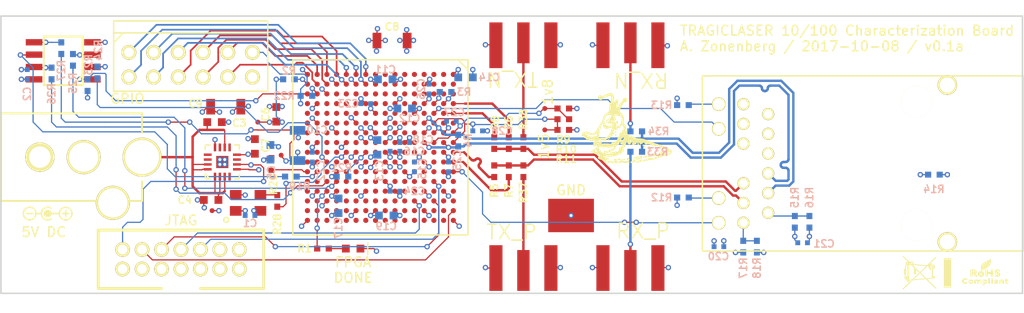
<source format=kicad_pcb>
(kicad_pcb (version 20170123) (host pcbnew "(2017-07-19 revision 242c47f)-master")
  (layers (0 F.Cu signal) (1 In1.Cu signal) (2 In2.Cu signal) (31 B.Cu signal) (34 B.Paste user) (35 F.Paste user) (36 B.SilkS user) (37 F.SilkS user) (38 B.Mask user) (39 F.Mask user) (44 Edge.Cuts user))
  (net 0 "")
  (net 1 "Net-(J1-Pad1)")
  (net 2 /2V5)
  (net 3 /GND)
  (net 4 "/FPGA Support/JTAG_TMS")
  (net 5 "/FPGA Support/JTAG_TCK")
  (net 6 "/FPGA Support/JTAG_TDO")
  (net 7 "/FPGA Support/JTAG_TDI")
  (net 8 "Net-(J1-Pad12)")
  (net 9 "Net-(J1-Pad13)")
  (net 10 "Net-(J1-Pad14)")
  (net 11 /PHY/VREF_1V5)
  (net 12 /3V3)
  (net 13 /1V2)
  (net 14 /PHY/VREF_1V8)
  (net 15 /Boot/Config/FLASH_CS_N)
  (net 16 "Net-(R24-Pad1)")
  (net 17 "Net-(R25-Pad1)")
  (net 18 "Net-(R27-Pad2)")
  (net 19 /Boot/Config/FLASH_SCK)
  (net 20 "Net-(R26-Pad2)")
  (net 21 "Net-(U2-Pad11)")
  (net 22 "/Power Supply/5V0")
  (net 23 "Net-(U2-Pad9)")
  (net 24 "Net-(U2-Pad7)")
  (net 25 "Net-(U2-Pad4)")
  (net 26 "Net-(U2-Pad14)")
  (net 27 "Net-(U2-Pad13)")
  (net 28 "Net-(R28-Pad2)")
  (net 29 "Net-(D1-Pad2)")
  (net 30 /PHY/RX_N)
  (net 31 "Net-(R34-Pad2)")
  (net 32 "Net-(R37-Pad1)")
  (net 33 /PHY/TX_P)
  (net 34 "Net-(R38-Pad2)")
  (net 35 /PHY/TX_N)
  (net 36 /PHY/RX_TAP)
  (net 37 "/FPGA Support/FPGA_DONE")
  (net 38 "/FPGA Support/PROG_B_N")
  (net 39 "Net-(R3-Pad2)")
  (net 40 /PHY/RX_P)
  (net 41 /PHY/TX_P_B)
  (net 42 /PHY/TX_N_B)
  (net 43 /PHY/TX_P_A)
  (net 44 /PHY/TX_N_A)
  (net 45 /PHY/LED1_N)
  (net 46 "Net-(J2-Pad17)")
  (net 47 "Net-(R33-Pad1)")
  (net 48 /PHY/LED2_N)
  (net 49 /PHY/TX_TAP)
  (net 50 "Net-(R19-Pad2)")
  (net 51 "Net-(R20-Pad2)")
  (net 52 "Net-(R21-Pad2)")
  (net 53 "Net-(R22-Pad2)")
  (net 54 /Boot/Config/FLASH_DQ1)
  (net 55 /Boot/Config/FLASH_DQ2)
  (net 56 /Boot/Config/FLASH_DQ3)
  (net 57 /Boot/Config/FLASH_DQ0)
  (net 58 /Boot/Config/CLK_100MHZ)
  (net 59 /PHY/GPIO7)
  (net 60 /PHY/GPIO6)
  (net 61 /PHY/GPIO5)
  (net 62 /PHY/GPIO3)
  (net 63 /PHY/GPIO1)
  (net 64 /PHY/GPIO0)
  (net 65 /PHY/GPIO2)
  (net 66 /PHY/GPIO4)
  (net 67 /PHY/GPIO8)
  (net 68 /PHY/GPIO9)
  (net 69 "Net-(K1-Pad3)")
  (net 70 "Net-(J2-Pad7)")
  (net 71 "Net-(J2-Pad8)")
  (net 72 "Net-(J2-Pad9)")
  (net 73 /PHY/LED1_P)
  (net 74 /PHY/LED2_P)
  (net 75 "Net-(U1-PadC10)")
  (net 76 "Net-(U1-PadD9)")
  (net 77 "Net-(U1-PadD11)")
  (net 78 "Net-(U1-PadD12)")
  (net 79 "Net-(U1-PadE10)")
  (net 80 "Net-(U1-PadE11)")
  (net 81 "Net-(U1-PadF10)")
  (net 82 "Net-(U1-PadF9)")
  (net 83 "Net-(U1-PadE8)")
  (net 84 "Net-(U1-PadF7)")
  (net 85 "Net-(U1-PadE7)")
  (net 86 "Net-(U1-PadE6)")
  (net 87 "Net-(U1-PadM12)")
  (net 88 "Net-(U1-PadL11)")
  (net 89 "Net-(U1-PadL10)")
  (net 90 "Net-(U1-PadL7)")
  (net 91 "Net-(U1-PadM7)")
  (net 92 "Net-(U1-PadL8)")
  (net 93 "Net-(U1-PadN9)")
  (net 94 "Net-(U1-PadM11)")
  (net 95 "Net-(U1-PadP11)")
  (net 96 "Net-(U1-PadM10)")
  (net 97 "Net-(U1-PadP9)")
  (net 98 "Net-(U1-PadR9)")
  (net 99 "Net-(U1-PadT9)")
  (net 100 "Net-(U1-PadN8)")
  (net 101 "Net-(U1-PadM6)")
  (net 102 "Net-(U1-PadN6)")
  (net 103 "Net-(U1-PadP7)")
  (net 104 "Net-(U1-PadP8)")
  (net 105 "Net-(U1-PadP6)")
  (net 106 "Net-(U1-PadT8)")
  (net 107 "Net-(U1-PadT7)")
  (net 108 "Net-(U1-PadR7)")
  (net 109 "Net-(U1-PadT6)")
  (net 110 "Net-(U1-PadN5)")
  (net 111 "Net-(U1-PadP4)")
  (net 112 "Net-(U1-PadP5)")
  (net 113 "Net-(U1-PadT5)")
  (net 114 "Net-(U1-PadR5)")
  (net 115 "Net-(U1-PadT4)")
  (net 116 "Net-(J2-Pad1)")
  (net 117 "Net-(J2-Pad2)")
  (net 118 "Net-(J2-Pad3)")
  (net 119 "Net-(U1-PadD5)")
  (net 120 "Net-(U1-PadA2)")
  (net 121 "Net-(U1-PadA3)")
  (net 122 "Net-(U1-PadA6)")
  (net 123 "Net-(U1-PadA12)")
  (net 124 "Net-(U1-PadA13)")
  (net 125 "Net-(U1-PadA14)")
  (net 126 "Net-(U1-PadB1)")
  (net 127 "Net-(U1-PadB2)")
  (net 128 "Net-(U1-PadB3)")
  (net 129 "Net-(U1-PadB6)")
  (net 130 "Net-(U1-PadB12)")
  (net 131 "Net-(U1-PadB14)")
  (net 132 "Net-(U1-PadC1)")
  (net 133 "Net-(U1-PadC2)")
  (net 134 "Net-(U1-PadC3)")
  (net 135 "Net-(U1-PadC9)")
  (net 136 "Net-(U1-PadC11)")
  (net 137 "Net-(U1-PadC13)")
  (net 138 "Net-(U1-PadD1)")
  (net 139 "Net-(U1-PadD3)")
  (net 140 "Net-(U1-PadE3)")
  (net 141 "Net-(U1-PadF4)")
  (net 142 "Net-(U1-PadE4)")
  (net 143 "Net-(U1-PadF3)")
  (net 144 "Net-(U1-PadG6)")
  (net 145 "Net-(U1-PadF5)")
  (net 146 "Net-(U1-PadF6)")
  (net 147 "Net-(U1-PadG5)")
  (net 148 "Net-(U1-PadH5)")
  (net 149 "Net-(U1-PadE2)")
  (net 150 "Net-(U1-PadE1)")
  (net 151 "Net-(U1-PadF2)")
  (net 152 "Net-(U1-PadF1)")
  (net 153 "Net-(U1-PadH1)")
  (net 154 "Net-(U1-PadG1)")
  (net 155 "Net-(U1-PadH2)")
  (net 156 "Net-(U1-PadH4)")
  (net 157 "Net-(U1-PadG3)")
  (net 158 "Net-(U1-PadH3)")
  (net 159 "Net-(U1-PadK6)")
  (net 160 "Net-(U1-PadJ6)")
  (net 161 "Net-(U1-PadN3)")
  (net 162 "Net-(U1-PadM3)")
  (net 163 "Net-(U1-PadL3)")
  (net 164 "Net-(U1-PadM5)")
  (net 165 "Net-(U1-PadM4)")
  (net 166 "Net-(U1-PadN4)")
  (net 167 "Net-(U1-PadJ3)")
  (net 168 "Net-(U1-PadJ1)")
  (net 169 "Net-(U1-PadK3)")
  (net 170 "Net-(U1-PadK5)")
  (net 171 "Net-(U1-PadL4)")
  (net 172 "Net-(U1-PadL5)")
  (net 173 "Net-(U1-PadJ4)")
  (module azonenberg_pcb:CONN_SMA_EDGE_SAMTEC_SMA_J_P_H_ST_EM1 (layer F.Cu) (at 142.7 61.75)
    (fp_text reference TP4 hide)
    (fp_text value SMA)
    (pad 2 smd rect (at -2.825 -2.35) (size 1.35 4.7) (layers F.Cu F.Paste F.Mask) (net 3 /GND))
    (pad 2 smd rect (at 2.825 -2.35) (size 1.35 4.7) (layers F.Cu F.Paste F.Mask) (net 3 /GND))
    (pad 1 smd rect (at 0 -2.1) (size 1.27 4.2) (layers F.Cu F.Paste F.Mask) (net 47 "Net-(R33-Pad1)"))
  )
  (module azonenberg_pcb:CONN_SMA_EDGE_SAMTEC_SMA_J_P_H_ST_EM1 (layer F.Cu) (at 131.7 34.15 180)
    (fp_text reference TP6 hide)
    (fp_text value SMA)
    (pad 2 smd rect (at -2.825 -2.35 180) (size 1.35 4.7) (layers F.Cu F.Paste F.Mask) (net 3 /GND))
    (pad 2 smd rect (at 2.825 -2.35 180) (size 1.35 4.7) (layers F.Cu F.Paste F.Mask) (net 3 /GND))
    (pad 1 smd rect (at 0 -2.1 180) (size 1.27 4.2) (layers F.Cu F.Paste F.Mask) (net 34 "Net-(R38-Pad2)"))
  )
  (module azonenberg_pcb:CONN_SMA_EDGE_SAMTEC_SMA_J_P_H_ST_EM1 (layer F.Cu) (at 131.7 61.75)
    (fp_text reference TP1 hide)
    (fp_text value SMA)
    (pad 2 smd rect (at -2.825 -2.35) (size 1.35 4.7) (layers F.Cu F.Paste F.Mask) (net 3 /GND))
    (pad 2 smd rect (at 2.825 -2.35) (size 1.35 4.7) (layers F.Cu F.Paste F.Mask) (net 3 /GND))
    (pad 1 smd rect (at 0 -2.1) (size 1.27 4.2) (layers F.Cu F.Paste F.Mask) (net 32 "Net-(R37-Pad1)"))
  )
  (module azonenberg_pcb:CONN_SMA_EDGE_SAMTEC_SMA_J_P_H_ST_EM1 (layer F.Cu) (at 142.7 34.15 180)
    (fp_text reference TP5 hide)
    (fp_text value SMA)
    (pad 2 smd rect (at -2.825 -2.35 180) (size 1.35 4.7) (layers F.Cu F.Paste F.Mask) (net 3 /GND))
    (pad 2 smd rect (at 2.825 -2.35 180) (size 1.35 4.7) (layers F.Cu F.Paste F.Mask) (net 3 /GND))
    (pad 1 smd rect (at 0 -2.1 180) (size 1.27 4.2) (layers F.Cu F.Paste F.Mask) (net 31 "Net-(R34-Pad2)"))
  )
  (module azonenberg_pcb:LONGTHING-1200DPI (layer F.Cu) (at 142.9 45.4)
    (fp_text reference G*** hide)
    (fp_text value LOGO hide)
  )
  (module w_logo:Logo_silk_WEEE_3.4x5mm (layer F.Cu) (at 173.2 59.9 90)
    (fp_text reference G*** hide)
    (fp_text value LOGO hide)
  )
  (module w_logo:Logo_silk_ROHS_5x2.8mm (layer F.Cu) (at 179.2 59.8)
    (fp_text reference G*** hide)
    (fp_text value LOGO hide)
  )
  (module w_logo:Logo_silk_polarity_center_5x1.4mm (layer F.Cu) (at 82.8 53.8)
    (fp_text reference G*** hide)
    (fp_text value LOGO hide)
  )
  (module azonenberg_pcb:EIA_0402_CAP_NOSILK (layer B.Cu) (at 124.3 44.3)
    (fp_text reference C27 (at 0.3 -0.9) (layer B.SilkS) (effects (font (size 0.75 0.75)) (justify mirror)))
    (fp_text value "0.47 uF" hide)
    (pad 2 smd rect (at 0.5 0) (size 0.5 0.5) (layers B.Cu B.Paste B.Mask) (net 14 /PHY/VREF_1V8))
    (pad 1 smd rect (at -0.5 0) (size 0.5 0.5) (layers B.Cu B.Paste B.Mask) (net 3 /GND))
  )
  (module azonenberg_pcb:EIA_0402_CAP_NOSILK (layer B.Cu) (at 127 45.3)
    (fp_text reference C28 (at 2.5 0) (layer B.SilkS) (effects (font (size 0.75 0.75)) (justify mirror)))
    (fp_text value "0.47 uF" hide)
    (pad 1 smd rect (at -0.5 0) (size 0.5 0.5) (layers B.Cu B.Paste B.Mask) (net 11 /PHY/VREF_1V5))
    (pad 2 smd rect (at 0.5 0) (size 0.5 0.5) (layers B.Cu B.Paste B.Mask) (net 3 /GND))
  )
  (module azonenberg_pcb:BGA_256_17x17_FULLARRAY_1MM (layer F.Cu) (at 117 47 270)
    (fp_text reference U1 hide)
    (fp_text value XC6SLX25-2FTG256C hide)
    (pad A1 smd circle (at -7.5 -7.5 270) (size 0.53 0.53) (layers F.Cu F.Paste F.Mask) (net 3 /GND))
    (pad A2 smd circle (at -6.5 -7.5 270) (size 0.53 0.53) (layers F.Cu F.Paste F.Mask) (net 120 "Net-(U1-PadA2)"))
    (pad A3 smd circle (at -5.5 -7.5 270) (size 0.53 0.53) (layers F.Cu F.Paste F.Mask) (net 121 "Net-(U1-PadA3)"))
    (pad A4 smd circle (at -4.5 -7.5 270) (size 0.53 0.53) (layers F.Cu F.Paste F.Mask) (net 42 /PHY/TX_N_B))
    (pad A5 smd circle (at -3.5 -7.5 270) (size 0.53 0.53) (layers F.Cu F.Paste F.Mask) (net 44 /PHY/TX_N_A))
    (pad A6 smd circle (at -2.5 -7.5 270) (size 0.53 0.53) (layers F.Cu F.Paste F.Mask) (net 122 "Net-(U1-PadA6)"))
    (pad A7 smd circle (at -1.5 -7.5 270) (size 0.53 0.53) (layers F.Cu F.Paste F.Mask) (net 14 /PHY/VREF_1V8))
    (pad A8 smd circle (at -0.5 -7.5 270) (size 0.53 0.53) (layers F.Cu F.Paste F.Mask) (net 11 /PHY/VREF_1V5))
    (pad A9 smd circle (at 0.5 -7.5 270) (size 0.53 0.53) (layers F.Cu F.Paste F.Mask) (net 41 /PHY/TX_P_B))
    (pad A10 smd circle (at 1.5 -7.5 270) (size 0.53 0.53) (layers F.Cu F.Paste F.Mask) (net 43 /PHY/TX_P_A))
    (pad A11 smd circle (at 2.5 -7.5 270) (size 0.53 0.53) (layers F.Cu F.Paste F.Mask) (net 74 /PHY/LED2_P))
    (pad A12 smd circle (at 3.5 -7.5 270) (size 0.53 0.53) (layers F.Cu F.Paste F.Mask) (net 123 "Net-(U1-PadA12)"))
    (pad A13 smd circle (at 4.5 -7.5 270) (size 0.53 0.53) (layers F.Cu F.Paste F.Mask) (net 124 "Net-(U1-PadA13)"))
    (pad A14 smd circle (at 5.5 -7.5 270) (size 0.53 0.53) (layers F.Cu F.Paste F.Mask) (net 125 "Net-(U1-PadA14)"))
    (pad A15 smd circle (at 6.5 -7.5 270) (size 0.53 0.53) (layers F.Cu F.Paste F.Mask) (net 4 "/FPGA Support/JTAG_TMS"))
    (pad A16 smd circle (at 7.5 -7.5 270) (size 0.53 0.53) (layers F.Cu F.Paste F.Mask) (net 3 /GND))
    (pad B1 smd circle (at -7.5 -6.5 270) (size 0.53 0.53) (layers F.Cu F.Paste F.Mask) (net 126 "Net-(U1-PadB1)"))
    (pad B2 smd circle (at -6.5 -6.5 270) (size 0.53 0.53) (layers F.Cu F.Paste F.Mask) (net 127 "Net-(U1-PadB2)"))
    (pad B3 smd circle (at -5.5 -6.5 270) (size 0.53 0.53) (layers F.Cu F.Paste F.Mask) (net 128 "Net-(U1-PadB3)"))
    (pad B4 smd circle (at -4.5 -6.5 270) (size 0.53 0.53) (layers F.Cu F.Paste F.Mask) (net 12 /3V3))
    (pad B5 smd circle (at -3.5 -6.5 270) (size 0.53 0.53) (layers F.Cu F.Paste F.Mask) (net 44 /PHY/TX_N_A))
    (pad B6 smd circle (at -2.5 -6.5 270) (size 0.53 0.53) (layers F.Cu F.Paste F.Mask) (net 129 "Net-(U1-PadB6)"))
    (pad B7 smd circle (at -1.5 -6.5 270) (size 0.53 0.53) (layers F.Cu F.Paste F.Mask) (net 3 /GND))
    (pad B8 smd circle (at -0.5 -6.5 270) (size 0.53 0.53) (layers F.Cu F.Paste F.Mask) (net 40 /PHY/RX_P))
    (pad B9 smd circle (at 0.5 -6.5 270) (size 0.53 0.53) (layers F.Cu F.Paste F.Mask) (net 12 /3V3))
    (pad B10 smd circle (at 1.5 -6.5 270) (size 0.53 0.53) (layers F.Cu F.Paste F.Mask) (net 43 /PHY/TX_P_A))
    (pad B11 smd circle (at 2.5 -6.5 270) (size 0.53 0.53) (layers F.Cu F.Paste F.Mask) (net 3 /GND))
    (pad B12 smd circle (at 3.5 -6.5 270) (size 0.53 0.53) (layers F.Cu F.Paste F.Mask) (net 130 "Net-(U1-PadB12)"))
    (pad B13 smd circle (at 4.5 -6.5 270) (size 0.53 0.53) (layers F.Cu F.Paste F.Mask) (net 12 /3V3))
    (pad B14 smd circle (at 5.5 -6.5 270) (size 0.53 0.53) (layers F.Cu F.Paste F.Mask) (net 131 "Net-(U1-PadB14)"))
    (pad B15 smd circle (at 6.5 -6.5 270) (size 0.53 0.53) (layers F.Cu F.Paste F.Mask))
    (pad B16 smd circle (at 7.5 -6.5 270) (size 0.53 0.53) (layers F.Cu F.Paste F.Mask))
    (pad C1 smd circle (at -7.5 -5.5 270) (size 0.53 0.53) (layers F.Cu F.Paste F.Mask) (net 132 "Net-(U1-PadC1)"))
    (pad C2 smd circle (at -6.5 -5.5 270) (size 0.53 0.53) (layers F.Cu F.Paste F.Mask) (net 133 "Net-(U1-PadC2)"))
    (pad C3 smd circle (at -5.5 -5.5 270) (size 0.53 0.53) (layers F.Cu F.Paste F.Mask) (net 134 "Net-(U1-PadC3)"))
    (pad C4 smd circle (at -4.5 -5.5 270) (size 0.53 0.53) (layers F.Cu F.Paste F.Mask) (net 39 "Net-(R3-Pad2)"))
    (pad C5 smd circle (at -3.5 -5.5 270) (size 0.53 0.53) (layers F.Cu F.Paste F.Mask) (net 73 /PHY/LED1_P))
    (pad C6 smd circle (at -2.5 -5.5 270) (size 0.53 0.53) (layers F.Cu F.Paste F.Mask) (net 11 /PHY/VREF_1V5))
    (pad C7 smd circle (at -1.5 -5.5 270) (size 0.53 0.53) (layers F.Cu F.Paste F.Mask) (net 30 /PHY/RX_N))
    (pad C8 smd circle (at -0.5 -5.5 270) (size 0.53 0.53) (layers F.Cu F.Paste F.Mask) (net 14 /PHY/VREF_1V8))
    (pad C9 smd circle (at 0.5 -5.5 270) (size 0.53 0.53) (layers F.Cu F.Paste F.Mask) (net 135 "Net-(U1-PadC9)"))
    (pad C10 smd circle (at 1.5 -5.5 270) (size 0.53 0.53) (layers F.Cu F.Paste F.Mask) (net 75 "Net-(U1-PadC10)"))
    (pad C11 smd circle (at 2.5 -5.5 270) (size 0.53 0.53) (layers F.Cu F.Paste F.Mask) (net 136 "Net-(U1-PadC11)"))
    (pad C12 smd circle (at 3.5 -5.5 270) (size 0.53 0.53) (layers F.Cu F.Paste F.Mask) (net 7 "/FPGA Support/JTAG_TDI"))
    (pad C13 smd circle (at 4.5 -5.5 270) (size 0.53 0.53) (layers F.Cu F.Paste F.Mask) (net 137 "Net-(U1-PadC13)"))
    (pad C14 smd circle (at 5.5 -5.5 270) (size 0.53 0.53) (layers F.Cu F.Paste F.Mask) (net 5 "/FPGA Support/JTAG_TCK"))
    (pad C15 smd circle (at 6.5 -5.5 270) (size 0.53 0.53) (layers F.Cu F.Paste F.Mask))
    (pad C16 smd circle (at 7.5 -5.5 270) (size 0.53 0.53) (layers F.Cu F.Paste F.Mask))
    (pad D1 smd circle (at -7.5 -4.5 270) (size 0.53 0.53) (layers F.Cu F.Paste F.Mask) (net 138 "Net-(U1-PadD1)"))
    (pad D2 smd circle (at -6.5 -4.5 270) (size 0.53 0.53) (layers F.Cu F.Paste F.Mask) (net 12 /3V3))
    (pad D3 smd circle (at -5.5 -4.5 270) (size 0.53 0.53) (layers F.Cu F.Paste F.Mask) (net 139 "Net-(U1-PadD3)"))
    (pad D4 smd circle (at -4.5 -4.5 270) (size 0.53 0.53) (layers F.Cu F.Paste F.Mask) (net 3 /GND))
    (pad D5 smd circle (at -3.5 -4.5 270) (size 0.53 0.53) (layers F.Cu F.Paste F.Mask) (net 119 "Net-(U1-PadD5)"))
    (pad D6 smd circle (at -2.5 -4.5 270) (size 0.53 0.53) (layers F.Cu F.Paste F.Mask) (net 30 /PHY/RX_N))
    (pad D7 smd circle (at -1.5 -4.5 270) (size 0.53 0.53) (layers F.Cu F.Paste F.Mask) (net 12 /3V3))
    (pad D8 smd circle (at -0.5 -4.5 270) (size 0.53 0.53) (layers F.Cu F.Paste F.Mask) (net 40 /PHY/RX_P))
    (pad D9 smd circle (at 0.5 -4.5 270) (size 0.53 0.53) (layers F.Cu F.Paste F.Mask) (net 76 "Net-(U1-PadD9)"))
    (pad D10 smd circle (at 1.5 -4.5 270) (size 0.53 0.53) (layers F.Cu F.Paste F.Mask) (net 12 /3V3))
    (pad D11 smd circle (at 2.5 -4.5 270) (size 0.53 0.53) (layers F.Cu F.Paste F.Mask) (net 77 "Net-(U1-PadD11)"))
    (pad D12 smd circle (at 3.5 -4.5 270) (size 0.53 0.53) (layers F.Cu F.Paste F.Mask) (net 78 "Net-(U1-PadD12)"))
    (pad D13 smd circle (at 4.5 -4.5 270) (size 0.53 0.53) (layers F.Cu F.Paste F.Mask) (net 3 /GND))
    (pad D14 smd circle (at 5.5 -4.5 270) (size 0.53 0.53) (layers F.Cu F.Paste F.Mask))
    (pad D15 smd circle (at 6.5 -4.5 270) (size 0.53 0.53) (layers F.Cu F.Paste F.Mask) (net 12 /3V3))
    (pad D16 smd circle (at 7.5 -4.5 270) (size 0.53 0.53) (layers F.Cu F.Paste F.Mask))
    (pad E13 smd circle (at 4.5 -3.5 270) (size 0.53 0.53) (layers F.Cu F.Paste F.Mask))
    (pad E12 smd circle (at 3.5 -3.5 270) (size 0.53 0.53) (layers F.Cu F.Paste F.Mask))
    (pad F12 smd circle (at 3.5 -2.5 270) (size 0.53 0.53) (layers F.Cu F.Paste F.Mask))
    (pad G12 smd circle (at 3.5 -1.5 270) (size 0.53 0.53) (layers F.Cu F.Paste F.Mask))
    (pad E14 smd circle (at 5.5 -3.5 270) (size 0.53 0.53) (layers F.Cu F.Paste F.Mask) (net 6 "/FPGA Support/JTAG_TDO"))
    (pad E16 smd circle (at 7.5 -3.5 270) (size 0.53 0.53) (layers F.Cu F.Paste F.Mask))
    (pad E15 smd circle (at 6.5 -3.5 270) (size 0.53 0.53) (layers F.Cu F.Paste F.Mask))
    (pad F15 smd circle (at 6.5 -2.5 270) (size 0.53 0.53) (layers F.Cu F.Paste F.Mask))
    (pad E10 smd circle (at 1.5 -3.5 270) (size 0.53 0.53) (layers F.Cu F.Paste F.Mask) (net 79 "Net-(U1-PadE10)"))
    (pad E11 smd circle (at 2.5 -3.5 270) (size 0.53 0.53) (layers F.Cu F.Paste F.Mask) (net 80 "Net-(U1-PadE11)"))
    (pad F11 smd circle (at 2.5 -2.5 270) (size 0.53 0.53) (layers F.Cu F.Paste F.Mask) (net 2 /2V5))
    (pad H11 smd circle (at 2.5 -0.5 270) (size 0.53 0.53) (layers F.Cu F.Paste F.Mask))
    (pad F10 smd circle (at 1.5 -2.5 270) (size 0.53 0.53) (layers F.Cu F.Paste F.Mask) (net 81 "Net-(U1-PadF10)"))
    (pad G11 smd circle (at 2.5 -1.5 270) (size 0.53 0.53) (layers F.Cu F.Paste F.Mask))
    (pad G10 smd circle (at 1.5 -1.5 270) (size 0.53 0.53) (layers F.Cu F.Paste F.Mask) (net 2 /2V5))
    (pad H10 smd circle (at 1.5 -0.5 270) (size 0.53 0.53) (layers F.Cu F.Paste F.Mask) (net 13 /1V2))
    (pad F14 smd circle (at 5.5 -2.5 270) (size 0.53 0.53) (layers F.Cu F.Paste F.Mask))
    (pad H14 smd circle (at 5.5 -0.5 270) (size 0.53 0.53) (layers F.Cu F.Paste F.Mask))
    (pad G14 smd circle (at 5.5 -1.5 270) (size 0.53 0.53) (layers F.Cu F.Paste F.Mask))
    (pad F13 smd circle (at 4.5 -2.5 270) (size 0.53 0.53) (layers F.Cu F.Paste F.Mask))
    (pad G13 smd circle (at 4.5 -1.5 270) (size 0.53 0.53) (layers F.Cu F.Paste F.Mask) (net 12 /3V3))
    (pad H13 smd circle (at 4.5 -0.5 270) (size 0.53 0.53) (layers F.Cu F.Paste F.Mask))
    (pad H12 smd circle (at 3.5 -0.5 270) (size 0.53 0.53) (layers F.Cu F.Paste F.Mask) (net 3 /GND))
    (pad F16 smd circle (at 7.5 -2.5 270) (size 0.53 0.53) (layers F.Cu F.Paste F.Mask))
    (pad G16 smd circle (at 7.5 -1.5 270) (size 0.53 0.53) (layers F.Cu F.Paste F.Mask))
    (pad H15 smd circle (at 6.5 -0.5 270) (size 0.53 0.53) (layers F.Cu F.Paste F.Mask))
    (pad G15 smd circle (at 6.5 -1.5 270) (size 0.53 0.53) (layers F.Cu F.Paste F.Mask) (net 3 /GND))
    (pad H16 smd circle (at 7.5 -0.5 270) (size 0.53 0.53) (layers F.Cu F.Paste F.Mask))
    (pad F9 smd circle (at 0.5 -2.5 270) (size 0.53 0.53) (layers F.Cu F.Paste F.Mask) (net 82 "Net-(U1-PadF9)"))
    (pad E8 smd circle (at -0.5 -3.5 270) (size 0.53 0.53) (layers F.Cu F.Paste F.Mask) (net 83 "Net-(U1-PadE8)"))
    (pad E9 smd circle (at 0.5 -3.5 270) (size 0.53 0.53) (layers F.Cu F.Paste F.Mask) (net 3 /GND))
    (pad F8 smd circle (at -0.5 -2.5 270) (size 0.53 0.53) (layers F.Cu F.Paste F.Mask) (net 2 /2V5))
    (pad F7 smd circle (at -1.5 -2.5 270) (size 0.53 0.53) (layers F.Cu F.Paste F.Mask) (net 84 "Net-(U1-PadF7)"))
    (pad E7 smd circle (at -1.5 -3.5 270) (size 0.53 0.53) (layers F.Cu F.Paste F.Mask) (net 85 "Net-(U1-PadE7)"))
    (pad E3 smd circle (at -5.5 -3.5 270) (size 0.53 0.53) (layers F.Cu F.Paste F.Mask) (net 140 "Net-(U1-PadE3)"))
    (pad F4 smd circle (at -4.5 -2.5 270) (size 0.53 0.53) (layers F.Cu F.Paste F.Mask) (net 141 "Net-(U1-PadF4)"))
    (pad E4 smd circle (at -4.5 -3.5 270) (size 0.53 0.53) (layers F.Cu F.Paste F.Mask) (net 142 "Net-(U1-PadE4)"))
    (pad F3 smd circle (at -5.5 -2.5 270) (size 0.53 0.53) (layers F.Cu F.Paste F.Mask) (net 143 "Net-(U1-PadF3)"))
    (pad G6 smd circle (at -2.5 -1.5 270) (size 0.53 0.53) (layers F.Cu F.Paste F.Mask) (net 144 "Net-(U1-PadG6)"))
    (pad E6 smd circle (at -2.5 -3.5 270) (size 0.53 0.53) (layers F.Cu F.Paste F.Mask) (net 86 "Net-(U1-PadE6)"))
    (pad E5 smd circle (at -3.5 -3.5 270) (size 0.53 0.53) (layers F.Cu F.Paste F.Mask) (net 2 /2V5))
    (pad F5 smd circle (at -3.5 -2.5 270) (size 0.53 0.53) (layers F.Cu F.Paste F.Mask) (net 145 "Net-(U1-PadF5)"))
    (pad F6 smd circle (at -2.5 -2.5 270) (size 0.53 0.53) (layers F.Cu F.Paste F.Mask) (net 146 "Net-(U1-PadF6)"))
    (pad G5 smd circle (at -3.5 -1.5 270) (size 0.53 0.53) (layers F.Cu F.Paste F.Mask) (net 147 "Net-(U1-PadG5)"))
    (pad H5 smd circle (at -3.5 -0.5 270) (size 0.53 0.53) (layers F.Cu F.Paste F.Mask) (net 148 "Net-(U1-PadH5)"))
    (pad H6 smd circle (at -2.5 -0.5 270) (size 0.53 0.53) (layers F.Cu F.Paste F.Mask) (net 2 /2V5))
    (pad E2 smd circle (at -6.5 -3.5 270) (size 0.53 0.53) (layers F.Cu F.Paste F.Mask) (net 149 "Net-(U1-PadE2)"))
    (pad E1 smd circle (at -7.5 -3.5 270) (size 0.53 0.53) (layers F.Cu F.Paste F.Mask) (net 150 "Net-(U1-PadE1)"))
    (pad F2 smd circle (at -6.5 -2.5 270) (size 0.53 0.53) (layers F.Cu F.Paste F.Mask) (net 151 "Net-(U1-PadF2)"))
    (pad G2 smd circle (at -6.5 -1.5 270) (size 0.53 0.53) (layers F.Cu F.Paste F.Mask) (net 3 /GND))
    (pad F1 smd circle (at -7.5 -2.5 270) (size 0.53 0.53) (layers F.Cu F.Paste F.Mask) (net 152 "Net-(U1-PadF1)"))
    (pad H1 smd circle (at -7.5 -0.5 270) (size 0.53 0.53) (layers F.Cu F.Paste F.Mask) (net 153 "Net-(U1-PadH1)"))
    (pad G1 smd circle (at -7.5 -1.5 270) (size 0.53 0.53) (layers F.Cu F.Paste F.Mask) (net 154 "Net-(U1-PadG1)"))
    (pad H2 smd circle (at -6.5 -0.5 270) (size 0.53 0.53) (layers F.Cu F.Paste F.Mask) (net 155 "Net-(U1-PadH2)"))
    (pad H7 smd circle (at -1.5 -0.5 270) (size 0.53 0.53) (layers F.Cu F.Paste F.Mask) (net 3 /GND))
    (pad G8 smd circle (at -0.5 -1.5 270) (size 0.53 0.53) (layers F.Cu F.Paste F.Mask) (net 3 /GND))
    (pad G9 smd circle (at 0.5 -1.5 270) (size 0.53 0.53) (layers F.Cu F.Paste F.Mask) (net 13 /1V2))
    (pad G7 smd circle (at -1.5 -1.5 270) (size 0.53 0.53) (layers F.Cu F.Paste F.Mask) (net 13 /1V2))
    (pad H8 smd circle (at -0.5 -0.5 270) (size 0.53 0.53) (layers F.Cu F.Paste F.Mask) (net 13 /1V2))
    (pad H9 smd circle (at 0.5 -0.5 270) (size 0.53 0.53) (layers F.Cu F.Paste F.Mask) (net 3 /GND))
    (pad G4 smd circle (at -4.5 -1.5 270) (size 0.53 0.53) (layers F.Cu F.Paste F.Mask) (net 12 /3V3))
    (pad H4 smd circle (at -4.5 -0.5 270) (size 0.53 0.53) (layers F.Cu F.Paste F.Mask) (net 156 "Net-(U1-PadH4)"))
    (pad G3 smd circle (at -5.5 -1.5 270) (size 0.53 0.53) (layers F.Cu F.Paste F.Mask) (net 157 "Net-(U1-PadG3)"))
    (pad H3 smd circle (at -5.5 -0.5 270) (size 0.53 0.53) (layers F.Cu F.Paste F.Mask) (net 158 "Net-(U1-PadH3)"))
    (pad R16 smd circle (at 7.5 6.5 270) (size 0.53 0.53) (layers F.Cu F.Paste F.Mask))
    (pad T15 smd circle (at 6.5 7.5 270) (size 0.53 0.53) (layers F.Cu F.Paste F.Mask))
    (pad R15 smd circle (at 6.5 6.5 270) (size 0.53 0.53) (layers F.Cu F.Paste F.Mask))
    (pad P16 smd circle (at 7.5 5.5 270) (size 0.53 0.53) (layers F.Cu F.Paste F.Mask))
    (pad R14 smd circle (at 5.5 6.5 270) (size 0.53 0.53) (layers F.Cu F.Paste F.Mask))
    (pad P15 smd circle (at 6.5 5.5 270) (size 0.53 0.53) (layers F.Cu F.Paste F.Mask))
    (pad P14 smd circle (at 5.5 5.5 270) (size 0.53 0.53) (layers F.Cu F.Paste F.Mask) (net 3 /GND))
    (pad T16 smd circle (at 7.5 7.5 270) (size 0.53 0.53) (layers F.Cu F.Paste F.Mask) (net 3 /GND))
    (pad J14 smd circle (at 5.5 0.5 270) (size 0.53 0.53) (layers F.Cu F.Paste F.Mask))
    (pad K16 smd circle (at 7.5 1.5 270) (size 0.53 0.53) (layers F.Cu F.Paste F.Mask))
    (pad L14 smd circle (at 5.5 2.5 270) (size 0.53 0.53) (layers F.Cu F.Paste F.Mask))
    (pad K14 smd circle (at 5.5 1.5 270) (size 0.53 0.53) (layers F.Cu F.Paste F.Mask))
    (pad K15 smd circle (at 6.5 1.5 270) (size 0.53 0.53) (layers F.Cu F.Paste F.Mask))
    (pad J16 smd circle (at 7.5 0.5 270) (size 0.53 0.53) (layers F.Cu F.Paste F.Mask))
    (pad J15 smd circle (at 6.5 0.5 270) (size 0.53 0.53) (layers F.Cu F.Paste F.Mask) (net 12 /3V3))
    (pad R13 smd circle (at 4.5 6.5 270) (size 0.53 0.53) (layers F.Cu F.Paste F.Mask) (net 12 /3V3))
    (pad R12 smd circle (at 3.5 6.5 270) (size 0.53 0.53) (layers F.Cu F.Paste F.Mask))
    (pad T13 smd circle (at 4.5 7.5 270) (size 0.53 0.53) (layers F.Cu F.Paste F.Mask))
    (pad P13 smd circle (at 4.5 5.5 270) (size 0.53 0.53) (layers F.Cu F.Paste F.Mask) (net 37 "/FPGA Support/FPGA_DONE"))
    (pad T14 smd circle (at 5.5 7.5 270) (size 0.53 0.53) (layers F.Cu F.Paste F.Mask))
    (pad T12 smd circle (at 3.5 7.5 270) (size 0.53 0.53) (layers F.Cu F.Paste F.Mask))
    (pad P12 smd circle (at 3.5 5.5 270) (size 0.53 0.53) (layers F.Cu F.Paste F.Mask) (net 56 /Boot/Config/FLASH_DQ3))
    (pad J13 smd circle (at 4.5 0.5 270) (size 0.53 0.53) (layers F.Cu F.Paste F.Mask))
    (pad K12 smd circle (at 3.5 1.5 270) (size 0.53 0.53) (layers F.Cu F.Paste F.Mask))
    (pad L13 smd circle (at 4.5 2.5 270) (size 0.53 0.53) (layers F.Cu F.Paste F.Mask))
    (pad K13 smd circle (at 4.5 1.5 270) (size 0.53 0.53) (layers F.Cu F.Paste F.Mask) (net 12 /3V3))
    (pad L12 smd circle (at 3.5 2.5 270) (size 0.53 0.53) (layers F.Cu F.Paste F.Mask))
    (pad J12 smd circle (at 3.5 0.5 270) (size 0.53 0.53) (layers F.Cu F.Paste F.Mask))
    (pad M12 smd circle (at 3.5 3.5 270) (size 0.53 0.53) (layers F.Cu F.Paste F.Mask) (net 87 "Net-(U1-PadM12)"))
    (pad M13 smd circle (at 4.5 3.5 270) (size 0.53 0.53) (layers F.Cu F.Paste F.Mask))
    (pad N12 smd circle (at 3.5 4.5 270) (size 0.53 0.53) (layers F.Cu F.Paste F.Mask) (net 55 /Boot/Config/FLASH_DQ2))
    (pad M14 smd circle (at 5.5 3.5 270) (size 0.53 0.53) (layers F.Cu F.Paste F.Mask))
    (pad N14 smd circle (at 5.5 4.5 270) (size 0.53 0.53) (layers F.Cu F.Paste F.Mask))
    (pad N13 smd circle (at 4.5 4.5 270) (size 0.53 0.53) (layers F.Cu F.Paste F.Mask) (net 3 /GND))
    (pad N16 smd circle (at 7.5 4.5 270) (size 0.53 0.53) (layers F.Cu F.Paste F.Mask))
    (pad M16 smd circle (at 7.5 3.5 270) (size 0.53 0.53) (layers F.Cu F.Paste F.Mask))
    (pad M15 smd circle (at 6.5 3.5 270) (size 0.53 0.53) (layers F.Cu F.Paste F.Mask))
    (pad N15 smd circle (at 6.5 4.5 270) (size 0.53 0.53) (layers F.Cu F.Paste F.Mask) (net 12 /3V3))
    (pad L15 smd circle (at 6.5 2.5 270) (size 0.53 0.53) (layers F.Cu F.Paste F.Mask) (net 3 /GND))
    (pad L16 smd circle (at 7.5 2.5 270) (size 0.53 0.53) (layers F.Cu F.Paste F.Mask))
    (pad K10 smd circle (at 1.5 1.5 270) (size 0.53 0.53) (layers F.Cu F.Paste F.Mask) (net 13 /1V2))
    (pad K11 smd circle (at 2.5 1.5 270) (size 0.53 0.53) (layers F.Cu F.Paste F.Mask))
    (pad J9 smd circle (at 0.5 0.5 270) (size 0.53 0.53) (layers F.Cu F.Paste F.Mask) (net 13 /1V2))
    (pad L11 smd circle (at 2.5 2.5 270) (size 0.53 0.53) (layers F.Cu F.Paste F.Mask) (net 88 "Net-(U1-PadL11)"))
    (pad K9 smd circle (at 0.5 1.5 270) (size 0.53 0.53) (layers F.Cu F.Paste F.Mask) (net 3 /GND))
    (pad L10 smd circle (at 1.5 2.5 270) (size 0.53 0.53) (layers F.Cu F.Paste F.Mask) (net 89 "Net-(U1-PadL10)"))
    (pad J10 smd circle (at 1.5 0.5 270) (size 0.53 0.53) (layers F.Cu F.Paste F.Mask) (net 2 /2V5))
    (pad J11 smd circle (at 2.5 0.5 270) (size 0.53 0.53) (layers F.Cu F.Paste F.Mask))
    (pad L7 smd circle (at -1.5 2.5 270) (size 0.53 0.53) (layers F.Cu F.Paste F.Mask) (net 90 "Net-(U1-PadL7)"))
    (pad M7 smd circle (at -1.5 3.5 270) (size 0.53 0.53) (layers F.Cu F.Paste F.Mask) (net 91 "Net-(U1-PadM7)"))
    (pad M8 smd circle (at -0.5 3.5 270) (size 0.53 0.53) (layers F.Cu F.Paste F.Mask) (net 3 /GND))
    (pad L8 smd circle (at -0.5 2.5 270) (size 0.53 0.53) (layers F.Cu F.Paste F.Mask) (net 92 "Net-(U1-PadL8)"))
    (pad N9 smd circle (at 0.5 4.5 270) (size 0.53 0.53) (layers F.Cu F.Paste F.Mask) (net 93 "Net-(U1-PadN9)"))
    (pad M9 smd circle (at 0.5 3.5 270) (size 0.53 0.53) (layers F.Cu F.Paste F.Mask) (net 58 /Boot/Config/CLK_100MHZ))
    (pad L9 smd circle (at 0.5 2.5 270) (size 0.53 0.53) (layers F.Cu F.Paste F.Mask) (net 2 /2V5))
    (pad T11 smd circle (at 2.5 7.5 270) (size 0.53 0.53) (layers F.Cu F.Paste F.Mask) (net 51 "Net-(R20-Pad2)"))
    (pad M11 smd circle (at 2.5 3.5 270) (size 0.53 0.53) (layers F.Cu F.Paste F.Mask) (net 94 "Net-(U1-PadM11)"))
    (pad N10 smd circle (at 1.5 4.5 270) (size 0.53 0.53) (layers F.Cu F.Paste F.Mask) (net 12 /3V3))
    (pad N11 smd circle (at 2.5 4.5 270) (size 0.53 0.53) (layers F.Cu F.Paste F.Mask) (net 52 "Net-(R21-Pad2)"))
    (pad R11 smd circle (at 2.5 6.5 270) (size 0.53 0.53) (layers F.Cu F.Paste F.Mask) (net 50 "Net-(R19-Pad2)"))
    (pad P11 smd circle (at 2.5 5.5 270) (size 0.53 0.53) (layers F.Cu F.Paste F.Mask) (net 95 "Net-(U1-PadP11)"))
    (pad M10 smd circle (at 1.5 3.5 270) (size 0.53 0.53) (layers F.Cu F.Paste F.Mask) (net 96 "Net-(U1-PadM10)"))
    (pad P10 smd circle (at 1.5 5.5 270) (size 0.53 0.53) (layers F.Cu F.Paste F.Mask) (net 54 /Boot/Config/FLASH_DQ1))
    (pad R10 smd circle (at 1.5 6.5 270) (size 0.53 0.53) (layers F.Cu F.Paste F.Mask) (net 3 /GND))
    (pad T10 smd circle (at 1.5 7.5 270) (size 0.53 0.53) (layers F.Cu F.Paste F.Mask) (net 57 /Boot/Config/FLASH_DQ0))
    (pad P9 smd circle (at 0.5 5.5 270) (size 0.53 0.53) (layers F.Cu F.Paste F.Mask) (net 97 "Net-(U1-PadP9)"))
    (pad R9 smd circle (at 0.5 6.5 270) (size 0.53 0.53) (layers F.Cu F.Paste F.Mask) (net 98 "Net-(U1-PadR9)"))
    (pad T9 smd circle (at 0.5 7.5 270) (size 0.53 0.53) (layers F.Cu F.Paste F.Mask) (net 99 "Net-(U1-PadT9)"))
    (pad N8 smd circle (at -0.5 4.5 270) (size 0.53 0.53) (layers F.Cu F.Paste F.Mask) (net 100 "Net-(U1-PadN8)"))
    (pad N7 smd circle (at -1.5 4.5 270) (size 0.53 0.53) (layers F.Cu F.Paste F.Mask) (net 12 /3V3))
    (pad M6 smd circle (at -2.5 3.5 270) (size 0.53 0.53) (layers F.Cu F.Paste F.Mask) (net 101 "Net-(U1-PadM6)"))
    (pad N6 smd circle (at -2.5 4.5 270) (size 0.53 0.53) (layers F.Cu F.Paste F.Mask) (net 102 "Net-(U1-PadN6)"))
    (pad P7 smd circle (at -1.5 5.5 270) (size 0.53 0.53) (layers F.Cu F.Paste F.Mask) (net 103 "Net-(U1-PadP7)"))
    (pad P8 smd circle (at -0.5 5.5 270) (size 0.53 0.53) (layers F.Cu F.Paste F.Mask) (net 104 "Net-(U1-PadP8)"))
    (pad P6 smd circle (at -2.5 5.5 270) (size 0.53 0.53) (layers F.Cu F.Paste F.Mask) (net 105 "Net-(U1-PadP6)"))
    (pad L6 smd circle (at -2.5 2.5 270) (size 0.53 0.53) (layers F.Cu F.Paste F.Mask) (net 2 /2V5))
    (pad K8 smd circle (at -0.5 1.5 270) (size 0.53 0.53) (layers F.Cu F.Paste F.Mask) (net 13 /1V2))
    (pad K6 smd circle (at -2.5 1.5 270) (size 0.53 0.53) (layers F.Cu F.Paste F.Mask) (net 159 "Net-(U1-PadK6)"))
    (pad J6 smd circle (at -2.5 0.5 270) (size 0.53 0.53) (layers F.Cu F.Paste F.Mask) (net 160 "Net-(U1-PadJ6)"))
    (pad K7 smd circle (at -1.5 1.5 270) (size 0.53 0.53) (layers F.Cu F.Paste F.Mask) (net 3 /GND))
    (pad J8 smd circle (at -0.5 0.5 270) (size 0.53 0.53) (layers F.Cu F.Paste F.Mask) (net 3 /GND))
    (pad J7 smd circle (at -1.5 0.5 270) (size 0.53 0.53) (layers F.Cu F.Paste F.Mask) (net 13 /1V2))
    (pad T8 smd circle (at -0.5 7.5 270) (size 0.53 0.53) (layers F.Cu F.Paste F.Mask) (net 106 "Net-(U1-PadT8)"))
    (pad R8 smd circle (at -0.5 6.5 270) (size 0.53 0.53) (layers F.Cu F.Paste F.Mask) (net 12 /3V3))
    (pad T7 smd circle (at -1.5 7.5 270) (size 0.53 0.53) (layers F.Cu F.Paste F.Mask) (net 107 "Net-(U1-PadT7)"))
    (pad R7 smd circle (at -1.5 6.5 270) (size 0.53 0.53) (layers F.Cu F.Paste F.Mask) (net 108 "Net-(U1-PadR7)"))
    (pad R6 smd circle (at -2.5 6.5 270) (size 0.53 0.53) (layers F.Cu F.Paste F.Mask) (net 3 /GND))
    (pad T6 smd circle (at -2.5 7.5 270) (size 0.53 0.53) (layers F.Cu F.Paste F.Mask) (net 109 "Net-(U1-PadT6)"))
    (pad P2 smd circle (at -6.5 5.5 270) (size 0.53 0.53) (layers F.Cu F.Paste F.Mask) (net 59 /PHY/GPIO7))
    (pad N2 smd circle (at -6.5 4.5 270) (size 0.53 0.53) (layers F.Cu F.Paste F.Mask) (net 12 /3V3))
    (pad P3 smd circle (at -5.5 5.5 270) (size 0.53 0.53) (layers F.Cu F.Paste F.Mask) (net 3 /GND))
    (pad N3 smd circle (at -5.5 4.5 270) (size 0.53 0.53) (layers F.Cu F.Paste F.Mask) (net 161 "Net-(U1-PadN3)"))
    (pad P1 smd circle (at -7.5 5.5 270) (size 0.53 0.53) (layers F.Cu F.Paste F.Mask) (net 60 /PHY/GPIO6))
    (pad N1 smd circle (at -7.5 4.5 270) (size 0.53 0.53) (layers F.Cu F.Paste F.Mask) (net 61 /PHY/GPIO5))
    (pad M3 smd circle (at -5.5 3.5 270) (size 0.53 0.53) (layers F.Cu F.Paste F.Mask) (net 162 "Net-(U1-PadM3)"))
    (pad L1 smd circle (at -7.5 2.5 270) (size 0.53 0.53) (layers F.Cu F.Paste F.Mask) (net 65 /PHY/GPIO2))
    (pad L2 smd circle (at -6.5 2.5 270) (size 0.53 0.53) (layers F.Cu F.Paste F.Mask) (net 3 /GND))
    (pad M1 smd circle (at -7.5 3.5 270) (size 0.53 0.53) (layers F.Cu F.Paste F.Mask) (net 62 /PHY/GPIO3))
    (pad L3 smd circle (at -5.5 2.5 270) (size 0.53 0.53) (layers F.Cu F.Paste F.Mask) (net 163 "Net-(U1-PadL3)"))
    (pad M2 smd circle (at -6.5 3.5 270) (size 0.53 0.53) (layers F.Cu F.Paste F.Mask) (net 66 /PHY/GPIO4))
    (pad M5 smd circle (at -3.5 3.5 270) (size 0.53 0.53) (layers F.Cu F.Paste F.Mask) (net 164 "Net-(U1-PadM5)"))
    (pad M4 smd circle (at -4.5 3.5 270) (size 0.53 0.53) (layers F.Cu F.Paste F.Mask) (net 165 "Net-(U1-PadM4)"))
    (pad N5 smd circle (at -3.5 4.5 270) (size 0.53 0.53) (layers F.Cu F.Paste F.Mask) (net 110 "Net-(U1-PadN5)"))
    (pad P4 smd circle (at -4.5 5.5 270) (size 0.53 0.53) (layers F.Cu F.Paste F.Mask) (net 111 "Net-(U1-PadP4)"))
    (pad N4 smd circle (at -4.5 4.5 270) (size 0.53 0.53) (layers F.Cu F.Paste F.Mask) (net 166 "Net-(U1-PadN4)"))
    (pad P5 smd circle (at -3.5 5.5 270) (size 0.53 0.53) (layers F.Cu F.Paste F.Mask) (net 112 "Net-(U1-PadP5)"))
    (pad K2 smd circle (at -6.5 1.5 270) (size 0.53 0.53) (layers F.Cu F.Paste F.Mask) (net 63 /PHY/GPIO1))
    (pad K1 smd circle (at -7.5 1.5 270) (size 0.53 0.53) (layers F.Cu F.Paste F.Mask) (net 64 /PHY/GPIO0))
    (pad J3 smd circle (at -5.5 0.5 270) (size 0.53 0.53) (layers F.Cu F.Paste F.Mask) (net 167 "Net-(U1-PadJ3)"))
    (pad J2 smd circle (at -6.5 0.5 270) (size 0.53 0.53) (layers F.Cu F.Paste F.Mask) (net 12 /3V3))
    (pad J1 smd circle (at -7.5 0.5 270) (size 0.53 0.53) (layers F.Cu F.Paste F.Mask) (net 168 "Net-(U1-PadJ1)"))
    (pad K3 smd circle (at -5.5 1.5 270) (size 0.53 0.53) (layers F.Cu F.Paste F.Mask) (net 169 "Net-(U1-PadK3)"))
    (pad R4 smd circle (at -4.5 6.5 270) (size 0.53 0.53) (layers F.Cu F.Paste F.Mask) (net 12 /3V3))
    (pad T5 smd circle (at -3.5 7.5 270) (size 0.53 0.53) (layers F.Cu F.Paste F.Mask) (net 113 "Net-(U1-PadT5)"))
    (pad R5 smd circle (at -3.5 6.5 270) (size 0.53 0.53) (layers F.Cu F.Paste F.Mask) (net 114 "Net-(U1-PadR5)"))
    (pad T4 smd circle (at -4.5 7.5 270) (size 0.53 0.53) (layers F.Cu F.Paste F.Mask) (net 115 "Net-(U1-PadT4)"))
    (pad K5 smd circle (at -3.5 1.5 270) (size 0.53 0.53) (layers F.Cu F.Paste F.Mask) (net 170 "Net-(U1-PadK5)"))
    (pad L4 smd circle (at -4.5 2.5 270) (size 0.53 0.53) (layers F.Cu F.Paste F.Mask) (net 171 "Net-(U1-PadL4)"))
    (pad L5 smd circle (at -3.5 2.5 270) (size 0.53 0.53) (layers F.Cu F.Paste F.Mask) (net 172 "Net-(U1-PadL5)"))
    (pad J4 smd circle (at -4.5 0.5 270) (size 0.53 0.53) (layers F.Cu F.Paste F.Mask) (net 173 "Net-(U1-PadJ4)"))
    (pad J5 smd circle (at -3.5 0.5 270) (size 0.53 0.53) (layers F.Cu F.Paste F.Mask) (net 3 /GND))
    (pad K4 smd circle (at -4.5 1.5 270) (size 0.53 0.53) (layers F.Cu F.Paste F.Mask) (net 12 /3V3))
    (pad R3 smd circle (at -5.5 6.5 270) (size 0.53 0.53) (layers F.Cu F.Paste F.Mask) (net 53 "Net-(R22-Pad2)"))
    (pad T1 smd circle (at -7.5 7.5 270) (size 0.53 0.53) (layers F.Cu F.Paste F.Mask) (net 3 /GND))
    (pad T2 smd circle (at -6.5 7.5 270) (size 0.53 0.53) (layers F.Cu F.Paste F.Mask) (net 38 "/FPGA Support/PROG_B_N"))
    (pad R1 smd circle (at -7.5 6.5 270) (size 0.53 0.53) (layers F.Cu F.Paste F.Mask) (net 67 /PHY/GPIO8))
    (pad R2 smd circle (at -6.5 6.5 270) (size 0.53 0.53) (layers F.Cu F.Paste F.Mask) (net 68 /PHY/GPIO9))
    (pad T3 smd circle (at -5.5 7.5 270) (size 0.53 0.53) (layers F.Cu F.Paste F.Mask) (net 15 /Boot/Config/FLASH_CS_N))
  )
  (module azonenberg_pcb:CONN_BELFUSE_0826_1G1T_23_F (layer F.Cu) (at 172.1 48.65 270)
    (fp_text reference J2 hide)
    (fp_text value BEL_FUSE_0826-1G1T-23-F hide)
    (pad "" np_thru_hole circle (at -6.35 0 270) (size 3.25 3.25) (drill 3.25) (layers *.Cu *.Mask F.SilkS))
    (pad "" np_thru_hole circle (at 6.35 0 270) (size 3.25 3.25) (drill 3.25) (layers *.Cu *.Mask F.SilkS))
    (pad 17 thru_hole circle (at 8.065 -3.18 270) (size 2 2) (drill 1.57) (layers *.Cu *.Mask F.SilkS) (net 46 "Net-(J2-Pad17)"))
    (pad 17 thru_hole circle (at -8.065 -3.18 270) (size 2 2) (drill 1.57) (layers *.Cu *.Mask F.SilkS) (net 46 "Net-(J2-Pad17)"))
    (pad 1 thru_hole circle (at -5.075 15.24 270) (size 1.25 1.25) (drill 0.89) (layers *.Cu *.Mask F.SilkS) (net 116 "Net-(J2-Pad1)"))
    (pad 2 thru_hole circle (at -3.045 15.24 270) (size 1.25 1.25) (drill 0.89) (layers *.Cu *.Mask F.SilkS) (net 117 "Net-(J2-Pad2)"))
    (pad 3 thru_hole circle (at -1.015 15.24 270) (size 1.25 1.25) (drill 0.89) (layers *.Cu *.Mask F.SilkS) (net 118 "Net-(J2-Pad3)"))
    (pad 4 thru_hole circle (at 1.015 15.24 270) (size 1.25 1.25) (drill 0.89) (layers *.Cu *.Mask F.SilkS) (net 40 /PHY/RX_P))
    (pad 5 thru_hole circle (at 3.045 15.24 270) (size 1.25 1.25) (drill 0.89) (layers *.Cu *.Mask F.SilkS) (net 30 /PHY/RX_N))
    (pad 6 thru_hole circle (at 5.075 15.24 270) (size 1.25 1.25) (drill 0.89) (layers *.Cu *.Mask F.SilkS) (net 36 /PHY/RX_TAP))
    (pad 7 thru_hole circle (at -6.095 17.78 270) (size 1.25 1.25) (drill 0.89) (layers *.Cu *.Mask F.SilkS) (net 70 "Net-(J2-Pad7)"))
    (pad 8 thru_hole circle (at -4.065 17.78 270) (size 1.25 1.25) (drill 0.89) (layers *.Cu *.Mask F.SilkS) (net 71 "Net-(J2-Pad8)"))
    (pad 9 thru_hole circle (at -2.035 17.78 270) (size 1.25 1.25) (drill 0.89) (layers *.Cu *.Mask F.SilkS) (net 72 "Net-(J2-Pad9)"))
    (pad 10 thru_hole circle (at 2.035 17.78 270) (size 1.25 1.25) (drill 0.89) (layers *.Cu *.Mask F.SilkS) (net 35 /PHY/TX_N))
    (pad 11 thru_hole circle (at 4.065 17.78 270) (size 1.25 1.25) (drill 0.89) (layers *.Cu *.Mask F.SilkS) (net 33 /PHY/TX_P))
    (pad 12 thru_hole circle (at 6.095 17.78 270) (size 1.25 1.25) (drill 0.89) (layers *.Cu *.Mask F.SilkS) (net 49 /PHY/TX_TAP))
    (pad 13 thru_hole circle (at -6.095 20.32 270) (size 1.4 1.4) (drill 1.14) (layers *.Cu *.Mask F.SilkS) (net 45 /PHY/LED1_N))
    (pad 14 thru_hole circle (at -3.555 20.32 270) (size 1.4 1.4) (drill 1.14) (layers *.Cu *.Mask F.SilkS) (net 73 /PHY/LED1_P))
    (pad 15 thru_hole circle (at 3.555 20.32 270) (size 1.4 1.4) (drill 1.14) (layers *.Cu *.Mask F.SilkS) (net 48 /PHY/LED2_N))
    (pad 16 thru_hole circle (at 6.095 20.32 270) (size 1.4 1.4) (drill 1.14) (layers *.Cu *.Mask F.SilkS) (net 74 /PHY/LED2_P))
  )
  (module azonenberg_pcb:CONN_CUI_PJ-058BH_HIPWR_BARREL_NOSLOT (layer F.Cu) (at 86 48)
    (fp_text reference K1 hide)
    (fp_text value CONN_3_PWROUT hide)
    (pad "" thru_hole circle (at -4 0) (size 3 3) (drill 2.2) (layers *.Cu *.Mask F.SilkS))
    (pad 2 thru_hole circle (at 0.5 0) (size 3.5 3.5) (drill 3) (layers *.Cu *.Mask F.SilkS) (net 3 /GND))
    (pad 1 thru_hole circle (at 6.5 0) (size 4 4) (drill 3.5) (layers *.Cu *.Mask F.SilkS) (net 22 "/Power Supply/5V0"))
    (pad 3 thru_hole circle (at 3.5 4.7) (size 3.5 3.5) (drill 3) (layers *.Cu *.Mask F.SilkS) (net 69 "Net-(K1-Pad3)"))
  )
  (module azonenberg_pcb:CONN_HEADER_2.54MM_2x6_RA (layer F.Cu) (at 97.5 38.5 180)
    (fp_text reference P1 hide)
    (fp_text value CONN_01X12)
    (pad 8 thru_hole circle (at -1.27 -1.27 180) (size 1.524 1.524) (drill 1) (layers *.Cu *.Mask F.SilkS) (net 59 /PHY/GPIO7))
    (pad 7 thru_hole circle (at -1.27 1.27 180) (size 1.524 1.524) (drill 1) (layers *.Cu *.Mask F.SilkS) (net 60 /PHY/GPIO6))
    (pad 6 thru_hole circle (at 1.27 -1.27 180) (size 1.524 1.524) (drill 1) (layers *.Cu *.Mask F.SilkS) (net 61 /PHY/GPIO5))
    (pad 4 thru_hole circle (at 3.81 -1.27 180) (size 1.524 1.524) (drill 1) (layers *.Cu *.Mask F.SilkS) (net 62 /PHY/GPIO3))
    (pad 2 thru_hole circle (at 6.35 -1.27 180) (size 1.524 1.524) (drill 1) (layers *.Cu *.Mask F.SilkS) (net 63 /PHY/GPIO1))
    (pad 1 thru_hole circle (at 6.35 1.27 180) (size 1.524 1.524) (drill 1) (layers *.Cu *.Mask F.SilkS) (net 64 /PHY/GPIO0))
    (pad 3 thru_hole circle (at 3.81 1.27 180) (size 1.524 1.524) (drill 1) (layers *.Cu *.Mask F.SilkS) (net 65 /PHY/GPIO2))
    (pad 5 thru_hole circle (at 1.27 1.27 180) (size 1.524 1.524) (drill 1) (layers *.Cu *.Mask F.SilkS) (net 66 /PHY/GPIO4))
    (pad 11 thru_hole circle (at -6.35 1.27 180) (size 1.524 1.524) (drill 1) (layers *.Cu *.Mask F.SilkS) (net 12 /3V3))
    (pad 9 thru_hole circle (at -3.81 1.27 180) (size 1.524 1.524) (drill 1) (layers *.Cu *.Mask F.SilkS) (net 67 /PHY/GPIO8))
    (pad 10 thru_hole circle (at -3.81 -1.27 180) (size 1.524 1.524) (drill 1) (layers *.Cu *.Mask F.SilkS) (net 68 /PHY/GPIO9))
    (pad 12 thru_hole circle (at -6.35 -1.27 180) (size 1.524 1.524) (drill 1) (layers *.Cu *.Mask F.SilkS) (net 3 /GND))
  )
  (module azonenberg_pcb:EIA_0402_CAP_NOSILK (layer B.Cu) (at 110 47.999999 270)
    (fp_text reference C22 (at 1.400001 -0.9 270) (layer B.SilkS) (effects (font (size 0.75 0.75)) (justify mirror)))
    (fp_text value "0.47 uF" hide)
    (pad 2 smd rect (at 0.5 0 270) (size 0.5 0.5) (layers B.Cu B.Paste B.Mask) (net 3 /GND))
    (pad 1 smd rect (at -0.5 0 270) (size 0.5 0.5) (layers B.Cu B.Paste B.Mask) (net 12 /3V3))
  )
  (module azonenberg_pcb:EIA_0402_CAP_NOSILK (layer B.Cu) (at 80.7 39.5 270)
    (fp_text reference C2 (at 2 0 270) (layer B.SilkS) (effects (font (size 0.75 0.75)) (justify mirror)))
    (fp_text value DNP hide)
    (pad 1 smd rect (at -0.5 0 270) (size 0.5 0.5) (layers B.Cu B.Paste B.Mask) (net 3 /GND))
    (pad 2 smd rect (at 0.5 0 270) (size 0.5 0.5) (layers B.Cu B.Paste B.Mask) (net 12 /3V3))
  )
  (module azonenberg_pcb:EIA_0402_CAP_NOSILK (layer B.Cu) (at 120.5 49 90)
    (fp_text reference C15 (at -0.2 0.8 90) (layer B.SilkS) (effects (font (size 0.75 0.75)) (justify mirror)))
    (fp_text value "0.47 uF" hide)
    (pad 2 smd rect (at 0.5 0 90) (size 0.5 0.5) (layers B.Cu B.Paste B.Mask) (net 3 /GND))
    (pad 1 smd rect (at -0.5 0 90) (size 0.5 0.5) (layers B.Cu B.Paste B.Mask) (net 2 /2V5))
  )
  (module azonenberg_pcb:EIA_0402_CAP_NOSILK (layer B.Cu) (at 119.5 46.5 180)
    (fp_text reference C18 (at -1.9 0.3 180) (layer B.SilkS) (effects (font (size 0.75 0.75)) (justify mirror)))
    (fp_text value "0.47 uF" hide)
    (pad 1 smd rect (at -0.5 0 180) (size 0.5 0.5) (layers B.Cu B.Paste B.Mask) (net 2 /2V5))
    (pad 2 smd rect (at 0.5 0 180) (size 0.5 0.5) (layers B.Cu B.Paste B.Mask) (net 3 /GND))
  )
  (module azonenberg_pcb:EIA_0402_CAP_NOSILK (layer B.Cu) (at 151.8 57.2 180)
    (fp_text reference C20 (at 0.05 -1 180) (layer B.SilkS) (effects (font (size 0.75 0.75)) (justify mirror)))
    (fp_text value "0.47 uF" hide)
    (pad 2 smd rect (at 0.5 0 180) (size 0.5 0.5) (layers B.Cu B.Paste B.Mask) (net 3 /GND))
    (pad 1 smd rect (at -0.5 0 180) (size 0.5 0.5) (layers B.Cu B.Paste B.Mask) (net 12 /3V3))
  )
  (module azonenberg_pcb:EIA_0402_CAP_NOSILK (layer B.Cu) (at 160.4 56.8)
    (fp_text reference C21 (at 2.2 0.1) (layer B.SilkS) (effects (font (size 0.75 0.75)) (justify mirror)))
    (fp_text value "0.47 uF" hide)
    (pad 1 smd rect (at -0.5 0) (size 0.5 0.5) (layers B.Cu B.Paste B.Mask) (net 12 /3V3))
    (pad 2 smd rect (at 0.5 0) (size 0.5 0.5) (layers B.Cu B.Paste B.Mask) (net 3 /GND))
  )
  (module azonenberg_pcb:EIA_0402_CAP_NOSILK (layer B.Cu) (at 115.5 42.5)
    (fp_text reference C23 (at -1.8 0) (layer B.SilkS) (effects (font (size 0.75 0.75)) (justify mirror)))
    (fp_text value "0.47 uF" hide)
    (pad 2 smd rect (at 0.5 0) (size 0.5 0.5) (layers B.Cu B.Paste B.Mask) (net 3 /GND))
    (pad 1 smd rect (at -0.5 0) (size 0.5 0.5) (layers B.Cu B.Paste B.Mask) (net 12 /3V3))
  )
  (module azonenberg_pcb:EIA_0402_CAP_NOSILK (layer B.Cu) (at 118.499999 51.5 180)
    (fp_text reference C24 (at -2.000001 0 180) (layer B.SilkS) (effects (font (size 0.75 0.75)) (justify mirror)))
    (fp_text value "0.47 uF" hide)
    (pad 1 smd rect (at -0.5 0 180) (size 0.5 0.5) (layers B.Cu B.Paste B.Mask) (net 12 /3V3))
    (pad 2 smd rect (at 0.5 0 180) (size 0.5 0.5) (layers B.Cu B.Paste B.Mask) (net 3 /GND))
  )
  (module azonenberg_pcb:EIA_0402_CAP_NOSILK (layer B.Cu) (at 124 48.999999 270)
    (fp_text reference C25 (at -0.699999 -0.9 270) (layer B.SilkS) (effects (font (size 0.75 0.75)) (justify mirror)))
    (fp_text value "0.47 uF" hide)
    (pad 2 smd rect (at 0.5 0 270) (size 0.5 0.5) (layers B.Cu B.Paste B.Mask) (net 3 /GND))
    (pad 1 smd rect (at -0.5 0 270) (size 0.5 0.5) (layers B.Cu B.Paste B.Mask) (net 12 /3V3))
  )
  (module azonenberg_pcb:EIA_0402_CAP_NOSILK (layer B.Cu) (at 118.5 47.4 180)
    (fp_text reference C16 (at -2 0 180) (layer B.SilkS) (effects (font (size 0.75 0.75)) (justify mirror)))
    (fp_text value "0.47 uF" hide)
    (pad 1 smd rect (at -0.5 0 180) (size 0.5 0.5) (layers B.Cu B.Paste B.Mask) (net 13 /1V2))
    (pad 2 smd rect (at 0.5 0 180) (size 0.5 0.5) (layers B.Cu B.Paste B.Mask) (net 3 /GND))
  )
  (module azonenberg_pcb:EIA_0402_CAP_NOSILK (layer B.Cu) (at 122 41 270)
    (fp_text reference C26 (at 0 0.8 270) (layer B.SilkS) (effects (font (size 0.75 0.75)) (justify mirror)))
    (fp_text value "0.47 uF" hide)
    (pad 2 smd rect (at 0.5 0 270) (size 0.5 0.5) (layers B.Cu B.Paste B.Mask) (net 3 /GND))
    (pad 1 smd rect (at -0.5 0 270) (size 0.5 0.5) (layers B.Cu B.Paste B.Mask) (net 12 /3V3))
  )
  (module azonenberg_pcb:EIA_0402_CAP_NOSILK (layer B.Cu) (at 103.6 54)
    (fp_text reference C1 (at 0 0.8) (layer B.SilkS) (effects (font (size 0.75 0.75)) (justify mirror)))
    (fp_text value "0.47 uF" hide)
    (pad 1 smd rect (at -0.5 0) (size 0.5 0.5) (layers B.Cu B.Paste B.Mask) (net 12 /3V3))
    (pad 2 smd rect (at 0.5 0) (size 0.5 0.5) (layers B.Cu B.Paste B.Mask) (net 3 /GND))
  )
  (module azonenberg_pcb:EIA_0402_RES_NOSILK (layer F.Cu) (at 106.4 52.5 90)
    (fp_text reference R28 (at -2.4 0 90) (layer F.SilkS) (effects (font (size 0.75 0.75))))
    (fp_text value 33 hide)
    (pad 2 smd rect (at 0.597 0 90) (size 0.635 0.61) (layers F.Cu F.Paste F.Mask) (net 28 "Net-(R28-Pad2)"))
    (pad 1 smd rect (at -0.597 0 90) (size 0.635 0.61) (layers F.Cu F.Paste F.Mask) (net 58 /Boot/Config/CLK_100MHZ))
  )
  (module azonenberg_pcb:EIA_0402_RES_NOSILK (layer B.Cu) (at 84.2 36.8 90)
    (fp_text reference R27 (at -2.3 0 90) (layer B.SilkS) (effects (font (size 0.75 0.75)) (justify mirror)))
    (fp_text value DNP hide)
    (pad 1 smd rect (at -0.597 0 90) (size 0.635 0.61) (layers B.Cu B.Paste B.Mask) (net 57 /Boot/Config/FLASH_DQ0))
    (pad 2 smd rect (at 0.597 0 90) (size 0.635 0.61) (layers B.Cu B.Paste B.Mask) (net 18 "Net-(R27-Pad2)"))
  )
  (module azonenberg_pcb:EIA_0402_RES_NOSILK (layer B.Cu) (at 83.2 39.4 90)
    (fp_text reference R26 (at -2.1 0 90) (layer B.SilkS) (effects (font (size 0.75 0.75)) (justify mirror)))
    (fp_text value DNP hide)
    (pad 2 smd rect (at 0.597 0 90) (size 0.635 0.61) (layers B.Cu B.Paste B.Mask) (net 20 "Net-(R26-Pad2)"))
    (pad 1 smd rect (at -0.597 0 90) (size 0.635 0.61) (layers B.Cu B.Paste B.Mask) (net 56 /Boot/Config/FLASH_DQ3))
  )
  (module azonenberg_pcb:EIA_0402_RES_NOSILK (layer B.Cu) (at 85.4 38 270)
    (fp_text reference R25 (at 2.4 0 270) (layer B.SilkS) (effects (font (size 0.75 0.75)) (justify mirror)))
    (fp_text value DNP hide)
    (pad 1 smd rect (at -0.597 0 270) (size 0.635 0.61) (layers B.Cu B.Paste B.Mask) (net 17 "Net-(R25-Pad1)"))
    (pad 2 smd rect (at 0.597 0 270) (size 0.635 0.61) (layers B.Cu B.Paste B.Mask) (net 55 /Boot/Config/FLASH_DQ2))
  )
  (module azonenberg_pcb:EIA_0402_RES_NOSILK (layer B.Cu) (at 87.9 39.3 270)
    (fp_text reference R24 (at -2.3 -0.1 270) (layer B.SilkS) (effects (font (size 0.75 0.75)) (justify mirror)))
    (fp_text value DNP hide)
    (pad 2 smd rect (at 0.597 0 270) (size 0.635 0.61) (layers B.Cu B.Paste B.Mask) (net 54 /Boot/Config/FLASH_DQ1))
    (pad 1 smd rect (at -0.597 0 270) (size 0.635 0.61) (layers B.Cu B.Paste B.Mask) (net 16 "Net-(R24-Pad1)"))
  )
  (module azonenberg_pcb:EIA_0402_RES_NOSILK (layer B.Cu) (at 86.9 40.6 270)
    (fp_text reference R23 (at -2.1 -0.1 270) (layer B.SilkS) (effects (font (size 0.75 0.75)) (justify mirror)))
    (fp_text value DNP hide)
    (pad 1 smd rect (at -0.597 0 270) (size 0.635 0.61) (layers B.Cu B.Paste B.Mask) (net 15 /Boot/Config/FLASH_CS_N))
    (pad 2 smd rect (at 0.597 0 270) (size 0.635 0.61) (layers B.Cu B.Paste B.Mask) (net 12 /3V3))
  )
  (module azonenberg_pcb:EIA_0402_RES_NOSILK (layer B.Cu) (at 109.4 41.7)
    (fp_text reference R22 (at -2.3 0) (layer B.SilkS) (effects (font (size 0.75 0.75)) (justify mirror)))
    (fp_text value 4.7k hide)
    (pad 2 smd rect (at 0.597 0) (size 0.635 0.61) (layers B.Cu B.Paste B.Mask) (net 53 "Net-(R22-Pad2)"))
    (pad 1 smd rect (at -0.597 0) (size 0.635 0.61) (layers B.Cu B.Paste B.Mask) (net 12 /3V3))
  )
  (module azonenberg_pcb:EIA_0402_RES_NOSILK (layer B.Cu) (at 113.1 50 180)
    (fp_text reference R21 (at 0.1 0.9 180) (layer B.SilkS) (effects (font (size 0.75 0.75)) (justify mirror)))
    (fp_text value 0 hide)
    (pad 1 smd rect (at -0.597 0 180) (size 0.635 0.61) (layers B.Cu B.Paste B.Mask) (net 3 /GND))
    (pad 2 smd rect (at 0.597 0 180) (size 0.635 0.61) (layers B.Cu B.Paste B.Mask) (net 52 "Net-(R21-Pad2)"))
  )
  (module azonenberg_pcb:EIA_0402_RES_NOSILK (layer F.Cu) (at 105.8 48.7 270)
    (fp_text reference R20 (at 2.1 -0.2 270) (layer F.SilkS) (effects (font (size 0.75 0.75))))
    (fp_text value 0 hide)
    (pad 2 smd rect (at 0.597 0 270) (size 0.635 0.61) (layers F.Cu F.Paste F.Mask) (net 51 "Net-(R20-Pad2)"))
    (pad 1 smd rect (at -0.597 0 270) (size 0.635 0.61) (layers F.Cu F.Paste F.Mask) (net 12 /3V3))
  )
  (module azonenberg_pcb:EIA_0402_RES_NOSILK (layer B.Cu) (at 107.8 50)
    (fp_text reference R19 (at 0.9 1) (layer B.SilkS) (effects (font (size 0.75 0.75)) (justify mirror)))
    (fp_text value DNP hide)
    (pad 1 smd rect (at -0.597 0) (size 0.635 0.61) (layers B.Cu B.Paste B.Mask) (net 19 /Boot/Config/FLASH_SCK))
    (pad 2 smd rect (at 0.597 0) (size 0.635 0.61) (layers B.Cu B.Paste B.Mask) (net 50 "Net-(R19-Pad2)"))
  )
  (module azonenberg_pcb:EIA_0402_RES_NOSILK (layer B.Cu) (at 154.3 57.2 90)
    (fp_text reference R17 (at -2.2 0 90) (layer B.SilkS) (effects (font (size 0.75 0.75)) (justify mirror)))
    (fp_text value 1k hide)
    (pad 2 smd rect (at 0.597 0 90) (size 0.635 0.61) (layers B.Cu B.Paste B.Mask) (net 49 /PHY/TX_TAP))
    (pad 1 smd rect (at -0.597 0 90) (size 0.635 0.61) (layers B.Cu B.Paste B.Mask) (net 12 /3V3))
  )
  (module azonenberg_pcb:EIA_0402_RES_NOSILK (layer B.Cu) (at 155.7 57.2 270)
    (fp_text reference R18 (at 2.2 0 270) (layer B.SilkS) (effects (font (size 0.75 0.75)) (justify mirror)))
    (fp_text value 1k hide)
    (pad 1 smd rect (at -0.597 0 270) (size 0.635 0.61) (layers B.Cu B.Paste B.Mask) (net 49 /PHY/TX_TAP))
    (pad 2 smd rect (at 0.597 0 270) (size 0.635 0.61) (layers B.Cu B.Paste B.Mask) (net 3 /GND))
  )
  (module azonenberg_pcb:EIA_0402_RES_NOSILK (layer B.Cu) (at 148.1 52.15 180)
    (fp_text reference R12 (at 2.2 0 180) (layer B.SilkS) (effects (font (size 0.75 0.75)) (justify mirror)))
    (fp_text value 470 hide)
    (pad 2 smd rect (at 0.597 0 180) (size 0.635 0.61) (layers B.Cu B.Paste B.Mask) (net 3 /GND))
    (pad 1 smd rect (at -0.597 0 180) (size 0.635 0.61) (layers B.Cu B.Paste B.Mask) (net 48 /PHY/LED2_N))
  )
  (module azonenberg_pcb:EIA_0402_RES_NOSILK (layer B.Cu) (at 143.3 47.45)
    (fp_text reference R33 (at 2.2 0) (layer B.SilkS) (effects (font (size 0.75 0.75)) (justify mirror)))
    (fp_text value 953 hide)
    (pad 2 smd rect (at 0.597 0) (size 0.635 0.61) (layers B.Cu B.Paste B.Mask) (net 40 /PHY/RX_P))
    (pad 1 smd rect (at -0.597 0) (size 0.635 0.61) (layers B.Cu B.Paste B.Mask) (net 47 "Net-(R33-Pad1)"))
  )
  (module azonenberg_pcb:EIA_0402_RES_NOSILK (layer B.Cu) (at 173.897 49.8 180)
    (fp_text reference R14 (at 0 -1.5 180) (layer B.SilkS) (effects (font (size 0.75 0.75)) (justify mirror)))
    (fp_text value 0 hide)
    (pad 1 smd rect (at -0.597 0 180) (size 0.635 0.61) (layers B.Cu B.Paste B.Mask) (net 46 "Net-(J2-Pad17)"))
    (pad 2 smd rect (at 0.597 0 180) (size 0.635 0.61) (layers B.Cu B.Paste B.Mask) (net 3 /GND))
  )
  (module azonenberg_pcb:EIA_0402_RES_NOSILK (layer B.Cu) (at 148.1 42.65 180)
    (fp_text reference R13 (at 2.2 0 180) (layer B.SilkS) (effects (font (size 0.75 0.75)) (justify mirror)))
    (fp_text value 470 hide)
    (pad 2 smd rect (at 0.597 0 180) (size 0.635 0.61) (layers B.Cu B.Paste B.Mask) (net 3 /GND))
    (pad 1 smd rect (at -0.597 0 180) (size 0.635 0.61) (layers B.Cu B.Paste B.Mask) (net 45 /PHY/LED1_N))
  )
  (module azonenberg_pcb:EIA_0402_RES_NOSILK (layer B.Cu) (at 161.1 54.65 270)
    (fp_text reference R16 (at -2.5 0 270) (layer B.SilkS) (effects (font (size 0.75 0.75)) (justify mirror)))
    (fp_text value 1k hide)
    (pad 1 smd rect (at -0.597 0 270) (size 0.635 0.61) (layers B.Cu B.Paste B.Mask) (net 36 /PHY/RX_TAP))
    (pad 2 smd rect (at 0.597 0 270) (size 0.635 0.61) (layers B.Cu B.Paste B.Mask) (net 3 /GND))
  )
  (module azonenberg_pcb:EIA_0402_RES_NOSILK (layer F.Cu) (at 135.8 45.2)
    (fp_text reference R11 (at 0.3 3) (layer F.SilkS) (effects (font (size 0.75 0.75))))
    (fp_text value 2.26k hide)
    (pad 2 smd rect (at 0.597 0) (size 0.635 0.61) (layers F.Cu F.Paste F.Mask) (net 3 /GND))
    (pad 1 smd rect (at -0.597 0) (size 0.635 0.61) (layers F.Cu F.Paste F.Mask) (net 11 /PHY/VREF_1V5))
  )
  (module azonenberg_pcb:EIA_0402_RES_NOSILK (layer F.Cu) (at 135.8 44.1 180)
    (fp_text reference R10 (at -0.3 -3.1 180) (layer F.SilkS) (effects (font (size 0.75 0.75))))
    (fp_text value 470 hide)
    (pad 1 smd rect (at -0.597 0 180) (size 0.635 0.61) (layers F.Cu F.Paste F.Mask) (net 14 /PHY/VREF_1V8))
    (pad 2 smd rect (at 0.597 0 180) (size 0.635 0.61) (layers F.Cu F.Paste F.Mask) (net 11 /PHY/VREF_1V5))
  )
  (module azonenberg_pcb:EIA_0402_RES_NOSILK (layer F.Cu) (at 135.8 43 180)
    (fp_text reference R9 (at 0 -3.2 180) (layer F.SilkS) (effects (font (size 0.75 0.75))))
    (fp_text value 2.26k hide)
    (pad 2 smd rect (at 0.597 0 180) (size 0.635 0.61) (layers F.Cu F.Paste F.Mask) (net 14 /PHY/VREF_1V8))
    (pad 1 smd rect (at -0.597 0 180) (size 0.635 0.61) (layers F.Cu F.Paste F.Mask) (net 12 /3V3))
  )
  (module azonenberg_pcb:EIA_0402_RES_NOSILK (layer F.Cu) (at 128.7 46.55 90)
    (fp_text reference R8 (at 2.1 0.1 90) (layer F.SilkS) (effects (font (size 0.75 0.75))))
    (fp_text value 115 hide)
    (pad 1 smd rect (at -0.597 0 90) (size 0.635 0.61) (layers F.Cu F.Paste F.Mask) (net 35 /PHY/TX_N))
    (pad 2 smd rect (at 0.597 0 90) (size 0.635 0.61) (layers F.Cu F.Paste F.Mask) (net 44 /PHY/TX_N_A))
  )
  (module azonenberg_pcb:EIA_0402_RES_NOSILK (layer F.Cu) (at 130.2 49.45 90)
    (fp_text reference R7 (at -2 0 90) (layer F.SilkS) (effects (font (size 0.75 0.75))))
    (fp_text value 115 hide)
    (pad 2 smd rect (at 0.597 0 90) (size 0.635 0.61) (layers F.Cu F.Paste F.Mask) (net 33 /PHY/TX_P))
    (pad 1 smd rect (at -0.597 0 90) (size 0.635 0.61) (layers F.Cu F.Paste F.Mask) (net 43 /PHY/TX_P_A))
  )
  (module azonenberg_pcb:EIA_0402_RES_NOSILK (layer F.Cu) (at 130.2 46.55 90)
    (fp_text reference R6 (at 2.1 0 90) (layer F.SilkS) (effects (font (size 0.75 0.75))))
    (fp_text value 16 hide)
    (pad 1 smd rect (at -0.597 0 90) (size 0.635 0.61) (layers F.Cu F.Paste F.Mask) (net 35 /PHY/TX_N))
    (pad 2 smd rect (at 0.597 0 90) (size 0.635 0.61) (layers F.Cu F.Paste F.Mask) (net 42 /PHY/TX_N_B))
  )
  (module azonenberg_pcb:EIA_0402_RES_NOSILK (layer F.Cu) (at 128.7 49.45 90)
    (fp_text reference R5 (at -2 0 90) (layer F.SilkS) (effects (font (size 0.75 0.75))))
    (fp_text value 16 hide)
    (pad 2 smd rect (at 0.597 0 90) (size 0.635 0.61) (layers F.Cu F.Paste F.Mask) (net 33 /PHY/TX_P))
    (pad 1 smd rect (at -0.597 0 90) (size 0.635 0.61) (layers F.Cu F.Paste F.Mask) (net 41 /PHY/TX_P_B))
  )
  (module azonenberg_pcb:EIA_0402_RES_NOSILK (layer B.Cu) (at 125 46.3 90)
    (fp_text reference R4 (at 0 1 90) (layer B.SilkS) (effects (font (size 0.75 0.75)) (justify mirror)))
    (fp_text value 100 hide)
    (pad 1 smd rect (at -0.597 0 90) (size 0.635 0.61) (layers B.Cu B.Paste B.Mask) (net 40 /PHY/RX_P))
    (pad 2 smd rect (at 0.597 0 90) (size 0.635 0.61) (layers B.Cu B.Paste B.Mask) (net 30 /PHY/RX_N))
  )
  (module azonenberg_pcb:EIA_0402_RES_NOSILK (layer B.Cu) (at 123.7 41.3 180)
    (fp_text reference R3 (at -1.9 0 180) (layer B.SilkS) (effects (font (size 0.75 0.75)) (justify mirror)))
    (fp_text value 1k hide)
    (pad 2 smd rect (at 0.597 0 180) (size 0.635 0.61) (layers B.Cu B.Paste B.Mask) (net 39 "Net-(R3-Pad2)"))
    (pad 1 smd rect (at -0.597 0 180) (size 0.635 0.61) (layers B.Cu B.Paste B.Mask) (net 12 /3V3))
  )
  (module azonenberg_pcb:EIA_0402_RES_NOSILK (layer B.Cu) (at 107.6 40 180)
    (fp_text reference R2 (at 0 0.9 180) (layer B.SilkS) (effects (font (size 0.75 0.75)) (justify mirror)))
    (fp_text value 1k hide)
    (pad 1 smd rect (at -0.597 0 180) (size 0.635 0.61) (layers B.Cu B.Paste B.Mask) (net 38 "/FPGA Support/PROG_B_N"))
    (pad 2 smd rect (at 0.597 0 180) (size 0.635 0.61) (layers B.Cu B.Paste B.Mask) (net 2 /2V5))
  )
  (module azonenberg_pcb:EIA_0402_RES_NOSILK (layer F.Cu) (at 111.1 57.4)
    (fp_text reference R1 (at -1.9 0) (layer F.SilkS) (effects (font (size 0.75 0.75))))
    (fp_text value 470 hide)
    (pad 2 smd rect (at 0.597 0) (size 0.635 0.61) (layers F.Cu F.Paste F.Mask) (net 29 "Net-(D1-Pad2)"))
    (pad 1 smd rect (at -0.597 0) (size 0.635 0.61) (layers F.Cu F.Paste F.Mask) (net 37 "/FPGA Support/FPGA_DONE"))
  )
  (module azonenberg_pcb:EIA_0402_RES_NOSILK (layer B.Cu) (at 159.6 54.65 90)
    (fp_text reference R15 (at 2.5 0 90) (layer B.SilkS) (effects (font (size 0.75 0.75)) (justify mirror)))
    (fp_text value 1k hide)
    (pad 1 smd rect (at -0.597 0 90) (size 0.635 0.61) (layers B.Cu B.Paste B.Mask) (net 12 /3V3))
    (pad 2 smd rect (at 0.597 0 90) (size 0.635 0.61) (layers B.Cu B.Paste B.Mask) (net 36 /PHY/RX_TAP))
  )
  (module azonenberg_pcb:EIA_0402_RES_NOSILK (layer F.Cu) (at 131.7 46.55 90)
    (fp_text reference R38 (at 2.45 0 90) (layer F.SilkS) (effects (font (size 0.75 0.75))))
    (fp_text value 953 hide)
    (pad 2 smd rect (at 0.597 0 90) (size 0.635 0.61) (layers F.Cu F.Paste F.Mask) (net 34 "Net-(R38-Pad2)"))
    (pad 1 smd rect (at -0.597 0 90) (size 0.635 0.61) (layers F.Cu F.Paste F.Mask) (net 35 /PHY/TX_N))
  )
  (module azonenberg_pcb:EIA_0402_RES_NOSILK (layer F.Cu) (at 131.7 49.45 90)
    (fp_text reference R37 (at -2.2 0 90) (layer F.SilkS) (effects (font (size 0.75 0.75))))
    (fp_text value 953 hide)
    (pad 1 smd rect (at -0.597 0 90) (size 0.635 0.61) (layers F.Cu F.Paste F.Mask) (net 32 "Net-(R37-Pad1)"))
    (pad 2 smd rect (at 0.597 0 90) (size 0.635 0.61) (layers F.Cu F.Paste F.Mask) (net 33 /PHY/TX_P))
  )
  (module azonenberg_pcb:EIA_0402_RES_NOSILK (layer B.Cu) (at 143.3 45.35 180)
    (fp_text reference R34 (at -2.3 0 180) (layer B.SilkS) (effects (font (size 0.75 0.75)) (justify mirror)))
    (fp_text value 953 hide)
    (pad 1 smd rect (at -0.597 0 180) (size 0.635 0.61) (layers B.Cu B.Paste B.Mask) (net 30 /PHY/RX_N))
    (pad 2 smd rect (at 0.597 0 180) (size 0.635 0.61) (layers B.Cu B.Paste B.Mask) (net 31 "Net-(R34-Pad2)"))
  )
  (module azonenberg_pcb:EIA_0603_CAP_NOSILK (layer B.Cu) (at 105.7 47.5 90)
    (fp_text reference C5 (at -2.1 0.1 90) (layer B.SilkS) (effects (font (size 0.75 0.75)) (justify mirror)))
    (fp_text value "4.7 uF" hide)
    (pad 1 smd rect (at -0.75 0 90) (size 0.8 0.8) (layers B.Cu B.Paste B.Mask) (net 12 /3V3))
    (pad 2 smd rect (at 0.75 0 90) (size 0.8 0.8) (layers B.Cu B.Paste B.Mask) (net 3 /GND))
  )
  (module azonenberg_pcb:EIA_0603_CAP_NOSILK (layer B.Cu) (at 117.6 54)
    (fp_text reference C19 (at 0 1.1) (layer B.SilkS) (effects (font (size 0.75 0.75)) (justify mirror)))
    (fp_text value "4.7 uF" hide)
    (pad 2 smd rect (at 0.75 0) (size 0.8 0.8) (layers B.Cu B.Paste B.Mask) (net 3 /GND))
    (pad 1 smd rect (at -0.75 0) (size 0.8 0.8) (layers B.Cu B.Paste B.Mask) (net 12 /3V3))
  )
  (module azonenberg_pcb:EIA_0603_CAP_NOSILK (layer B.Cu) (at 112.7 53 90)
    (fp_text reference C17 (at -2.3 0 90) (layer B.SilkS) (effects (font (size 0.75 0.75)) (justify mirror)))
    (fp_text value "4.7 uF" hide)
    (pad 1 smd rect (at -0.75 0 90) (size 0.8 0.8) (layers B.Cu B.Paste B.Mask) (net 12 /3V3))
    (pad 2 smd rect (at 0.75 0 90) (size 0.8 0.8) (layers B.Cu B.Paste B.Mask) (net 3 /GND))
  )
  (module azonenberg_pcb:EIA_0603_CAP_NOSILK (layer B.Cu) (at 116.7 47 90)
    (fp_text reference C13 (at -2.4 0.2 90) (layer B.SilkS) (effects (font (size 0.75 0.75)) (justify mirror)))
    (fp_text value "4.7 uF" hide)
    (pad 2 smd rect (at 0.75 0 90) (size 0.8 0.8) (layers B.Cu B.Paste B.Mask) (net 3 /GND))
    (pad 1 smd rect (at -0.75 0 90) (size 0.8 0.8) (layers B.Cu B.Paste B.Mask) (net 13 /1V2))
  )
  (module azonenberg_pcb:EIA_0603_CAP_NOSILK (layer F.Cu) (at 99.95 44.4)
    (fp_text reference C3 (at 2.55 0.1) (layer F.SilkS) (effects (font (size 0.75 0.75))))
    (fp_text value "4.7 uF" hide)
    (pad 1 smd rect (at -0.75 0) (size 0.8 0.8) (layers F.Cu F.Paste F.Mask) (net 22 "/Power Supply/5V0"))
    (pad 2 smd rect (at 0.75 0) (size 0.8 0.8) (layers F.Cu F.Paste F.Mask) (net 3 /GND))
  )
  (module azonenberg_pcb:EIA_0603_CAP_NOSILK (layer F.Cu) (at 99.6 52.4 180)
    (fp_text reference C4 (at 2.7 0 180) (layer F.SilkS) (effects (font (size 0.75 0.75))))
    (fp_text value "4.7 uF" hide)
    (pad 2 smd rect (at 0.75 0 180) (size 0.8 0.8) (layers F.Cu F.Paste F.Mask) (net 3 /GND))
    (pad 1 smd rect (at -0.75 0 180) (size 0.8 0.8) (layers F.Cu F.Paste F.Mask) (net 22 "/Power Supply/5V0"))
  )
  (module azonenberg_pcb:EIA_0603_CAP_NOSILK (layer F.Cu) (at 106.3 43.6 90)
    (fp_text reference C6 (at 0 -1.1 90) (layer F.SilkS) (effects (font (size 0.75 0.75))))
    (fp_text value "4.7 uF" hide)
    (pad 1 smd rect (at -0.75 0 90) (size 0.8 0.8) (layers F.Cu F.Paste F.Mask) (net 2 /2V5))
    (pad 2 smd rect (at 0.75 0 90) (size 0.8 0.8) (layers F.Cu F.Paste F.Mask) (net 3 /GND))
  )
  (module azonenberg_pcb:EIA_0603_CAP_NOSILK (layer F.Cu) (at 104.1 46.9 90)
    (fp_text reference C7 (at 0.1 1.1 90) (layer F.SilkS) (effects (font (size 0.75 0.75))))
    (fp_text value "4.7 uF" hide)
    (pad 2 smd rect (at 0.75 0 90) (size 0.8 0.8) (layers F.Cu F.Paste F.Mask) (net 3 /GND))
    (pad 1 smd rect (at -0.75 0 90) (size 0.8 0.8) (layers F.Cu F.Paste F.Mask) (net 13 /1V2))
  )
  (module azonenberg_pcb:EIA_0603_CAP_NOSILK (layer B.Cu) (at 117.5 40)
    (fp_text reference C11 (at 0 -1) (layer B.SilkS) (effects (font (size 0.75 0.75)) (justify mirror)))
    (fp_text value "4.7 uF" hide)
    (pad 1 smd rect (at -0.75 0) (size 0.8 0.8) (layers B.Cu B.Paste B.Mask) (net 12 /3V3))
    (pad 2 smd rect (at 0.75 0) (size 0.8 0.8) (layers B.Cu B.Paste B.Mask) (net 3 /GND))
  )
  (module azonenberg_pcb:EIA_0603_CAP_NOSILK (layer B.Cu) (at 119.5 43 180)
    (fp_text reference C12 (at -0.5 -1 180) (layer B.SilkS) (effects (font (size 0.75 0.75)) (justify mirror)))
    (fp_text value "4.7 uF" hide)
    (pad 2 smd rect (at 0.75 0 180) (size 0.8 0.8) (layers B.Cu B.Paste B.Mask) (net 3 /GND))
    (pad 1 smd rect (at -0.75 0 180) (size 0.8 0.8) (layers B.Cu B.Paste B.Mask) (net 2 /2V5))
  )
  (module azonenberg_pcb:EIA_0603_CAP_NOSILK (layer B.Cu) (at 125.75 39.8 180)
    (fp_text reference C14 (at -2.45 0 180) (layer B.SilkS) (effects (font (size 0.75 0.75)) (justify mirror)))
    (fp_text value "4.7 uF" hide)
    (pad 1 smd rect (at -0.75 0 180) (size 0.8 0.8) (layers B.Cu B.Paste B.Mask) (net 12 /3V3))
    (pad 2 smd rect (at 0.75 0 180) (size 0.8 0.8) (layers B.Cu B.Paste B.Mask) (net 3 /GND))
  )
  (module azonenberg_pcb:EIA_0603_LED (layer F.Cu) (at 114.2 57.4 180)
    (fp_text reference D1 hide)
    (fp_text value GREEN hide)
    (pad 1 smd rect (at -0.75 0 180) (size 0.8 0.8) (layers F.Cu F.Paste F.Mask) (net 3 /GND))
    (pad 2 smd rect (at 0.75 0 180) (size 0.8 0.8) (layers F.Cu F.Paste F.Mask) (net 29 "Net-(D1-Pad2)"))
  )
  (module azonenberg_pcb:EIA_1206_CAP_NOSILK (layer F.Cu) (at 101.1 42.8)
    (fp_text reference C9 (at -3.1 -0.3) (layer F.SilkS) (effects (font (size 0.75 0.75))))
    (fp_text value "100 uF" hide)
    (pad 1 smd rect (at -1.55 0.01493) (size 0.9 1.6) (layers F.Cu F.Paste F.Mask) (net 2 /2V5))
    (pad 2 smd rect (at 1.55 0.01493) (size 0.9 1.6) (layers F.Cu F.Paste F.Mask) (net 3 /GND))
  )
  (module azonenberg_pcb:EIA_1206_CAP_NOSILK (layer B.Cu) (at 108.5 46.8 90)
    (fp_text reference C10 (at 1.6 2 180) (layer B.SilkS) (effects (font (size 0.75 0.75)) (justify mirror)))
    (fp_text value "100 uF" hide)
    (pad 2 smd rect (at 1.55 -0.01493 90) (size 0.9 1.6) (layers B.Cu B.Paste B.Mask) (net 3 /GND))
    (pad 1 smd rect (at -1.55 -0.01493 90) (size 0.9 1.6) (layers B.Cu B.Paste B.Mask) (net 13 /1V2))
  )
  (module azonenberg_pcb:EIA_1206_CAP_NOSILK (layer F.Cu) (at 118.2 36)
    (fp_text reference C8 (at 0 -1.4) (layer F.SilkS) (effects (font (size 0.75 0.75))))
    (fp_text value "100 uF" hide)
    (pad 1 smd rect (at -1.55 0.01493) (size 0.9 1.6) (layers F.Cu F.Paste F.Mask) (net 12 /3V3))
    (pad 2 smd rect (at 1.55 0.01493) (size 0.9 1.6) (layers F.Cu F.Paste F.Mask) (net 3 /GND))
  )
  (module azonenberg_pcb:OSCILLATOR_3.2x2.5 (layer F.Cu) (at 103.4 52.7)
    (fp_text reference U4 hide)
    (fp_text value "100 MHz" hide)
    (pad 4 smd rect (at -1.27 -0.825) (size 1.2 1) (layers F.Cu F.Paste F.Mask) (net 12 /3V3))
    (pad 3 smd rect (at 1.27 -0.825) (size 1.2 1) (layers F.Cu F.Paste F.Mask) (net 28 "Net-(R28-Pad2)"))
    (pad 2 smd rect (at 1.27 0.825) (size 1.2 1) (layers F.Cu F.Paste F.Mask) (net 3 /GND))
    (pad 1 smd rect (at -1.27 0.825) (size 1.2 1) (layers F.Cu F.Paste F.Mask) (net 12 /3V3))
  )
  (module azonenberg_pcb:QFN_16_0.5MM_3x3MM (layer F.Cu) (at 100.75 48.5)
    (fp_text reference U2 hide)
    (fp_text value ADP322ACPZ-145-R7 hide)
    (pad 12 smd rect (at -0.75 -1.5) (size 0.25 0.8) (layers F.Cu F.Paste F.Mask) (net 3 /GND))
    (pad 11 smd rect (at -0.25 -1.5) (size 0.25 0.8) (layers F.Cu F.Paste F.Mask) (net 21 "Net-(U2-Pad11)"))
    (pad 10 smd rect (at 0.25 -1.5) (size 0.25 0.8) (layers F.Cu F.Paste F.Mask) (net 22 "/Power Supply/5V0"))
    (pad 9 smd rect (at 0.75 -1.5) (size 0.25 0.8) (layers F.Cu F.Paste F.Mask) (net 23 "Net-(U2-Pad9)"))
    (pad 8 smd rect (at 1.5 -0.75 270) (size 0.25 0.8) (layers F.Cu F.Paste F.Mask) (net 13 /1V2))
    (pad 7 smd rect (at 1.5 -0.25 90) (size 0.25 0.8) (layers F.Cu F.Paste F.Mask) (net 24 "Net-(U2-Pad7)"))
    (pad 6 smd rect (at 1.5 0.25 90) (size 0.25 0.8) (layers F.Cu F.Paste F.Mask) (net 2 /2V5))
    (pad 5 smd rect (at 1.5 0.75 90) (size 0.25 0.8) (layers F.Cu F.Paste F.Mask) (net 12 /3V3))
    (pad 4 smd rect (at 0.75 1.5) (size 0.25 0.8) (layers F.Cu F.Paste F.Mask) (net 25 "Net-(U2-Pad4)"))
    (pad 3 smd rect (at 0.25 1.5) (size 0.25 0.8) (layers F.Cu F.Paste F.Mask) (net 22 "/Power Supply/5V0"))
    (pad 2 smd rect (at -0.25 1.5) (size 0.25 0.8) (layers F.Cu F.Paste F.Mask) (net 22 "/Power Supply/5V0"))
    (pad 1 smd rect (at -0.75 1.5) (size 0.25 0.8) (layers F.Cu F.Paste F.Mask) (net 22 "/Power Supply/5V0"))
    (pad 16 smd rect (at -1.5 0.75 90) (size 0.25 0.8) (layers F.Cu F.Paste F.Mask) (net 22 "/Power Supply/5V0"))
    (pad 15 smd rect (at -1.5 0.25 90) (size 0.25 0.8) (layers F.Cu F.Paste F.Mask) (net 22 "/Power Supply/5V0"))
    (pad 14 smd rect (at -1.5 -0.25 90) (size 0.25 0.8) (layers F.Cu F.Paste F.Mask) (net 26 "Net-(U2-Pad14)"))
    (pad 13 smd rect (at -1.5 -0.75 90) (size 0.25 0.8) (layers F.Cu F.Paste F.Mask) (net 27 "Net-(U2-Pad13)"))
    (pad PAD smd rect (at 0 0) (size 1.25 1.25) (layers F.Cu F.Mask) (net 3 /GND))
    (pad PAD smd rect (at -0.25 -0.25) (size 0.5 0.5) (layers F.Cu F.Paste) (net 3 /GND))
    (pad PAD smd rect (at 0.25 -0.25) (size 0.5 0.5) (layers F.Cu F.Paste) (net 3 /GND))
    (pad PAD smd rect (at 0.25 0.25) (size 0.5 0.5) (layers F.Cu F.Paste) (net 3 /GND))
    (pad PAD smd rect (at -0.25 0.25) (size 0.5 0.5) (layers F.Cu F.Paste) (net 3 /GND))
  )
  (module azonenberg_pcb:SOIC_8_3.9MM (layer F.Cu) (at 84.4 38.1 90)
    (fp_text reference U3 hide)
    (fp_text value DNP hide)
    (pad 1 smd rect (at -1.905 3 90) (size 0.65 1.7) (layers F.Cu F.Paste F.Mask) (net 15 /Boot/Config/FLASH_CS_N))
    (pad 2 smd rect (at -0.635 3 90) (size 0.65 1.7) (layers F.Cu F.Paste F.Mask) (net 16 "Net-(R24-Pad1)"))
    (pad 3 smd rect (at 0.635 3 90) (size 0.65 1.7) (layers F.Cu F.Paste F.Mask) (net 17 "Net-(R25-Pad1)"))
    (pad 4 smd rect (at 1.905 3 90) (size 0.65 1.7) (layers F.Cu F.Paste F.Mask) (net 3 /GND))
    (pad 5 smd rect (at 1.905 -3 90) (size 0.65 1.7) (layers F.Cu F.Paste F.Mask) (net 18 "Net-(R27-Pad2)"))
    (pad 6 smd rect (at 0.635 -3 90) (size 0.65 1.7) (layers F.Cu F.Paste F.Mask) (net 19 /Boot/Config/FLASH_SCK))
    (pad 7 smd rect (at -0.635 -3 90) (size 0.65 1.7) (layers F.Cu F.Paste F.Mask) (net 20 "Net-(R26-Pad2)"))
    (pad 8 smd rect (at -1.905 -3 90) (size 0.65 1.7) (layers F.Cu F.Paste F.Mask) (net 12 /3V3))
  )
  (module azonenberg_pcb:TESTPOINT_SMT_0.5MM (layer F.Cu) (at 133.9 43)
    (fp_text reference TP7 hide)
    (fp_text value CONN_01X01 hide)
    (pad 1 smd circle (at 0 0) (size 0.5 0.5) (layers F.Cu F.Mask) (net 14 /PHY/VREF_1V8))
  )
  (module azonenberg_pcb:TESTPOINT_SMT_0.5MM (layer F.Cu) (at 106.8 47.8)
    (fp_text reference TP12 hide)
    (fp_text value CONN_01X01 hide)
    (pad 1 smd circle (at 0 0) (size 0.5 0.5) (layers F.Cu F.Mask) (net 13 /1V2))
  )
  (module azonenberg_pcb:TESTPOINT_SMT_0.5MM (layer F.Cu) (at 104.4 44.4)
    (fp_text reference TP11 hide)
    (fp_text value CONN_01X01 hide)
    (pad 1 smd circle (at 0 0) (size 0.5 0.5) (layers F.Cu F.Mask) (net 2 /2V5))
  )
  (module azonenberg_pcb:TESTPOINT_SMT_0.5MM (layer F.Cu) (at 99.7 53.5)
    (fp_text reference TP10 hide)
    (fp_text value CONN_01X01 hide)
    (pad 1 smd circle (at 0 0) (size 0.5 0.5) (layers F.Cu F.Mask) (net 12 /3V3))
  )
  (module azonenberg_pcb:TESTPOINT_SMT_0.5MM (layer F.Cu) (at 133.9 45.2)
    (fp_text reference TP8 hide)
    (fp_text value CONN_01X01 hide)
    (pad 1 smd circle (at 0 0) (size 0.5 0.5) (layers F.Cu F.Mask) (net 11 /PHY/VREF_1V5))
  )
  (module azonenberg_pcb:TESTPOINT_SMT_KEYSTONE_5016 (layer F.Cu) (at 136.6 54)
    (fp_text reference TP9 hide)
    (fp_text value CONN_01X01 hide)
    (pad 1 smd rect (at 0 0) (size 4.7 3.43) (layers F.Cu F.Paste F.Mask) (net 3 /GND))
  )
  (module azonenberg_pcb:XILINX_JTAG_PTH_MOLEX_0878311420 (layer F.Cu) (at 96.5 58.5)
    (fp_text reference J1 hide)
    (fp_text value XILINX_JTAG hide)
    (pad 1 thru_hole circle (at -6 1) (size 1.5 1.5) (drill 1) (layers *.Cu *.Mask F.SilkS) (net 1 "Net-(J1-Pad1)"))
    (pad 2 thru_hole circle (at -6 -1) (size 1.5 1.5) (drill 1) (layers *.Cu *.Mask F.SilkS) (net 2 /2V5))
    (pad 3 thru_hole circle (at -4 1) (size 1.5 1.5) (drill 1) (layers *.Cu *.Mask F.SilkS) (net 3 /GND))
    (pad 4 thru_hole circle (at -4 -1) (size 1.5 1.5) (drill 1) (layers *.Cu *.Mask F.SilkS) (net 4 "/FPGA Support/JTAG_TMS"))
    (pad 5 thru_hole circle (at -2 1) (size 1.5 1.5) (drill 1) (layers *.Cu *.Mask F.SilkS) (net 3 /GND))
    (pad 6 thru_hole circle (at -2 -1) (size 1.5 1.5) (drill 1) (layers *.Cu *.Mask F.SilkS) (net 5 "/FPGA Support/JTAG_TCK"))
    (pad 7 thru_hole circle (at 0 1) (size 1.5 1.5) (drill 1) (layers *.Cu *.Mask F.SilkS) (net 3 /GND))
    (pad 8 thru_hole circle (at 0 -1) (size 1.5 1.5) (drill 1) (layers *.Cu *.Mask F.SilkS) (net 6 "/FPGA Support/JTAG_TDO"))
    (pad 9 thru_hole circle (at 2 1) (size 1.5 1.5) (drill 1) (layers *.Cu *.Mask F.SilkS) (net 3 /GND))
    (pad 10 thru_hole circle (at 2 -1) (size 1.5 1.5) (drill 1) (layers *.Cu *.Mask F.SilkS) (net 7 "/FPGA Support/JTAG_TDI"))
    (pad 11 thru_hole circle (at 4 1) (size 1.5 1.5) (drill 1) (layers *.Cu *.Mask F.SilkS) (net 3 /GND))
    (pad 12 thru_hole circle (at 4 -1) (size 1.5 1.5) (drill 1) (layers *.Cu *.Mask F.SilkS) (net 8 "Net-(J1-Pad12)"))
    (pad 13 thru_hole circle (at 6 1) (size 1.5 1.5) (drill 1) (layers *.Cu *.Mask F.SilkS) (net 9 "Net-(J1-Pad13)"))
    (pad 14 thru_hole circle (at 6 -1) (size 1.5 1.5) (drill 1) (layers *.Cu *.Mask F.SilkS) (net 10 "Net-(J1-Pad14)"))
  )
  (gr_text "5V DC" (at 82.4 55.7) (layer F.SilkS) (effects (font (size 1 1))))
  (gr_text "TRAGICLASER 10/100 Characterization Board\nA. Zonenberg / 2017-10-08 / v0.1a" (at 147.7 35.8) (layer F.SilkS) (effects (font (size 1 1)) (justify left)))
  (gr_text "FPGA\nDONE" (at 114.2 59.6) (layer F.SilkS) (effects (font (size 1 1))))
  (gr_text JTAG (at 96.5 54.5) (layer F.SilkS) (effects (font (size 1 1))))
  (gr_text GPIO (at 91 42) (layer F.SilkS) (effects (font (size 1 1))))
  (gr_text 1v8 (at 134.2 41.3 90) (layer F.SilkS) (effects (font (size 1 1))))
  (gr_text 1v5 (at 133.8 46.9 90) (layer F.SilkS) (effects (font (size 1 1))))
  (gr_text GND (at 136.6 51.4) (layer F.SilkS) (effects (font (size 1 1))))
  (gr_line (start 78 33.5) (end 183 33.5) (layer Edge.Cuts) (width 0.15))
  (gr_line (start 78 62) (end 78 33.5) (layer Edge.Cuts) (width 0.15))
  (gr_line (start 183 62) (end 78 62) (layer Edge.Cuts) (width 0.15))
  (gr_line (start 183 33.5) (end 183 62) (layer Edge.Cuts) (width 0.15))
  (gr_text RX_N (at 143.8 40.1 180) (layer F.SilkS) (effects (font (size 1.5 1.5))))
  (gr_text TX_N (at 130.6 40 180) (layer F.SilkS) (effects (font (size 1.5 1.5))))
  (gr_text RX_P (at 144 55.6) (layer F.SilkS) (effects (font (size 1.5 1.5))))
  (gr_text TX_P (at 130.5 55.7) (layer F.SilkS) (effects (font (size 1.5 1.5))))
  (segment (start 100.4625 43.3625) (end 100.09757 43.3625) (width 0.125) (layer F.Cu) (net 2))
  (segment (start 100.09757 43.3625) (end 99.55 42.81493) (width 0.125) (layer F.Cu) (net 2))
  (via (at 100.4625 43.3625) (size 0.55) (drill 0.3) (layers F.Cu B.Cu) (net 2))
  (segment (start 99.55 42.81493) (end 99.24757 42.81493) (width 0.125) (layer F.Cu) (net 2))
  (segment (start 99.24757 42.81493) (end 98.7 43.3625) (width 0.125) (layer F.Cu) (net 2))
  (via (at 98.7 43.3625) (size 0.55) (drill 0.3) (layers F.Cu B.Cu) (net 2))
  (segment (start 120.25 43) (end 121 43) (width 0.125) (layer B.Cu) (net 2))
  (segment (start 106.3 40) (end 106.3 43.8) (width 0.125) (layer B.Cu) (net 2))
  (segment (start 106.3 43.8) (end 106.9 44.4) (width 0.125) (layer B.Cu) (net 2))
  (segment (start 120.5 49.5) (end 120 50) (width 0.125) (layer B.Cu) (net 2))
  (segment (start 106.3 44.35) (end 106.85 44.35) (width 0.125) (layer F.Cu) (net 2))
  (segment (start 106.85 44.35) (end 106.9 44.4) (width 0.125) (layer F.Cu) (net 2))
  (via (at 106.9 44.4) (size 0.55) (drill 0.3) (layers F.Cu B.Cu) (net 2))
  (segment (start 105.6 44.4) (end 104.4 44.4) (width 0.125) (layer F.Cu) (net 2))
  (segment (start 106.3 44.35) (end 105.65 44.35) (width 0.125) (layer F.Cu) (net 2))
  (segment (start 105.65 44.35) (end 105.6 44.4) (width 0.125) (layer F.Cu) (net 2))
  (via (at 105.6 44.4) (size 0.55) (drill 0.3) (layers F.Cu B.Cu) (net 2))
  (segment (start 120 46) (end 120 46.5) (width 0.125) (layer B.Cu) (net 2))
  (segment (start 90.5 57.5) (end 90.5 55.2) (width 0.125) (layer B.Cu) (net 2))
  (segment (start 90.5 55.2) (end 91 54.7) (width 0.125) (layer B.Cu) (net 2))
  (segment (start 91 54.7) (end 92.3 54.7) (width 0.125) (layer B.Cu) (net 2))
  (segment (start 92.3 54.7) (end 92.6 54.4) (width 0.125) (layer B.Cu) (net 2))
  (segment (start 92.6 54.4) (end 92.6 51.3) (width 0.125) (layer B.Cu) (net 2))
  (segment (start 92.6 51.3) (end 93.4 50.5) (width 0.125) (layer B.Cu) (net 2))
  (segment (start 93.4 50.5) (end 105 50.5) (width 0.125) (layer B.Cu) (net 2))
  (via (at 106.3 40) (size 0.55) (drill 0.3) (layers F.Cu B.Cu) (net 2))
  (segment (start 107.003 40) (end 106.3 40) (width 0.125) (layer B.Cu) (net 2))
  (segment (start 103.7 48.8) (end 104.684502 48.8) (width 0.125) (layer F.Cu) (net 2))
  (segment (start 104.684502 48.8) (end 105 49.115498) (width 0.125) (layer F.Cu) (net 2))
  (segment (start 105 49.115498) (end 105 50.5) (width 0.125) (layer F.Cu) (net 2))
  (via (at 105 50.5) (size 0.55) (drill 0.3) (layers F.Cu B.Cu) (net 2))
  (segment (start 102.25 48.75) (end 103.65 48.75) (width 0.125) (layer F.Cu) (net 2))
  (segment (start 103.65 48.75) (end 103.7 48.8) (width 0.125) (layer F.Cu) (net 2))
  (via (at 103.7 48.8) (size 0.55) (drill 0.3) (layers F.Cu B.Cu) (net 2))
  (segment (start 119.5 49.5) (end 120 50) (width 0.125) (layer F.Cu) (net 2))
  (segment (start 114.5 44.5) (end 114.5 44.438435) (width 0.125) (layer F.Cu) (net 2))
  (segment (start 114.5 44.438435) (end 114.000001 43.938436) (width 0.125) (layer F.Cu) (net 2))
  (segment (start 117.5 44.5) (end 118 44) (width 0.125) (layer F.Cu) (net 2))
  (via (at 118 44) (size 0.55) (drill 0.3) (layers F.Cu B.Cu) (net 2))
  (segment (start 121 43) (end 120.5 43.5) (width 0.125) (layer F.Cu) (net 2))
  (via (at 121 43) (size 0.55) (drill 0.3) (layers F.Cu B.Cu) (net 2))
  (via (at 114.000001 43.938436) (size 0.55) (drill 0.3) (layers F.Cu B.Cu) (net 2))
  (segment (start 119.5 46.5) (end 120 46) (width 0.125) (layer F.Cu) (net 2))
  (via (at 120 46) (size 0.55) (drill 0.3) (layers F.Cu B.Cu) (net 2))
  (via (at 120 50) (size 0.55) (drill 0.3) (layers F.Cu B.Cu) (net 2))
  (segment (start 118.5 48.5) (end 119 49) (width 0.125) (layer F.Cu) (net 2))
  (via (at 119 49) (size 0.55) (drill 0.3) (layers F.Cu B.Cu) (net 2))
  (segment (start 116.000001 49.061564) (end 116.000001 48.999999) (width 0.125) (layer F.Cu) (net 2))
  (segment (start 116.000001 48.999999) (end 116.5 48.5) (width 0.125) (layer F.Cu) (net 2))
  (via (at 116.000001 49.061564) (size 0.55) (drill 0.3) (layers F.Cu B.Cu) (net 2))
  (segment (start 114.5 47.5) (end 114 48) (width 0.125) (layer F.Cu) (net 2))
  (via (at 114 48) (size 0.55) (drill 0.3) (layers F.Cu B.Cu) (net 2))
  (segment (start 108.48507 45.25) (end 108.48507 45.915734) (width 0.125) (layer B.Cu) (net 3))
  (segment (start 108.48507 45.915734) (end 108.5625 45.993164) (width 0.125) (layer B.Cu) (net 3))
  (via (at 108.5625 45.993164) (size 0.55) (drill 0.3) (layers F.Cu B.Cu) (net 3))
  (segment (start 102.65 42.81493) (end 103.38507 42.81493) (width 0.125) (layer F.Cu) (net 3))
  (segment (start 103.38507 42.81493) (end 103.427037 42.772963) (width 0.125) (layer F.Cu) (net 3))
  (via (at 103.427037 42.772963) (size 0.55) (drill 0.3) (layers F.Cu B.Cu) (net 3))
  (segment (start 102.65 42.81493) (end 102.34757 42.81493) (width 0.125) (layer F.Cu) (net 3))
  (segment (start 102.34757 42.81493) (end 101.8 43.3625) (width 0.125) (layer F.Cu) (net 3))
  (via (at 101.8 43.3625) (size 0.55) (drill 0.3) (layers F.Cu B.Cu) (net 3))
  (segment (start 125 39) (end 125 39.8) (width 0.125) (layer B.Cu) (net 3))
  (segment (start 118.75 43) (end 118 43) (width 0.125) (layer B.Cu) (net 3))
  (via (at 118 43) (size 0.55) (drill 0.3) (layers F.Cu B.Cu) (net 3))
  (segment (start 118.25 40) (end 119.061563 40) (width 0.125) (layer B.Cu) (net 3))
  (segment (start 119.061563 40) (end 119.061564 40.000001) (width 0.125) (layer B.Cu) (net 3))
  (segment (start 119.7 37.1) (end 119.7 36.06493) (width 0.125) (layer F.Cu) (net 3))
  (segment (start 119.7 36.06493) (end 119.75 36.01493) (width 0.125) (layer F.Cu) (net 3))
  (via (at 119.7 37.1) (size 0.55) (drill 0.3) (layers F.Cu B.Cu) (net 3))
  (segment (start 119.75 36.01493) (end 119.75 34.95) (width 0.125) (layer F.Cu) (net 3))
  (segment (start 119.75 34.95) (end 119.7 34.9) (width 0.125) (layer F.Cu) (net 3))
  (via (at 119.7 34.9) (size 0.55) (drill 0.3) (layers F.Cu B.Cu) (net 3))
  (segment (start 120.4 36) (end 119.76493 36) (width 0.125) (layer F.Cu) (net 3))
  (segment (start 119.76493 36) (end 119.75 36.01493) (width 0.125) (layer F.Cu) (net 3))
  (via (at 120.4 36) (size 0.55) (drill 0.3) (layers F.Cu B.Cu) (net 3))
  (segment (start 119.75 36.01493) (end 119.01493 36.01493) (width 0.125) (layer F.Cu) (net 3))
  (segment (start 119.01493 36.01493) (end 119 36) (width 0.125) (layer F.Cu) (net 3))
  (via (at 119 36) (size 0.55) (drill 0.3) (layers F.Cu B.Cu) (net 3))
  (segment (start 116.7 46.25) (end 116.25 46.25) (width 0.125) (layer B.Cu) (net 3))
  (segment (start 116.25 46.25) (end 116 46) (width 0.125) (layer B.Cu) (net 3))
  (segment (start 112.7 52.25) (end 112.25 52.25) (width 0.125) (layer B.Cu) (net 3))
  (segment (start 112.25 52.25) (end 112 52) (width 0.125) (layer B.Cu) (net 3))
  (segment (start 112.5 51.5) (end 112 52) (width 0.125) (layer F.Cu) (net 3))
  (segment (start 118.35 54) (end 119 54) (width 0.125) (layer B.Cu) (net 3))
  (segment (start 113.697 50) (end 113.697 49.364565) (width 0.125) (layer B.Cu) (net 3))
  (segment (start 113.697 49.364565) (end 115.000001 48.061564) (width 0.125) (layer B.Cu) (net 3))
  (segment (start 100.5 48.25) (end 100.75 48.5) (width 0.125) (layer F.Cu) (net 3))
  (segment (start 121 48) (end 120.5 48.5) (width 0.125) (layer B.Cu) (net 3))
  (segment (start 110 48.499999) (end 110 49) (width 0.125) (layer B.Cu) (net 3))
  (segment (start 116 42.5) (end 116 43) (width 0.125) (layer B.Cu) (net 3))
  (segment (start 118 51) (end 118 51.499999) (width 0.125) (layer B.Cu) (net 3))
  (segment (start 118 51.499999) (end 117.999999 51.5) (width 0.125) (layer B.Cu) (net 3))
  (segment (start 106.3 42.85) (end 106.85 42.85) (width 0.125) (layer F.Cu) (net 3))
  (segment (start 106.85 42.85) (end 106.9 42.8) (width 0.125) (layer F.Cu) (net 3))
  (via (at 106.9 42.8) (size 0.55) (drill 0.3) (layers F.Cu B.Cu) (net 3))
  (segment (start 106.3 42.85) (end 105.65 42.85) (width 0.125) (layer F.Cu) (net 3))
  (segment (start 105.65 42.85) (end 105.6 42.8) (width 0.125) (layer F.Cu) (net 3))
  (via (at 105.6 42.8) (size 0.55) (drill 0.3) (layers F.Cu B.Cu) (net 3))
  (segment (start 98.85 52.4) (end 98.2 52.4) (width 0.125) (layer F.Cu) (net 3))
  (via (at 98.2 52.4) (size 0.55) (drill 0.3) (layers F.Cu B.Cu) (net 3))
  (segment (start 100.7 44.4) (end 101.4 44.4) (width 0.125) (layer F.Cu) (net 3))
  (via (at 101.4 44.4) (size 0.55) (drill 0.3) (layers F.Cu B.Cu) (net 3))
  (segment (start 98.85 52.4) (end 98.85 53.15) (width 0.125) (layer F.Cu) (net 3))
  (segment (start 98.85 53.15) (end 98.9 53.2) (width 0.125) (layer F.Cu) (net 3))
  (via (at 98.9 53.2) (size 0.55) (drill 0.3) (layers F.Cu B.Cu) (net 3))
  (segment (start 104 53.5) (end 104.645 53.5) (width 0.125) (layer F.Cu) (net 3))
  (segment (start 104.645 53.5) (end 104.67 53.525) (width 0.125) (layer F.Cu) (net 3))
  (segment (start 104.1 54) (end 104.1 53.6) (width 0.125) (layer B.Cu) (net 3))
  (segment (start 104.1 53.6) (end 104 53.5) (width 0.125) (layer B.Cu) (net 3))
  (via (at 104 53.5) (size 0.55) (drill 0.3) (layers F.Cu B.Cu) (net 3))
  (segment (start 104.1 46.15) (end 103.45 46.15) (width 0.125) (layer F.Cu) (net 3))
  (segment (start 103.45 46.15) (end 103.4 46.1) (width 0.125) (layer F.Cu) (net 3))
  (via (at 103.4 46.1) (size 0.55) (drill 0.3) (layers F.Cu B.Cu) (net 3))
  (segment (start 105.7 46.75) (end 106.343163 46.75) (width 0.125) (layer B.Cu) (net 3))
  (segment (start 106.343163 46.75) (end 106.523619 46.930456) (width 0.125) (layer B.Cu) (net 3))
  (via (at 106.523619 46.930456) (size 0.55) (drill 0.3) (layers F.Cu B.Cu) (net 3))
  (segment (start 119 46) (end 119 46.5) (width 0.125) (layer B.Cu) (net 3))
  (segment (start 118 47.4) (end 118 48) (width 0.125) (layer B.Cu) (net 3))
  (segment (start 124 49.499999) (end 124 50) (width 0.125) (layer B.Cu) (net 3))
  (segment (start 122 41.5) (end 122 42) (width 0.125) (layer B.Cu) (net 3))
  (segment (start 114.95 57.4) (end 116.3375 57.4) (width 0.125) (layer F.Cu) (net 3))
  (segment (start 116.3375 57.4) (end 116.6 57.6625) (width 0.125) (layer F.Cu) (net 3))
  (via (at 116.6 57.6625) (size 0.55) (drill 0.3) (layers F.Cu B.Cu) (net 3))
  (segment (start 80.7 39) (end 80.1 39) (width 0.125) (layer B.Cu) (net 3))
  (via (at 80.1 39) (size 0.55) (drill 0.3) (layers F.Cu B.Cu) (net 3))
  (segment (start 87.4 36.195) (end 88.695 36.195) (width 0.125) (layer F.Cu) (net 3))
  (segment (start 88.695 36.195) (end 88.7 36.2) (width 0.125) (layer F.Cu) (net 3))
  (via (at 88.7 36.2) (size 0.55) (drill 0.3) (layers F.Cu B.Cu) (net 3))
  (via (at 100.5 48.75) (size 0.55) (drill 0.3) (layers F.Cu B.Cu) (net 3))
  (via (at 101 48.75) (size 0.55) (drill 0.3) (layers F.Cu B.Cu) (net 3))
  (via (at 101 48.25) (size 0.55) (drill 0.3) (layers F.Cu B.Cu) (net 3))
  (via (at 100.5 48.25) (size 0.55) (drill 0.3) (layers F.Cu B.Cu) (net 3))
  (segment (start 100 47) (end 100 46.2) (width 0.125) (layer F.Cu) (net 3))
  (via (at 100 46.2) (size 0.55) (drill 0.3) (layers F.Cu B.Cu) (net 3))
  (segment (start 127.5 45.3) (end 128 45.3) (width 0.125) (layer B.Cu) (net 3))
  (via (at 128 45.3) (size 0.55) (drill 0.3) (layers F.Cu B.Cu) (net 3))
  (segment (start 123.8 44.3) (end 123.8 44.8) (width 0.125) (layer B.Cu) (net 3))
  (segment (start 123.8 44.8) (end 124 45) (width 0.125) (layer B.Cu) (net 3))
  (segment (start 136.397 45.2) (end 137.2 45.2) (width 0.125) (layer F.Cu) (net 3))
  (via (at 137.2 45.2) (size 0.55) (drill 0.3) (layers F.Cu B.Cu) (net 3))
  (via (at 136.6 54) (size 0.55) (drill 0.3) (layers F.Cu B.Cu) (net 3))
  (segment (start 161.1 56.15) (end 161.1 56.6) (width 0.125) (layer B.Cu) (net 3))
  (segment (start 161.1 56.6) (end 160.9 56.8) (width 0.125) (layer B.Cu) (net 3))
  (segment (start 151.3 57.2) (end 151.3 56.6125) (width 0.125) (layer B.Cu) (net 3))
  (via (at 151.3 56.6125) (size 0.55) (drill 0.3) (layers F.Cu B.Cu) (net 3))
  (segment (start 155.7 57.797) (end 156.397 57.797) (width 0.125) (layer B.Cu) (net 3))
  (segment (start 156.397 57.797) (end 156.4 57.8) (width 0.125) (layer B.Cu) (net 3))
  (via (at 156.4 57.8) (size 0.55) (drill 0.3) (layers F.Cu B.Cu) (net 3))
  (segment (start 173.3 49.8) (end 172.5 49.8) (width 0.125) (layer B.Cu) (net 3))
  (via (at 172.5 49.8) (size 0.55) (drill 0.3) (layers F.Cu B.Cu) (net 3))
  (segment (start 115.5 45.5) (end 115 45) (width 0.125) (layer F.Cu) (net 3))
  (segment (start 125.1 55.1) (end 124.5 54.5) (width 0.125) (layer F.Cu) (net 3))
  (via (at 125.1 55.1) (size 0.55) (drill 0.3) (layers F.Cu B.Cu) (net 3))
  (segment (start 122 52) (end 121.5 51.5) (width 0.125) (layer F.Cu) (net 3))
  (via (at 122 52) (size 0.55) (drill 0.3) (layers F.Cu B.Cu) (net 3))
  (segment (start 119 54) (end 118.5 53.5) (width 0.125) (layer F.Cu) (net 3))
  (via (at 119 54) (size 0.55) (drill 0.3) (layers F.Cu B.Cu) (net 3))
  (segment (start 117.5 50.5) (end 118 51) (width 0.125) (layer F.Cu) (net 3))
  (via (at 118 51) (size 0.55) (drill 0.3) (layers F.Cu B.Cu) (net 3))
  (segment (start 114.5 53.5) (end 114 54) (width 0.125) (layer F.Cu) (net 3))
  (via (at 114 54) (size 0.55) (drill 0.3) (layers F.Cu B.Cu) (net 3))
  (segment (start 108.9 55.1) (end 109.5 54.5) (width 0.125) (layer F.Cu) (net 3))
  (via (at 108.9 55.1) (size 0.55) (drill 0.3) (layers F.Cu B.Cu) (net 3))
  (segment (start 111 53) (end 111.5 52.5) (width 0.125) (layer F.Cu) (net 3))
  (via (at 111 53) (size 0.55) (drill 0.3) (layers F.Cu B.Cu) (net 3))
  (via (at 112 52) (size 0.55) (drill 0.3) (layers F.Cu B.Cu) (net 3))
  (segment (start 124 50) (end 123.5 49.5) (width 0.125) (layer F.Cu) (net 3))
  (via (at 124 50) (size 0.55) (drill 0.3) (layers F.Cu B.Cu) (net 3))
  (segment (start 120.5 47.5) (end 121 48) (width 0.125) (layer F.Cu) (net 3))
  (via (at 121 48) (size 0.55) (drill 0.3) (layers F.Cu B.Cu) (net 3))
  (segment (start 118.5 46.5) (end 119 46) (width 0.125) (layer F.Cu) (net 3))
  (via (at 119 46) (size 0.55) (drill 0.3) (layers F.Cu B.Cu) (net 3))
  (segment (start 117.5 47.5) (end 118 48) (width 0.125) (layer F.Cu) (net 3))
  (via (at 118 48) (size 0.55) (drill 0.3) (layers F.Cu B.Cu) (net 3))
  (segment (start 115.5 47.5) (end 115.5 47.561565) (width 0.125) (layer F.Cu) (net 3))
  (segment (start 115.5 47.561565) (end 115.000001 48.061564) (width 0.125) (layer F.Cu) (net 3))
  (via (at 115.000001 48.061564) (size 0.55) (drill 0.3) (layers F.Cu B.Cu) (net 3))
  (segment (start 117.5 45.5) (end 118 45) (width 0.125) (layer F.Cu) (net 3))
  (via (at 118 45) (size 0.55) (drill 0.3) (layers F.Cu B.Cu) (net 3))
  (via (at 115 45) (size 0.55) (drill 0.3) (layers F.Cu B.Cu) (net 3))
  (segment (start 116.5 46.5) (end 116 46) (width 0.125) (layer F.Cu) (net 3))
  (via (at 116 46) (size 0.55) (drill 0.3) (layers F.Cu B.Cu) (net 3))
  (segment (start 110 49) (end 110.5 48.5) (width 0.125) (layer F.Cu) (net 3))
  (via (at 110 49) (size 0.55) (drill 0.3) (layers F.Cu B.Cu) (net 3))
  (segment (start 113.5 46.5) (end 113 47) (width 0.125) (layer F.Cu) (net 3))
  (via (at 113 47) (size 0.55) (drill 0.3) (layers F.Cu B.Cu) (net 3))
  (segment (start 110.5 44.5) (end 110 44) (width 0.125) (layer F.Cu) (net 3))
  (via (at 110 44) (size 0.55) (drill 0.3) (layers F.Cu B.Cu) (net 3))
  (segment (start 116.5 43.5) (end 116 43) (width 0.125) (layer F.Cu) (net 3))
  (via (at 116 43) (size 0.55) (drill 0.3) (layers F.Cu B.Cu) (net 3))
  (segment (start 119.061564 40.000001) (end 118.999999 40.000001) (width 0.125) (layer F.Cu) (net 3))
  (segment (start 118.999999 40.000001) (end 118.5 40.5) (width 0.125) (layer F.Cu) (net 3))
  (via (at 119.061564 40.000001) (size 0.55) (drill 0.3) (layers F.Cu B.Cu) (net 3))
  (segment (start 109.5 39.5) (end 109 39) (width 0.125) (layer F.Cu) (net 3))
  (via (at 109 39) (size 0.55) (drill 0.3) (layers F.Cu B.Cu) (net 3))
  (segment (start 114 40) (end 114.5 40.5) (width 0.125) (layer F.Cu) (net 3))
  (via (at 114 40) (size 0.55) (drill 0.3) (layers F.Cu B.Cu) (net 3))
  (segment (start 111.5 41.5) (end 111 41) (width 0.125) (layer F.Cu) (net 3))
  (via (at 111 41) (size 0.55) (drill 0.3) (layers F.Cu B.Cu) (net 3))
  (segment (start 124.5 39.5) (end 125 39) (width 0.125) (layer F.Cu) (net 3))
  (via (at 125 39) (size 0.55) (drill 0.3) (layers F.Cu B.Cu) (net 3))
  (segment (start 121.5 42.5) (end 122 42) (width 0.125) (layer F.Cu) (net 3))
  (via (at 122 42) (size 0.55) (drill 0.3) (layers F.Cu B.Cu) (net 3))
  (segment (start 123.5 45.5) (end 124 45) (width 0.125) (layer F.Cu) (net 3))
  (via (at 124 45) (size 0.55) (drill 0.3) (layers F.Cu B.Cu) (net 3))
  (segment (start 147.5 52.95) (end 147.5 52.153) (width 0.125) (layer B.Cu) (net 3))
  (segment (start 147.5 52.153) (end 147.503 52.15) (width 0.125) (layer B.Cu) (net 3))
  (via (at 147.5 52.95) (size 0.55) (drill 0.3) (layers F.Cu B.Cu) (net 3))
  (segment (start 146.6 59.35) (end 145.575 59.35) (width 0.125) (layer F.Cu) (net 3))
  (segment (start 145.575 59.35) (end 145.525 59.4) (width 0.125) (layer F.Cu) (net 3))
  (via (at 146.6 59.35) (size 0.55) (drill 0.3) (layers F.Cu B.Cu) (net 3))
  (segment (start 138.8 59.35) (end 139.825 59.35) (width 0.125) (layer F.Cu) (net 3))
  (segment (start 139.825 59.35) (end 139.875 59.4) (width 0.125) (layer F.Cu) (net 3))
  (via (at 138.8 59.35) (size 0.55) (drill 0.3) (layers F.Cu B.Cu) (net 3))
  (segment (start 135.5 59.35) (end 134.575 59.35) (width 0.125) (layer F.Cu) (net 3))
  (segment (start 134.575 59.35) (end 134.525 59.4) (width 0.125) (layer F.Cu) (net 3))
  (via (at 135.5 59.35) (size 0.55) (drill 0.3) (layers F.Cu B.Cu) (net 3))
  (segment (start 128.875 59.4) (end 127.85 59.4) (width 0.125) (layer F.Cu) (net 3))
  (segment (start 127.85 59.4) (end 127.8 59.35) (width 0.125) (layer F.Cu) (net 3))
  (via (at 127.8 59.35) (size 0.55) (drill 0.3) (layers F.Cu B.Cu) (net 3))
  (segment (start 127.8 36.45) (end 128.825 36.45) (width 0.125) (layer F.Cu) (net 3))
  (segment (start 128.825 36.45) (end 128.875 36.5) (width 0.125) (layer F.Cu) (net 3))
  (via (at 127.8 36.45) (size 0.55) (drill 0.3) (layers F.Cu B.Cu) (net 3))
  (segment (start 147.5 41.95) (end 147.5 42.647) (width 0.125) (layer B.Cu) (net 3))
  (segment (start 147.5 42.647) (end 147.503 42.65) (width 0.125) (layer B.Cu) (net 3))
  (via (at 147.5 41.95) (size 0.55) (drill 0.3) (layers F.Cu B.Cu) (net 3))
  (segment (start 145.525 36.5) (end 146.45 36.5) (width 0.125) (layer F.Cu) (net 3))
  (segment (start 146.45 36.5) (end 146.5 36.55) (width 0.125) (layer F.Cu) (net 3))
  (via (at 146.5 36.55) (size 0.55) (drill 0.3) (layers F.Cu B.Cu) (net 3))
  (segment (start 135.5 36.45) (end 134.575 36.45) (width 0.125) (layer F.Cu) (net 3))
  (segment (start 134.575 36.45) (end 134.525 36.5) (width 0.125) (layer F.Cu) (net 3))
  (via (at 135.5 36.45) (size 0.55) (drill 0.3) (layers F.Cu B.Cu) (net 3))
  (segment (start 139.875 36.5) (end 138.85 36.5) (width 0.125) (layer F.Cu) (net 3))
  (segment (start 138.85 36.5) (end 138.8 36.45) (width 0.125) (layer F.Cu) (net 3))
  (via (at 138.8 36.45) (size 0.55) (drill 0.3) (layers F.Cu B.Cu) (net 3))
  (segment (start 161.1 55.247) (end 161.1 56.15) (width 0.125) (layer B.Cu) (net 3))
  (via (at 161.1 56.15) (size 0.55) (drill 0.3) (layers F.Cu B.Cu) (net 3))
  (segment (start 124 56.2) (end 124 54) (width 0.125) (layer F.Cu) (net 4))
  (segment (start 124 54) (end 124.5 53.5) (width 0.125) (layer F.Cu) (net 4))
  (segment (start 121.637501 58.562499) (end 124 56.2) (width 0.125) (layer F.Cu) (net 4))
  (segment (start 92.5 57.5) (end 93.562499 58.562499) (width 0.125) (layer F.Cu) (net 4))
  (segment (start 93.562499 58.562499) (end 121.637501 58.562499) (width 0.125) (layer F.Cu) (net 4))
  (segment (start 122.5 52.5) (end 123 53) (width 0.125) (layer F.Cu) (net 5))
  (segment (start 123 53) (end 123 56) (width 0.125) (layer F.Cu) (net 5))
  (segment (start 123 56) (end 121.8 57.2) (width 0.125) (layer F.Cu) (net 5))
  (segment (start 106.2 57.2) (end 121.8 57.2) (width 0.125) (layer B.Cu) (net 5))
  (via (at 121.8 57.2) (size 0.55) (drill 0.3) (layers F.Cu B.Cu) (net 5))
  (via (at 106.2 57.2) (size 0.55) (drill 0.3) (layers F.Cu B.Cu) (net 5))
  (segment (start 95.8 56.2) (end 104.8 56.2) (width 0.125) (layer F.Cu) (net 5))
  (segment (start 104.8 56.2) (end 105.2 56.2) (width 0.125) (layer F.Cu) (net 5))
  (segment (start 105.2 56.2) (end 106.2 57.2) (width 0.125) (layer F.Cu) (net 5))
  (segment (start 94.5 57.5) (end 95.8 56.2) (width 0.125) (layer F.Cu) (net 5))
  (segment (start 121 53) (end 120.5 52.5) (width 0.125) (layer F.Cu) (net 6))
  (via (at 121 53) (size 0.55) (drill 0.3) (layers F.Cu B.Cu) (net 6))
  (segment (start 121 55.4) (end 121 53) (width 0.125) (layer B.Cu) (net 6))
  (segment (start 120.6 55.8) (end 121 55.4) (width 0.125) (layer B.Cu) (net 6))
  (segment (start 114.884502 55.8) (end 120.6 55.8) (width 0.125) (layer B.Cu) (net 6))
  (segment (start 98.2 55.8) (end 114.884502 55.8) (width 0.125) (layer B.Cu) (net 6))
  (segment (start 97.249999 56.750001) (end 98.2 55.8) (width 0.125) (layer B.Cu) (net 6))
  (segment (start 96.5 57.5) (end 97.249999 56.750001) (width 0.125) (layer B.Cu) (net 6))
  (segment (start 123 51) (end 123 55.8) (width 0.125) (layer B.Cu) (net 7))
  (segment (start 122.36066 56.43934) (end 99.56066 56.43934) (width 0.125) (layer B.Cu) (net 7))
  (segment (start 123 55.8) (end 122.36066 56.43934) (width 0.125) (layer B.Cu) (net 7))
  (segment (start 99.56066 56.43934) (end 98.5 57.5) (width 0.125) (layer B.Cu) (net 7))
  (segment (start 123 51) (end 122.5 50.5) (width 0.125) (layer F.Cu) (net 7))
  (via (at 123 51) (size 0.55) (drill 0.3) (layers F.Cu B.Cu) (net 7))
  (segment (start 125.662501 44.362501) (end 125.662501 44.6) (width 0.125) (layer F.Cu) (net 11))
  (segment (start 125.662501 44.6) (end 125.662501 44.8) (width 0.125) (layer F.Cu) (net 11))
  (segment (start 126.5 44.6) (end 125.662501 44.6) (width 0.125) (layer F.Cu) (net 11))
  (segment (start 126.5 44.6) (end 126.5 45.3) (width 0.125) (layer B.Cu) (net 11))
  (segment (start 126.85 44.65) (end 126.55 44.65) (width 0.125) (layer B.Cu) (net 11))
  (segment (start 126.55 44.65) (end 126.5 44.6) (width 0.125) (layer B.Cu) (net 11))
  (via (at 126.5 44.6) (size 0.55) (drill 0.3) (layers F.Cu B.Cu) (net 11))
  (segment (start 125.662501 44.8) (end 125.662501 45.337499) (width 0.125) (layer F.Cu) (net 11))
  (segment (start 131.15 44.65) (end 126.85 44.65) (width 0.125) (layer B.Cu) (net 11))
  (segment (start 122.5 44.5) (end 122.952501 44.047499) (width 0.125) (layer F.Cu) (net 11))
  (segment (start 122.952501 44.047499) (end 125.347499 44.047499) (width 0.125) (layer F.Cu) (net 11))
  (segment (start 125.347499 44.047499) (end 125.662501 44.362501) (width 0.125) (layer F.Cu) (net 11))
  (segment (start 125.662501 45.337499) (end 125.6 45.4) (width 0.125) (layer F.Cu) (net 11))
  (segment (start 125.6 45.4) (end 124.5 46.5) (width 0.125) (layer F.Cu) (net 11))
  (segment (start 131.7 44.1) (end 131.15 44.65) (width 0.125) (layer B.Cu) (net 11))
  (segment (start 133.9 44.1) (end 131.7 44.1) (width 0.125) (layer B.Cu) (net 11))
  (segment (start 135.203 44.1) (end 133.9 44.1) (width 0.125) (layer F.Cu) (net 11))
  (via (at 133.9 44.1) (size 0.55) (drill 0.3) (layers F.Cu B.Cu) (net 11))
  (segment (start 135.203 45.2) (end 134.7605 45.2) (width 0.125) (layer F.Cu) (net 11))
  (segment (start 134.7605 45.2) (end 133.9 45.2) (width 0.125) (layer F.Cu) (net 11))
  (segment (start 135.203 44.1) (end 135.203 45.2) (width 0.125) (layer F.Cu) (net 11))
  (segment (start 126.5 39.8) (end 126.5 39) (width 0.125) (layer B.Cu) (net 12))
  (via (at 126.5 39) (size 0.55) (drill 0.3) (layers F.Cu B.Cu) (net 12))
  (segment (start 116.75 40) (end 116 40) (width 0.125) (layer B.Cu) (net 12))
  (segment (start 116.6 37.1) (end 116.6 36.06493) (width 0.125) (layer F.Cu) (net 12))
  (segment (start 116.6 36.06493) (end 116.65 36.01493) (width 0.125) (layer F.Cu) (net 12))
  (via (at 116.6 37.1) (size 0.55) (drill 0.3) (layers F.Cu B.Cu) (net 12))
  (segment (start 116.65 36.01493) (end 116.65 34.85) (width 0.125) (layer F.Cu) (net 12))
  (segment (start 116.65 34.85) (end 116.7 34.8) (width 0.125) (layer F.Cu) (net 12))
  (via (at 116.7 34.8) (size 0.55) (drill 0.3) (layers F.Cu B.Cu) (net 12))
  (segment (start 116.65 36.01493) (end 117.48507 36.01493) (width 0.125) (layer F.Cu) (net 12))
  (segment (start 117.48507 36.01493) (end 117.5 36) (width 0.125) (layer F.Cu) (net 12))
  (via (at 117.5 36) (size 0.55) (drill 0.3) (layers F.Cu B.Cu) (net 12))
  (segment (start 116.65 36.01493) (end 115.81493 36.01493) (width 0.125) (layer F.Cu) (net 12))
  (segment (start 115.81493 36.01493) (end 115.8 36) (width 0.125) (layer F.Cu) (net 12))
  (via (at 115.8 36) (size 0.55) (drill 0.3) (layers F.Cu B.Cu) (net 12))
  (segment (start 112.7 53.75) (end 112.25 53.75) (width 0.125) (layer B.Cu) (net 12))
  (segment (start 112.25 53.75) (end 112 54) (width 0.125) (layer B.Cu) (net 12))
  (segment (start 116.85 54) (end 116 54) (width 0.125) (layer B.Cu) (net 12))
  (segment (start 105.4 38.2) (end 106.662501 39.462501) (width 0.125) (layer B.Cu) (net 12))
  (segment (start 106.662501 39.462501) (end 109.162501 39.462501) (width 0.125) (layer B.Cu) (net 12))
  (segment (start 109.162501 39.462501) (end 109.462501 39.762501) (width 0.125) (layer B.Cu) (net 12))
  (segment (start 109.462501 39.762501) (end 109.462501 40.337499) (width 0.125) (layer B.Cu) (net 12))
  (segment (start 109.462501 40.337499) (end 108.803 40.997) (width 0.125) (layer B.Cu) (net 12))
  (segment (start 108.803 40.997) (end 108.803 41.7) (width 0.125) (layer B.Cu) (net 12))
  (segment (start 105.4 37.70237) (end 105.4 38.2) (width 0.125) (layer B.Cu) (net 12))
  (segment (start 86.9 41.197) (end 86.9 41.9) (width 0.125) (layer B.Cu) (net 12))
  (via (at 86.9 41.9) (size 0.55) (drill 0.3) (layers F.Cu B.Cu) (net 12))
  (segment (start 110 47) (end 110 47.499999) (width 0.125) (layer B.Cu) (net 12))
  (segment (start 115 42) (end 115 42.5) (width 0.125) (layer B.Cu) (net 12))
  (segment (start 118.999999 51.5) (end 118.999999 51.999999) (width 0.125) (layer B.Cu) (net 12))
  (segment (start 118.999999 51.999999) (end 119 52) (width 0.125) (layer B.Cu) (net 12))
  (segment (start 103.1 53.5) (end 103.1 54) (width 0.125) (layer B.Cu) (net 12))
  (segment (start 99.7 53.5) (end 100.4 53.5) (width 0.125) (layer F.Cu) (net 12))
  (via (at 100.4 53.5) (size 0.55) (drill 0.3) (layers F.Cu B.Cu) (net 12))
  (segment (start 105.7 48.25) (end 105.05 48.25) (width 0.125) (layer B.Cu) (net 12))
  (segment (start 105.05 48.25) (end 105 48.3) (width 0.125) (layer B.Cu) (net 12))
  (segment (start 103.85 37.23) (end 104.92763 37.23) (width 0.125) (layer B.Cu) (net 12))
  (segment (start 104.92763 37.23) (end 105.4 37.70237) (width 0.125) (layer B.Cu) (net 12))
  (segment (start 124 48) (end 124 48.499999) (width 0.125) (layer B.Cu) (net 12))
  (segment (start 122 40.5) (end 122 40.061563) (width 0.125) (layer B.Cu) (net 12))
  (segment (start 122 40.061563) (end 122.061564 39.999999) (width 0.125) (layer B.Cu) (net 12))
  (segment (start 124.297 41.3) (end 124.297 41.703) (width 0.125) (layer B.Cu) (net 12))
  (segment (start 124.297 41.703) (end 124 42) (width 0.125) (layer B.Cu) (net 12))
  (segment (start 80.7 40) (end 80.1 40) (width 0.125) (layer B.Cu) (net 12))
  (segment (start 108.803 41.7) (end 108.803 42.497) (width 0.125) (layer B.Cu) (net 12))
  (segment (start 108.803 42.497) (end 108.8 42.5) (width 0.125) (layer B.Cu) (net 12))
  (via (at 108.8 42.5) (size 0.55) (drill 0.3) (layers F.Cu B.Cu) (net 12))
  (segment (start 105.8 48.103) (end 105.197 48.103) (width 0.125) (layer F.Cu) (net 12))
  (segment (start 105.197 48.103) (end 105 48.3) (width 0.125) (layer F.Cu) (net 12))
  (via (at 105 48.3) (size 0.55) (drill 0.3) (layers F.Cu B.Cu) (net 12))
  (segment (start 102.13 53.525) (end 103.075 53.525) (width 0.125) (layer F.Cu) (net 12))
  (segment (start 103.075 53.525) (end 103.1 53.5) (width 0.125) (layer F.Cu) (net 12))
  (via (at 103.1 53.5) (size 0.55) (drill 0.3) (layers F.Cu B.Cu) (net 12))
  (segment (start 102.13 51.875) (end 103.075 51.875) (width 0.125) (layer F.Cu) (net 12))
  (segment (start 103.075 51.875) (end 103.1 51.9) (width 0.125) (layer F.Cu) (net 12))
  (via (at 103.1 51.9) (size 0.55) (drill 0.3) (layers F.Cu B.Cu) (net 12))
  (segment (start 81.4 40.005) (end 80.425 40.005) (width 0.125) (layer F.Cu) (net 12))
  (segment (start 80.425 40.005) (end 80.42 40) (width 0.125) (layer F.Cu) (net 12))
  (segment (start 80.42 40) (end 80.1 40) (width 0.125) (layer F.Cu) (net 12))
  (via (at 80.1 40) (size 0.55) (drill 0.3) (layers F.Cu B.Cu) (net 12))
  (segment (start 102.25 49.25) (end 103.465498 49.25) (width 0.125) (layer F.Cu) (net 12))
  (segment (start 103.465498 49.25) (end 103.515498 49.3) (width 0.125) (layer F.Cu) (net 12))
  (segment (start 103.515498 49.3) (end 104.5 49.3) (width 0.125) (layer F.Cu) (net 12))
  (via (at 104.5 49.3) (size 0.55) (drill 0.3) (layers F.Cu B.Cu) (net 12))
  (segment (start 136.397 43) (end 137.2 43) (width 0.125) (layer F.Cu) (net 12))
  (via (at 137.2 43) (size 0.55) (drill 0.3) (layers F.Cu B.Cu) (net 12))
  (segment (start 122.164565 40.103) (end 122.061564 39.999999) (width 0.125) (layer B.Cu) (net 12))
  (segment (start 159.6 56.15) (end 159.6 56.5) (width 0.125) (layer B.Cu) (net 12))
  (segment (start 159.6 56.5) (end 159.9 56.8) (width 0.125) (layer B.Cu) (net 12))
  (segment (start 152.3 57.2) (end 152.3 56.6) (width 0.125) (layer B.Cu) (net 12))
  (via (at 152.3 56.6) (size 0.55) (drill 0.3) (layers F.Cu B.Cu) (net 12))
  (segment (start 154.3 57.797) (end 153.503 57.797) (width 0.125) (layer B.Cu) (net 12))
  (segment (start 153.503 57.797) (end 153.5 57.8) (width 0.125) (layer B.Cu) (net 12))
  (via (at 153.5 57.8) (size 0.55) (drill 0.3) (layers F.Cu B.Cu) (net 12))
  (segment (start 124 52) (end 123.5 51.5) (width 0.125) (layer F.Cu) (net 12))
  (via (at 124 52) (size 0.55) (drill 0.3) (layers F.Cu B.Cu) (net 12))
  (segment (start 122 54) (end 121.5 53.5) (width 0.125) (layer F.Cu) (net 12))
  (via (at 122 54) (size 0.55) (drill 0.3) (layers F.Cu B.Cu) (net 12))
  (segment (start 118.5 51.5) (end 119 52) (width 0.125) (layer F.Cu) (net 12))
  (via (at 119 52) (size 0.55) (drill 0.3) (layers F.Cu B.Cu) (net 12))
  (segment (start 115.5 51.5) (end 115 52) (width 0.125) (layer F.Cu) (net 12))
  (via (at 115 52) (size 0.55) (drill 0.3) (layers F.Cu B.Cu) (net 12))
  (segment (start 116 54) (end 116.5 53.5) (width 0.125) (layer F.Cu) (net 12))
  (via (at 116 54) (size 0.55) (drill 0.3) (layers F.Cu B.Cu) (net 12))
  (segment (start 112 54) (end 112.5 53.5) (width 0.125) (layer F.Cu) (net 12))
  (via (at 112 54) (size 0.55) (drill 0.3) (layers F.Cu B.Cu) (net 12))
  (segment (start 110 52) (end 110.5 51.5) (width 0.125) (layer F.Cu) (net 12))
  (via (at 110 52) (size 0.55) (drill 0.3) (layers F.Cu B.Cu) (net 12))
  (segment (start 112.5 48.5) (end 112 49) (width 0.125) (layer F.Cu) (net 12))
  (via (at 112 49) (size 0.55) (drill 0.3) (layers F.Cu B.Cu) (net 12))
  (segment (start 110.5 46.5) (end 110 47) (width 0.125) (layer F.Cu) (net 12))
  (via (at 110 47) (size 0.55) (drill 0.3) (layers F.Cu B.Cu) (net 12))
  (segment (start 112.5 45.5) (end 112 45) (width 0.125) (layer F.Cu) (net 12))
  (via (at 112 45) (size 0.55) (drill 0.3) (layers F.Cu B.Cu) (net 12))
  (segment (start 110 43) (end 110.5 42.5) (width 0.125) (layer F.Cu) (net 12))
  (via (at 110 43) (size 0.55) (drill 0.3) (layers F.Cu B.Cu) (net 12))
  (segment (start 115.5 42.5) (end 115 42) (width 0.125) (layer F.Cu) (net 12))
  (via (at 115 42) (size 0.55) (drill 0.3) (layers F.Cu B.Cu) (net 12))
  (segment (start 112 40) (end 112.5 40.5) (width 0.125) (layer F.Cu) (net 12))
  (via (at 112 40) (size 0.55) (drill 0.3) (layers F.Cu B.Cu) (net 12))
  (segment (start 116.5 40.5) (end 116 40) (width 0.125) (layer F.Cu) (net 12))
  (via (at 116 40) (size 0.55) (drill 0.3) (layers F.Cu B.Cu) (net 12))
  (segment (start 118.5 42.5) (end 119 42) (width 0.125) (layer F.Cu) (net 12))
  (via (at 119 42) (size 0.55) (drill 0.3) (layers F.Cu B.Cu) (net 12))
  (segment (start 121.5 40.5) (end 121.561563 40.5) (width 0.125) (layer F.Cu) (net 12))
  (segment (start 121.561563 40.5) (end 122.061564 39.999999) (width 0.125) (layer F.Cu) (net 12))
  (via (at 122.061564 39.999999) (size 0.55) (drill 0.3) (layers F.Cu B.Cu) (net 12))
  (segment (start 121.5 45.5) (end 122 45) (width 0.125) (layer F.Cu) (net 12))
  (via (at 122 45) (size 0.55) (drill 0.3) (layers F.Cu B.Cu) (net 12))
  (segment (start 121.5 48.5) (end 122 49) (width 0.125) (layer F.Cu) (net 12))
  (via (at 122 49) (size 0.55) (drill 0.3) (layers F.Cu B.Cu) (net 12))
  (segment (start 124 48) (end 123.5 47.5) (width 0.125) (layer F.Cu) (net 12))
  (via (at 124 48) (size 0.55) (drill 0.3) (layers F.Cu B.Cu) (net 12))
  (segment (start 123.5 42.5) (end 124 42) (width 0.125) (layer F.Cu) (net 12))
  (via (at 124 42) (size 0.55) (drill 0.3) (layers F.Cu B.Cu) (net 12))
  (segment (start 159.6 55.247) (end 159.6 56.15) (width 0.125) (layer B.Cu) (net 12))
  (via (at 159.6 56.15) (size 0.55) (drill 0.3) (layers F.Cu B.Cu) (net 12))
  (segment (start 106.8 47.8) (end 106.8 47.9) (width 0.125) (layer F.Cu) (net 13))
  (segment (start 106.8 47.9) (end 107.3 48.4) (width 0.125) (layer F.Cu) (net 13))
  (segment (start 108.48507 48.35) (end 108.48507 47.51493) (width 0.125) (layer B.Cu) (net 13))
  (segment (start 108.48507 47.51493) (end 108.5 47.5) (width 0.125) (layer B.Cu) (net 13))
  (via (at 108.5 47.5) (size 0.55) (drill 0.3) (layers F.Cu B.Cu) (net 13))
  (segment (start 108.48507 48.35) (end 107.35 48.35) (width 0.125) (layer B.Cu) (net 13))
  (segment (start 107.35 48.35) (end 107.3 48.4) (width 0.125) (layer B.Cu) (net 13))
  (via (at 107.3 48.4) (size 0.55) (drill 0.3) (layers F.Cu B.Cu) (net 13))
  (segment (start 116.7 47.75) (end 116.25 47.75) (width 0.125) (layer B.Cu) (net 13))
  (segment (start 116.25 47.75) (end 116 48) (width 0.125) (layer B.Cu) (net 13))
  (segment (start 104.1 47.65) (end 103.45 47.65) (width 0.125) (layer F.Cu) (net 13))
  (segment (start 103.45 47.65) (end 103.4 47.7) (width 0.125) (layer F.Cu) (net 13))
  (segment (start 119 47.4) (end 119 48) (width 0.125) (layer B.Cu) (net 13))
  (segment (start 102.25 47.75) (end 103.35 47.75) (width 0.125) (layer F.Cu) (net 13))
  (segment (start 103.35 47.75) (end 103.4 47.7) (width 0.125) (layer F.Cu) (net 13))
  (via (at 103.4 47.7) (size 0.55) (drill 0.3) (layers F.Cu B.Cu) (net 13))
  (segment (start 117.5 48.5) (end 118 49) (width 0.125) (layer F.Cu) (net 13))
  (via (at 118 49) (size 0.55) (drill 0.3) (layers F.Cu B.Cu) (net 13))
  (segment (start 117.5 46.5) (end 118 46) (width 0.125) (layer F.Cu) (net 13))
  (via (at 118 46) (size 0.55) (drill 0.3) (layers F.Cu B.Cu) (net 13))
  (segment (start 119.000001 44.938436) (end 119.000001 44.999999) (width 0.125) (layer F.Cu) (net 13))
  (segment (start 119.000001 44.999999) (end 118.5 45.5) (width 0.125) (layer F.Cu) (net 13))
  (via (at 119.000001 44.938436) (size 0.55) (drill 0.3) (layers F.Cu B.Cu) (net 13))
  (segment (start 118.5 47.5) (end 119 48) (width 0.125) (layer F.Cu) (net 13))
  (via (at 119 48) (size 0.55) (drill 0.3) (layers F.Cu B.Cu) (net 13))
  (segment (start 115.5 46.5) (end 115 46) (width 0.125) (layer F.Cu) (net 13))
  (via (at 115 46) (size 0.55) (drill 0.3) (layers F.Cu B.Cu) (net 13))
  (segment (start 115.970227 44.970227) (end 116.5 45.5) (width 0.125) (layer F.Cu) (net 13))
  (via (at 115.970227 44.970227) (size 0.55) (drill 0.3) (layers F.Cu B.Cu) (net 13))
  (segment (start 116 48) (end 116.5 47.5) (width 0.125) (layer F.Cu) (net 13))
  (via (at 116 48) (size 0.55) (drill 0.3) (layers F.Cu B.Cu) (net 13))
  (segment (start 115.5 48.5) (end 115 49) (width 0.125) (layer F.Cu) (net 13))
  (via (at 115 49) (size 0.55) (drill 0.3) (layers F.Cu B.Cu) (net 13))
  (segment (start 124.8 44.3) (end 124.8 44.4) (width 0.125) (layer B.Cu) (net 14))
  (segment (start 124.8 44.4) (end 125.2 44.8) (width 0.125) (layer B.Cu) (net 14))
  (segment (start 133.3 43.5) (end 130.2 43.5) (width 0.125) (layer B.Cu) (net 14))
  (segment (start 130.2 43.5) (end 129.7 44) (width 0.125) (layer B.Cu) (net 14))
  (segment (start 129.7 44) (end 126 44) (width 0.125) (layer B.Cu) (net 14))
  (segment (start 126 44) (end 125.8 44.2) (width 0.125) (layer B.Cu) (net 14))
  (segment (start 125.8 44.2) (end 125.2 44.8) (width 0.125) (layer B.Cu) (net 14))
  (segment (start 124.5 45.5) (end 125.2 44.8) (width 0.125) (layer F.Cu) (net 14))
  (via (at 125.2 44.8) (size 0.55) (drill 0.3) (layers F.Cu B.Cu) (net 14))
  (segment (start 133.9 43) (end 133.8 43) (width 0.125) (layer F.Cu) (net 14))
  (segment (start 133.8 43) (end 133.3 43.5) (width 0.125) (layer F.Cu) (net 14))
  (via (at 133.3 43.5) (size 0.55) (drill 0.3) (layers F.Cu B.Cu) (net 14))
  (segment (start 133.9 43) (end 135.203 43) (width 0.125) (layer F.Cu) (net 14))
  (segment (start 135.203 43) (end 135.2155 43) (width 0.125) (layer F.Cu) (net 14))
  (segment (start 135.2155 43) (end 136.3155 44.1) (width 0.125) (layer F.Cu) (net 14))
  (segment (start 136.3155 44.1) (end 136.397 44.1) (width 0.125) (layer F.Cu) (net 14))
  (segment (start 124.5 45.5) (end 123.952501 46.047499) (width 0.125) (layer F.Cu) (net 14))
  (segment (start 123.952501 46.047499) (end 122.952501 46.047499) (width 0.125) (layer F.Cu) (net 14))
  (segment (start 122.952501 46.047499) (end 122.5 46.5) (width 0.125) (layer F.Cu) (net 14))
  (segment (start 100.6 42.2) (end 89.8 42.2) (width 0.125) (layer B.Cu) (net 15))
  (segment (start 89.8 42.2) (end 88.8 41.2) (width 0.125) (layer B.Cu) (net 15))
  (segment (start 88.8 41.2) (end 88.8 39.5) (width 0.125) (layer B.Cu) (net 15))
  (segment (start 88.8 39.5) (end 88.691999 39.391999) (width 0.125) (layer B.Cu) (net 15))
  (segment (start 88.691999 39.391999) (end 87.498501 39.391999) (width 0.125) (layer B.Cu) (net 15))
  (segment (start 87.498501 39.391999) (end 86.9 39.9905) (width 0.125) (layer B.Cu) (net 15))
  (segment (start 86.9 39.9905) (end 86.9 40.003) (width 0.125) (layer B.Cu) (net 15))
  (segment (start 104.2 42.2) (end 100.6 42.2) (width 0.125) (layer B.Cu) (net 15))
  (segment (start 109.125234 41.5) (end 104.9 41.5) (width 0.125) (layer F.Cu) (net 15))
  (segment (start 104.9 41.5) (end 104.2 42.2) (width 0.125) (layer F.Cu) (net 15))
  (via (at 104.2 42.2) (size 0.55) (drill 0.3) (layers F.Cu B.Cu) (net 15))
  (segment (start 109.125234 41.5) (end 109.5 41.5) (width 0.125) (layer F.Cu) (net 15))
  (segment (start 86.9 40.003) (end 86.9 40.0155) (width 0.125) (layer B.Cu) (net 15))
  (segment (start 86.1 40) (end 86.897 40) (width 0.125) (layer B.Cu) (net 15))
  (segment (start 86.897 40) (end 86.9 40.003) (width 0.125) (layer B.Cu) (net 15))
  (segment (start 87.4 40.005) (end 86.105 40.005) (width 0.125) (layer F.Cu) (net 15))
  (segment (start 86.105 40.005) (end 86.1 40) (width 0.125) (layer F.Cu) (net 15))
  (via (at 86.1 40) (size 0.55) (drill 0.3) (layers F.Cu B.Cu) (net 15))
  (segment (start 88.7 38.7) (end 88.311092 38.7) (width 0.125) (layer F.Cu) (net 16))
  (segment (start 88.311092 38.7) (end 88.276092 38.735) (width 0.125) (layer F.Cu) (net 16))
  (segment (start 88.276092 38.735) (end 87.4 38.735) (width 0.125) (layer F.Cu) (net 16))
  (segment (start 87.9 38.703) (end 88.697 38.703) (width 0.125) (layer B.Cu) (net 16))
  (segment (start 88.697 38.703) (end 88.7 38.7) (width 0.125) (layer B.Cu) (net 16))
  (via (at 88.7 38.7) (size 0.55) (drill 0.3) (layers F.Cu B.Cu) (net 16))
  (segment (start 86.1 37.5) (end 85.497 37.5) (width 0.125) (layer B.Cu) (net 17))
  (segment (start 85.497 37.5) (end 85.4 37.403) (width 0.125) (layer B.Cu) (net 17))
  (segment (start 87.4 37.465) (end 86.135 37.465) (width 0.125) (layer F.Cu) (net 17))
  (segment (start 86.135 37.465) (end 86.1 37.5) (width 0.125) (layer F.Cu) (net 17))
  (via (at 86.1 37.5) (size 0.55) (drill 0.3) (layers F.Cu B.Cu) (net 17))
  (segment (start 83.2 36.203) (end 84.2 36.203) (width 0.125) (layer B.Cu) (net 18))
  (segment (start 82.6 36.2) (end 81.405 36.2) (width 0.125) (layer F.Cu) (net 18))
  (segment (start 81.405 36.2) (end 81.4 36.195) (width 0.125) (layer F.Cu) (net 18))
  (segment (start 83.2 36.203) (end 82.603 36.203) (width 0.125) (layer B.Cu) (net 18))
  (segment (start 82.603 36.203) (end 82.6 36.2) (width 0.125) (layer B.Cu) (net 18))
  (via (at 82.6 36.2) (size 0.55) (drill 0.3) (layers F.Cu B.Cu) (net 18))
  (segment (start 107.203 50) (end 98.7 50) (width 0.125) (layer B.Cu) (net 19))
  (segment (start 95.1 49.2) (end 95.9 50) (width 0.125) (layer B.Cu) (net 19))
  (segment (start 95.9 50) (end 98.7 50) (width 0.125) (layer B.Cu) (net 19))
  (segment (start 95.1 46.7) (end 93.8 45.4) (width 0.125) (layer B.Cu) (net 19))
  (segment (start 95.1 46.7) (end 95.1 49.2) (width 0.125) (layer B.Cu) (net 19))
  (segment (start 80 37.5) (end 81.365 37.5) (width 0.125) (layer F.Cu) (net 19))
  (segment (start 81.365 37.5) (end 81.4 37.465) (width 0.125) (layer F.Cu) (net 19))
  (segment (start 81.3 44.4) (end 81.3 38.8) (width 0.125) (layer B.Cu) (net 19))
  (segment (start 81.3 38.8) (end 80 37.5) (width 0.125) (layer B.Cu) (net 19))
  (via (at 80 37.5) (size 0.55) (drill 0.3) (layers F.Cu B.Cu) (net 19))
  (segment (start 82.3 45.4) (end 81.3 44.4) (width 0.125) (layer B.Cu) (net 19))
  (segment (start 93.8 45.4) (end 82.3 45.4) (width 0.125) (layer B.Cu) (net 19))
  (segment (start 82.6 38.8) (end 81.465 38.8) (width 0.125) (layer F.Cu) (net 20))
  (segment (start 81.465 38.8) (end 81.4 38.735) (width 0.125) (layer F.Cu) (net 20))
  (segment (start 83.2 38.803) (end 82.603 38.803) (width 0.125) (layer B.Cu) (net 20))
  (segment (start 82.603 38.803) (end 82.6 38.8) (width 0.125) (layer B.Cu) (net 20))
  (via (at 82.6 38.8) (size 0.55) (drill 0.3) (layers F.Cu B.Cu) (net 20))
  (segment (start 100 51.7) (end 100.4 51.7) (width 0.25) (layer F.Cu) (net 22))
  (segment (start 100.35 52.4) (end 100.35 51.875) (width 0.125) (layer F.Cu) (net 22))
  (segment (start 100.4 51.7) (end 100.5 51.7) (width 0.25) (layer F.Cu) (net 22))
  (segment (start 100.4 51.825) (end 100.4 51.7) (width 0.125) (layer F.Cu) (net 22))
  (segment (start 100.35 51.875) (end 100.4 51.825) (width 0.125) (layer F.Cu) (net 22))
  (segment (start 98.4 45.2) (end 99.2 45.2) (width 0.25) (layer F.Cu) (net 22))
  (segment (start 99.2 45.2) (end 100.9 45.2) (width 0.25) (layer F.Cu) (net 22))
  (segment (start 99.2 44.4) (end 99.2 44.925) (width 0.125) (layer F.Cu) (net 22))
  (segment (start 99.2 44.925) (end 99.2 45.2) (width 0.125) (layer F.Cu) (net 22))
  (segment (start 97.7 45.9) (end 98.4 45.2) (width 0.25) (layer F.Cu) (net 22))
  (segment (start 97.7 48) (end 97.7 45.9) (width 0.25) (layer F.Cu) (net 22))
  (segment (start 100.5 51.7) (end 100.8 51.7) (width 0.25) (layer F.Cu) (net 22))
  (segment (start 98.4 51.7) (end 100 51.7) (width 0.25) (layer F.Cu) (net 22))
  (segment (start 97.7 48.75) (end 97.7 48) (width 0.25) (layer F.Cu) (net 22))
  (segment (start 97.7 48.75) (end 97.7 49.2) (width 0.25) (layer F.Cu) (net 22))
  (segment (start 97.7 51) (end 97.7 49.2) (width 0.25) (layer F.Cu) (net 22))
  (segment (start 100.8 51.7) (end 101 51.5) (width 0.25) (layer F.Cu) (net 22))
  (segment (start 97.7 51) (end 98.4 51.7) (width 0.25) (layer F.Cu) (net 22))
  (segment (start 92.5 48) (end 95.328427 48) (width 0.25) (layer F.Cu) (net 22))
  (segment (start 95.328427 48) (end 97.7 48) (width 0.25) (layer F.Cu) (net 22))
  (segment (start 101 47) (end 101 45.3) (width 0.125) (layer F.Cu) (net 22))
  (segment (start 101 45.3) (end 100.9 45.2) (width 0.125) (layer F.Cu) (net 22))
  (segment (start 100 50) (end 100 51.7) (width 0.125) (layer F.Cu) (net 22))
  (segment (start 100.5 50) (end 100.5 50.525) (width 0.125) (layer F.Cu) (net 22))
  (segment (start 100.5 50.525) (end 100.5 51.7) (width 0.125) (layer F.Cu) (net 22))
  (segment (start 101 51.5) (end 101 50) (width 0.125) (layer F.Cu) (net 22))
  (segment (start 97.7 48.75) (end 98.725 48.75) (width 0.125) (layer F.Cu) (net 22))
  (segment (start 97.8 49.3) (end 97.7 49.2) (width 0.125) (layer F.Cu) (net 22))
  (segment (start 98.675 49.3) (end 97.8 49.3) (width 0.125) (layer F.Cu) (net 22))
  (segment (start 99.25 49.25) (end 98.725 49.25) (width 0.125) (layer F.Cu) (net 22))
  (segment (start 98.725 49.25) (end 98.675 49.3) (width 0.125) (layer F.Cu) (net 22))
  (segment (start 98.725 48.75) (end 99.25 48.75) (width 0.125) (layer F.Cu) (net 22))
  (segment (start 104.67 51.875) (end 106.372 51.875) (width 0.125) (layer F.Cu) (net 28))
  (segment (start 106.372 51.875) (end 106.4 51.903) (width 0.125) (layer F.Cu) (net 28))
  (segment (start 113.45 57.4) (end 112.925 57.4) (width 0.125) (layer F.Cu) (net 29))
  (segment (start 112.925 57.4) (end 111.697 57.4) (width 0.125) (layer F.Cu) (net 29))
  (segment (start 126.302495 46.10001) (end 143.9 46.10001) (width 0.245) (layer B.Cu) (net 30))
  (segment (start 143.9 46.10001) (end 147.650028 46.10001) (width 0.245) (layer B.Cu) (net 30))
  (segment (start 143.897 45.35) (end 143.897 45.905) (width 0.25) (layer B.Cu) (net 30))
  (segment (start 143.897 45.905) (end 143.9 45.908) (width 0.25) (layer B.Cu) (net 30))
  (segment (start 143.9 45.908) (end 143.9 46.10001) (width 0.25) (layer B.Cu) (net 30))
  (segment (start 159.4475 50.502518) (end 159.022518 50.9275) (width 0.245) (layer B.Cu) (net 30))
  (segment (start 159.022518 50.9275) (end 157.6275 50.9275) (width 0.245) (layer B.Cu) (net 30))
  (segment (start 157.6275 50.9275) (end 156.86 51.695) (width 0.245) (layer B.Cu) (net 30))
  (segment (start 159.4475 41.397482) (end 159.4475 50.502518) (width 0.245) (layer B.Cu) (net 30))
  (segment (start 158.202518 40.1525) (end 159.4475 41.397482) (width 0.245) (layer B.Cu) (net 30))
  (segment (start 153.697482 40.1525) (end 158.202518 40.1525) (width 0.245) (layer B.Cu) (net 30))
  (segment (start 152.854473 40.995509) (end 153.697482 40.1525) (width 0.245) (layer B.Cu) (net 30))
  (segment (start 152.854473 46.495509) (end 152.854473 40.995509) (width 0.245) (layer B.Cu) (net 30))
  (segment (start 151.797482 47.5525) (end 152.854473 46.495509) (width 0.245) (layer B.Cu) (net 30))
  (segment (start 149.102518 47.5525) (end 151.797482 47.5525) (width 0.245) (layer B.Cu) (net 30))
  (segment (start 147.650028 46.10001) (end 149.102518 47.5525) (width 0.245) (layer B.Cu) (net 30))
  (segment (start 126.302495 46.10001) (end 126.1 46.10001) (width 0.25) (layer B.Cu) (net 30))
  (segment (start 125.95201 46.10001) (end 126.1 46.10001) (width 0.25) (layer B.Cu) (net 30))
  (segment (start 125 45.703) (end 125.555 45.703) (width 0.25) (layer B.Cu) (net 30))
  (segment (start 125.555 45.703) (end 125.95201 46.10001) (width 0.25) (layer B.Cu) (net 30))
  (segment (start 123 45) (end 123.703 45.703) (width 0.25) (layer B.Cu) (net 30))
  (segment (start 123.703 45.703) (end 125 45.703) (width 0.25) (layer B.Cu) (net 30))
  (segment (start 122 44) (end 123 45) (width 0.25) (layer B.Cu) (net 30))
  (segment (start 121.5 44.5) (end 122 44) (width 0.125) (layer F.Cu) (net 30))
  (via (at 122 44) (size 0.55) (drill 0.3) (layers F.Cu B.Cu) (net 30))
  (segment (start 123 45) (end 122.5 45.5) (width 0.125) (layer F.Cu) (net 30))
  (via (at 123 45) (size 0.55) (drill 0.3) (layers F.Cu B.Cu) (net 30))
  (segment (start 142.7 44.55) (end 142.7 44.161092) (width 0.25) (layer F.Cu) (net 31))
  (segment (start 142.7 44.161092) (end 142.7 36.25) (width 0.25) (layer F.Cu) (net 31))
  (segment (start 142.703 45.35) (end 142.703 44.553) (width 0.25) (layer B.Cu) (net 31))
  (segment (start 142.703 44.553) (end 142.7 44.55) (width 0.25) (layer B.Cu) (net 31))
  (via (at 142.7 44.55) (size 0.55) (drill 0.3) (layers F.Cu B.Cu) (net 31))
  (segment (start 142.703 36.253) (end 142.7 36.25) (width 0.25) (layer F.Cu) (net 31))
  (segment (start 131.7 50.047) (end 131.7 50.6145) (width 0.25) (layer F.Cu) (net 32))
  (segment (start 131.7 50.6145) (end 131.7 59.65) (width 0.25) (layer F.Cu) (net 32))
  (segment (start 130.2 48.853) (end 128.7 48.853) (width 0.25) (layer F.Cu) (net 33))
  (segment (start 131.7 48.853) (end 130.2 48.853) (width 0.25) (layer F.Cu) (net 33))
  (segment (start 141.597482 50.9975) (end 138.847482 48.2475) (width 0.245) (layer F.Cu) (net 33))
  (segment (start 138.847482 48.2475) (end 132.781751 48.2475) (width 0.245) (layer F.Cu) (net 33))
  (segment (start 132.781751 48.2475) (end 132.176251 48.853) (width 0.245) (layer F.Cu) (net 33))
  (segment (start 132.176251 48.853) (end 131.7 48.853) (width 0.245) (layer F.Cu) (net 33))
  (segment (start 152.297482 50.9975) (end 141.597482 50.9975) (width 0.245) (layer F.Cu) (net 33))
  (segment (start 153.247482 51.9475) (end 152.297482 50.9975) (width 0.245) (layer F.Cu) (net 33))
  (segment (start 154.32 52.715) (end 153.5525 51.9475) (width 0.245) (layer F.Cu) (net 33))
  (segment (start 153.5525 51.9475) (end 153.247482 51.9475) (width 0.245) (layer F.Cu) (net 33))
  (segment (start 131.7 45.953) (end 131.7 45.3855) (width 0.25) (layer F.Cu) (net 34))
  (segment (start 131.7 45.3855) (end 131.7 36.25) (width 0.25) (layer F.Cu) (net 34))
  (segment (start 130.2 47.147) (end 128.7 47.147) (width 0.25) (layer F.Cu) (net 35))
  (segment (start 131.7 47.147) (end 130.2 47.147) (width 0.25) (layer F.Cu) (net 35))
  (segment (start 141.802518 50.5025) (end 139.052518 47.7525) (width 0.245) (layer F.Cu) (net 35))
  (segment (start 139.052518 47.7525) (end 132.781751 47.7525) (width 0.245) (layer F.Cu) (net 35))
  (segment (start 132.781751 47.7525) (end 132.176251 47.147) (width 0.245) (layer F.Cu) (net 35))
  (segment (start 132.176251 47.147) (end 131.7 47.147) (width 0.245) (layer F.Cu) (net 35))
  (segment (start 152.502518 50.5025) (end 141.802518 50.5025) (width 0.245) (layer F.Cu) (net 35))
  (segment (start 153.452518 51.4525) (end 152.502518 50.5025) (width 0.245) (layer F.Cu) (net 35))
  (segment (start 154.32 50.685) (end 153.5525 51.4525) (width 0.245) (layer F.Cu) (net 35))
  (segment (start 153.5525 51.4525) (end 153.452518 51.4525) (width 0.245) (layer F.Cu) (net 35))
  (segment (start 161.1 54.053) (end 160.67 54.053) (width 0.125) (layer B.Cu) (net 36))
  (segment (start 160.67 54.053) (end 159.6 54.053) (width 0.125) (layer B.Cu) (net 36))
  (segment (start 159.6 54.053) (end 157.188 54.053) (width 0.125) (layer B.Cu) (net 36))
  (segment (start 157.188 54.053) (end 156.86 53.725) (width 0.125) (layer B.Cu) (net 36))
  (segment (start 110.5 55.3) (end 110.5 57.397) (width 0.125) (layer F.Cu) (net 37))
  (segment (start 110.5 57.397) (end 110.503 57.4) (width 0.125) (layer F.Cu) (net 37))
  (segment (start 111 52) (end 110.537499 52.462501) (width 0.125) (layer B.Cu) (net 37))
  (segment (start 110.537499 52.462501) (end 110.537499 55.262501) (width 0.125) (layer B.Cu) (net 37))
  (segment (start 110.537499 55.262501) (end 110.5 55.3) (width 0.125) (layer B.Cu) (net 37))
  (via (at 110.5 55.3) (size 0.55) (drill 0.3) (layers F.Cu B.Cu) (net 37))
  (segment (start 111.5 51.5) (end 111 52) (width 0.125) (layer F.Cu) (net 37))
  (via (at 111 52) (size 0.55) (drill 0.3) (layers F.Cu B.Cu) (net 37))
  (segment (start 109 40) (end 108.197 40) (width 0.125) (layer B.Cu) (net 38))
  (segment (start 109.5 40.5) (end 109 40) (width 0.125) (layer F.Cu) (net 38))
  (via (at 109 40) (size 0.55) (drill 0.3) (layers F.Cu B.Cu) (net 38))
  (segment (start 123.103 41.3) (end 123.103 41.835437) (width 0.125) (layer B.Cu) (net 39))
  (segment (start 123.103 41.835437) (end 123.000001 41.938436) (width 0.125) (layer B.Cu) (net 39))
  (segment (start 123.000001 41.938436) (end 123.000001 41.999999) (width 0.125) (layer F.Cu) (net 39))
  (segment (start 123.000001 41.999999) (end 122.5 42.5) (width 0.125) (layer F.Cu) (net 39))
  (via (at 123.000001 41.938436) (size 0.55) (drill 0.3) (layers F.Cu B.Cu) (net 39))
  (segment (start 143.897 47.45) (end 143.897 46.895) (width 0.25) (layer B.Cu) (net 40))
  (segment (start 143.897 46.895) (end 143.897 46.603) (width 0.25) (layer B.Cu) (net 40))
  (segment (start 157.6275 50.4325) (end 158.817482 50.4325) (width 0.245) (layer B.Cu) (net 40))
  (segment (start 156.881905 40.752529) (end 156.848672 40.80542) (width 0.245) (layer B.Cu) (net 40))
  (segment (start 156.86 49.665) (end 157.6275 50.4325) (width 0.245) (layer B.Cu) (net 40))
  (segment (start 158.817482 50.4325) (end 158.9525 50.297482) (width 0.245) (layer B.Cu) (net 40))
  (segment (start 158.9525 50.297482) (end 158.9525 49.4) (width 0.245) (layer B.Cu) (net 40))
  (segment (start 156.663127 41.177781) (end 156.604166 41.198413) (width 0.245) (layer B.Cu) (net 40))
  (segment (start 158.9525 49.4) (end 158.944979 49.333243) (width 0.245) (layer B.Cu) (net 40))
  (segment (start 156.004166 40.654494) (end 155.942094 40.6475) (width 0.245) (layer B.Cu) (net 40))
  (segment (start 156.214053 40.864381) (end 156.193421 40.80542) (width 0.245) (layer B.Cu) (net 40))
  (segment (start 158.944979 49.333243) (end 158.922791 49.269834) (width 0.245) (layer B.Cu) (net 40))
  (segment (start 157.1 40.6475) (end 157.037927 40.654494) (width 0.245) (layer B.Cu) (net 40))
  (segment (start 158.217951 48.612953) (end 158.265454 48.56545) (width 0.245) (layer B.Cu) (net 40))
  (segment (start 156.716018 41.144548) (end 156.663127 41.177781) (width 0.245) (layer B.Cu) (net 40))
  (segment (start 156.604166 41.198413) (end 156.542094 41.205406) (width 0.245) (layer B.Cu) (net 40))
  (segment (start 156.326075 41.144548) (end 156.281905 41.100378) (width 0.245) (layer B.Cu) (net 40))
  (segment (start 158.922791 49.269834) (end 158.88705 49.212953) (width 0.245) (layer B.Cu) (net 40))
  (segment (start 158.839547 48.434549) (end 158.88705 48.387046) (width 0.245) (layer B.Cu) (net 40))
  (segment (start 156.116018 40.708359) (end 156.063127 40.675126) (width 0.245) (layer B.Cu) (net 40))
  (segment (start 158.782666 49.129709) (end 158.719257 49.107521) (width 0.245) (layer B.Cu) (net 40))
  (segment (start 158.88705 49.212953) (end 158.839547 49.16545) (width 0.245) (layer B.Cu) (net 40))
  (segment (start 158.88705 48.387046) (end 158.922791 48.330165) (width 0.245) (layer B.Cu) (net 40))
  (segment (start 158.322335 49.07029) (end 158.265454 49.034549) (width 0.245) (layer B.Cu) (net 40))
  (segment (start 158.839547 49.16545) (end 158.782666 49.129709) (width 0.245) (layer B.Cu) (net 40))
  (segment (start 156.978966 40.675126) (end 156.926075 40.708359) (width 0.245) (layer B.Cu) (net 40))
  (segment (start 158.385744 49.092478) (end 158.322335 49.07029) (width 0.245) (layer B.Cu) (net 40))
  (segment (start 156.281905 41.100378) (end 156.248672 41.047487) (width 0.245) (layer B.Cu) (net 40))
  (segment (start 158.719257 49.107521) (end 158.6525 49.1) (width 0.245) (layer B.Cu) (net 40))
  (segment (start 156.542094 41.205406) (end 156.5 41.205406) (width 0.245) (layer B.Cu) (net 40))
  (segment (start 158.6525 49.1) (end 158.4525 49.1) (width 0.245) (layer B.Cu) (net 40))
  (segment (start 158.4525 49.1) (end 158.385744 49.092478) (width 0.245) (layer B.Cu) (net 40))
  (segment (start 153.349473 41.200545) (end 153.349473 46.700545) (width 0.245) (layer B.Cu) (net 40))
  (segment (start 158.265454 49.034549) (end 158.217951 48.987046) (width 0.245) (layer B.Cu) (net 40))
  (segment (start 158.719257 48.492478) (end 158.782666 48.47029) (width 0.245) (layer B.Cu) (net 40))
  (segment (start 156.22804 40.988526) (end 156.214053 40.864381) (width 0.245) (layer B.Cu) (net 40))
  (segment (start 158.944979 48.266756) (end 158.9525 48.2) (width 0.245) (layer B.Cu) (net 40))
  (segment (start 158.217951 48.987046) (end 158.18221 48.930165) (width 0.245) (layer B.Cu) (net 40))
  (segment (start 158.18221 48.930165) (end 158.160022 48.866756) (width 0.245) (layer B.Cu) (net 40))
  (segment (start 158.1525 48.8) (end 158.160022 48.733243) (width 0.245) (layer B.Cu) (net 40))
  (segment (start 158.160022 48.866756) (end 158.1525 48.8) (width 0.245) (layer B.Cu) (net 40))
  (segment (start 158.160022 48.733243) (end 158.18221 48.669834) (width 0.245) (layer B.Cu) (net 40))
  (segment (start 158.782666 48.47029) (end 158.839547 48.434549) (width 0.245) (layer B.Cu) (net 40))
  (segment (start 158.18221 48.669834) (end 158.217951 48.612953) (width 0.245) (layer B.Cu) (net 40))
  (segment (start 156.848672 40.80542) (end 156.82804 40.864381) (width 0.245) (layer B.Cu) (net 40))
  (segment (start 158.265454 48.56545) (end 158.322335 48.529709) (width 0.245) (layer B.Cu) (net 40))
  (segment (start 158.322335 48.529709) (end 158.385744 48.507521) (width 0.245) (layer B.Cu) (net 40))
  (segment (start 158.4525 48.5) (end 158.6525 48.5) (width 0.245) (layer B.Cu) (net 40))
  (segment (start 158.385744 48.507521) (end 158.4525 48.5) (width 0.245) (layer B.Cu) (net 40))
  (segment (start 158.6525 48.5) (end 158.719257 48.492478) (width 0.245) (layer B.Cu) (net 40))
  (segment (start 153.902518 40.6475) (end 153.349473 41.200545) (width 0.245) (layer B.Cu) (net 40))
  (segment (start 156.063127 40.675126) (end 156.004166 40.654494) (width 0.245) (layer B.Cu) (net 40))
  (segment (start 156.437927 41.198413) (end 156.378966 41.177781) (width 0.245) (layer B.Cu) (net 40))
  (segment (start 152.002518 48.0475) (end 148.897482 48.0475) (width 0.245) (layer B.Cu) (net 40))
  (segment (start 158.922791 48.330165) (end 158.944979 48.266756) (width 0.245) (layer B.Cu) (net 40))
  (segment (start 158.9525 48.2) (end 158.9525 41.602518) (width 0.245) (layer B.Cu) (net 40))
  (segment (start 158.9525 41.602518) (end 157.997482 40.6475) (width 0.245) (layer B.Cu) (net 40))
  (segment (start 156.193421 40.80542) (end 156.160188 40.752529) (width 0.245) (layer B.Cu) (net 40))
  (segment (start 157.997482 40.6475) (end 157.1 40.6475) (width 0.245) (layer B.Cu) (net 40))
  (segment (start 156.793421 41.047487) (end 156.760188 41.100378) (width 0.245) (layer B.Cu) (net 40))
  (segment (start 156.926075 40.708359) (end 156.881905 40.752529) (width 0.245) (layer B.Cu) (net 40))
  (segment (start 157.037927 40.654494) (end 156.978966 40.675126) (width 0.245) (layer B.Cu) (net 40))
  (segment (start 156.82804 40.864381) (end 156.814053 40.988526) (width 0.245) (layer B.Cu) (net 40))
  (segment (start 156.814053 40.988526) (end 156.793421 41.047487) (width 0.245) (layer B.Cu) (net 40))
  (segment (start 156.760188 41.100378) (end 156.716018 41.144548) (width 0.245) (layer B.Cu) (net 40))
  (segment (start 156.5 41.205406) (end 156.437927 41.198413) (width 0.245) (layer B.Cu) (net 40))
  (segment (start 156.378966 41.177781) (end 156.326075 41.144548) (width 0.245) (layer B.Cu) (net 40))
  (segment (start 156.248672 41.047487) (end 156.22804 40.988526) (width 0.245) (layer B.Cu) (net 40))
  (segment (start 148.897482 48.0475) (end 147.452982 46.603) (width 0.245) (layer B.Cu) (net 40))
  (segment (start 156.160188 40.752529) (end 156.116018 40.708359) (width 0.245) (layer B.Cu) (net 40))
  (segment (start 155.942094 40.6475) (end 153.902518 40.6475) (width 0.245) (layer B.Cu) (net 40))
  (segment (start 153.349473 46.700545) (end 152.002518 48.0475) (width 0.245) (layer B.Cu) (net 40))
  (segment (start 147.452982 46.603) (end 143.897 46.603) (width 0.245) (layer B.Cu) (net 40))
  (segment (start 143.897 46.603) (end 143.9 46.6) (width 0.25) (layer B.Cu) (net 40))
  (segment (start 125 46.897) (end 125.555 46.897) (width 0.25) (layer B.Cu) (net 40))
  (segment (start 125.555 46.897) (end 125.852 46.6) (width 0.25) (layer B.Cu) (net 40))
  (segment (start 125.852 46.6) (end 126.302495 46.6) (width 0.25) (layer B.Cu) (net 40))
  (segment (start 136.404973 46.6) (end 126.302495 46.6) (width 0.245) (layer B.Cu) (net 40))
  (segment (start 143.9 46.6) (end 136.404973 46.6) (width 0.245) (layer B.Cu) (net 40))
  (segment (start 124 47) (end 124.897 47) (width 0.25) (layer B.Cu) (net 40))
  (segment (start 124.897 47) (end 125 46.897) (width 0.25) (layer B.Cu) (net 40))
  (segment (start 122 47) (end 124 47) (width 0.25) (layer B.Cu) (net 40))
  (segment (start 123.5 46.5) (end 124 47) (width 0.125) (layer F.Cu) (net 40))
  (via (at 124 47) (size 0.55) (drill 0.3) (layers F.Cu B.Cu) (net 40))
  (segment (start 121.5 46.5) (end 122 47) (width 0.125) (layer F.Cu) (net 40))
  (via (at 122 47) (size 0.55) (drill 0.3) (layers F.Cu B.Cu) (net 40))
  (segment (start 127.222215 48.655519) (end 127.264101 48.602996) (width 0.25) (layer F.Cu) (net 41))
  (segment (start 128.7 50.047) (end 128.145 50.047) (width 0.25) (layer F.Cu) (net 41))
  (segment (start 128.145 50.047) (end 127.2 49.102) (width 0.25) (layer F.Cu) (net 41))
  (segment (start 127.114018 48.856278) (end 127.128967 48.790784) (width 0.25) (layer F.Cu) (net 41))
  (segment (start 126.662685 48.324503) (end 126.597191 48.339452) (width 0.25) (layer F.Cu) (net 41))
  (segment (start 126.775734 48.25347) (end 126.723211 48.295356) (width 0.25) (layer F.Cu) (net 41))
  (segment (start 126.79795 48.231255) (end 126.775734 48.25347) (width 0.25) (layer F.Cu) (net 41))
  (segment (start 127.2 49.102) (end 127.158114 49.049477) (width 0.25) (layer F.Cu) (net 41))
  (segment (start 127.158114 49.049477) (end 127.128967 48.988951) (width 0.25) (layer F.Cu) (net 41))
  (segment (start 127.114018 48.923457) (end 127.114018 48.856278) (width 0.25) (layer F.Cu) (net 41))
  (segment (start 127.222215 48.231255) (end 127.169692 48.189369) (width 0.25) (layer F.Cu) (net 41))
  (segment (start 127.2 48.677735) (end 127.222215 48.655519) (width 0.25) (layer F.Cu) (net 41))
  (segment (start 127.128967 48.988951) (end 127.114018 48.923457) (width 0.25) (layer F.Cu) (net 41))
  (segment (start 127.308197 48.409797) (end 127.293248 48.344303) (width 0.25) (layer F.Cu) (net 41))
  (segment (start 127.128967 48.790784) (end 127.158114 48.730258) (width 0.25) (layer F.Cu) (net 41))
  (segment (start 127.158114 48.730258) (end 127.2 48.677735) (width 0.25) (layer F.Cu) (net 41))
  (segment (start 127.264101 48.602996) (end 127.293248 48.54247) (width 0.25) (layer F.Cu) (net 41))
  (segment (start 126.351471 48.253471) (end 125.6 47.502) (width 0.25) (layer F.Cu) (net 41))
  (segment (start 126.530012 48.339452) (end 126.464518 48.324503) (width 0.25) (layer F.Cu) (net 41))
  (segment (start 127.043672 48.145273) (end 126.976493 48.145273) (width 0.25) (layer F.Cu) (net 41))
  (segment (start 127.293248 48.54247) (end 127.308197 48.476976) (width 0.25) (layer F.Cu) (net 41))
  (segment (start 127.308197 48.476976) (end 127.308197 48.409797) (width 0.25) (layer F.Cu) (net 41))
  (segment (start 126.976493 48.145273) (end 126.910999 48.160222) (width 0.25) (layer F.Cu) (net 41))
  (segment (start 127.293248 48.344303) (end 127.264101 48.283777) (width 0.25) (layer F.Cu) (net 41))
  (segment (start 127.264101 48.283777) (end 127.222215 48.231255) (width 0.25) (layer F.Cu) (net 41))
  (segment (start 127.169692 48.189369) (end 127.109166 48.160222) (width 0.25) (layer F.Cu) (net 41))
  (segment (start 126.850473 48.189369) (end 126.79795 48.231255) (width 0.25) (layer F.Cu) (net 41))
  (segment (start 127.109166 48.160222) (end 127.043672 48.145273) (width 0.25) (layer F.Cu) (net 41))
  (segment (start 126.910999 48.160222) (end 126.850473 48.189369) (width 0.25) (layer F.Cu) (net 41))
  (segment (start 126.723211 48.295356) (end 126.662685 48.324503) (width 0.25) (layer F.Cu) (net 41))
  (segment (start 126.597191 48.339452) (end 126.530012 48.339452) (width 0.25) (layer F.Cu) (net 41))
  (segment (start 126.403992 48.295356) (end 126.351471 48.253471) (width 0.25) (layer F.Cu) (net 41))
  (segment (start 126.464518 48.324503) (end 126.403992 48.295356) (width 0.25) (layer F.Cu) (net 41))
  (segment (start 125.6 47.502) (end 125.6 47.5) (width 0.25) (layer F.Cu) (net 41))
  (segment (start 124.5 47.5) (end 125.6 47.5) (width 0.125) (layer F.Cu) (net 41))
  (segment (start 125.7 42.5) (end 128.5 42.5) (width 0.25) (layer F.Cu) (net 42))
  (segment (start 128.5 42.5) (end 130.2 44.2) (width 0.25) (layer F.Cu) (net 42))
  (segment (start 130.2 44.2) (end 130.2 44.5) (width 0.25) (layer F.Cu) (net 42))
  (segment (start 130.2 44.5) (end 130.2 45.953) (width 0.25) (layer F.Cu) (net 42))
  (segment (start 124.5 42.5) (end 125.7 42.5) (width 0.125) (layer F.Cu) (net 42))
  (segment (start 125.5 48.5) (end 128.4 51.4) (width 0.25) (layer F.Cu) (net 43))
  (segment (start 128.4 51.4) (end 130 51.4) (width 0.25) (layer F.Cu) (net 43))
  (segment (start 130.2 51.2) (end 130.2 50.047) (width 0.25) (layer F.Cu) (net 43))
  (segment (start 130 51.4) (end 130.2 51.2) (width 0.25) (layer F.Cu) (net 43))
  (segment (start 124.5 48.5) (end 125.5 48.5) (width 0.125) (layer F.Cu) (net 43))
  (segment (start 123.5 48.5) (end 124.5 48.5) (width 0.125) (layer F.Cu) (net 43))
  (segment (start 128.7 44.7) (end 128.7 45.953) (width 0.25) (layer F.Cu) (net 44))
  (segment (start 124.5 43.5) (end 125.8 43.5) (width 0.125) (layer F.Cu) (net 44))
  (segment (start 125.8 43.5) (end 127.5 43.5) (width 0.25) (layer F.Cu) (net 44))
  (segment (start 127.5 43.5) (end 128.7 44.7) (width 0.25) (layer F.Cu) (net 44))
  (segment (start 123.5 43.5) (end 124.5 43.5) (width 0.125) (layer F.Cu) (net 44))
  (segment (start 151.78 42.555) (end 148.792 42.555) (width 0.125) (layer B.Cu) (net 45))
  (segment (start 148.792 42.555) (end 148.697 42.65) (width 0.125) (layer B.Cu) (net 45))
  (segment (start 174.494 49.8) (end 175.28 49.8) (width 0.125) (layer B.Cu) (net 46))
  (via (at 175.28 49.8) (size 0.55) (drill 0.3) (layers F.Cu B.Cu) (net 46))
  (segment (start 142.703 48.947) (end 142.703 47.45) (width 0.25) (layer B.Cu) (net 47))
  (segment (start 142.7 56.95) (end 142.7 59.65) (width 0.25) (layer F.Cu) (net 47))
  (segment (start 142.7 48.95) (end 142.7 56.95) (width 0.25) (layer B.Cu) (net 47))
  (via (at 142.7 56.95) (size 0.55) (drill 0.3) (layers F.Cu B.Cu) (net 47))
  (segment (start 151.78 52.205) (end 148.752 52.205) (width 0.125) (layer B.Cu) (net 48))
  (segment (start 148.752 52.205) (end 148.697 52.15) (width 0.125) (layer B.Cu) (net 48))
  (segment (start 148.655 52.205) (end 148.6 52.15) (width 0.125) (layer B.Cu) (net 48))
  (segment (start 155.7 56.603) (end 154.3 56.603) (width 0.125) (layer B.Cu) (net 49))
  (segment (start 154.3 56.603) (end 154.3 54.765) (width 0.125) (layer B.Cu) (net 49))
  (segment (start 154.3 54.765) (end 154.32 54.745) (width 0.125) (layer B.Cu) (net 49))
  (segment (start 110 50) (end 108.397 50) (width 0.125) (layer B.Cu) (net 50))
  (segment (start 110.5 49.5) (end 110 50) (width 0.125) (layer F.Cu) (net 50))
  (via (at 110 50) (size 0.55) (drill 0.3) (layers F.Cu B.Cu) (net 50))
  (segment (start 105.8 49.297) (end 107.6 49.297) (width 0.125) (layer F.Cu) (net 51))
  (segment (start 109.5 49.5) (end 109.125234 49.5) (width 0.125) (layer F.Cu) (net 51))
  (segment (start 108.922234 49.297) (end 107.6 49.297) (width 0.125) (layer F.Cu) (net 51))
  (segment (start 109.125234 49.5) (end 108.922234 49.297) (width 0.125) (layer F.Cu) (net 51))
  (segment (start 112 50) (end 112.503 50) (width 0.125) (layer B.Cu) (net 52))
  (segment (start 112 50) (end 112.097 50) (width 0.125) (layer B.Cu) (net 52))
  (segment (start 112.5 49.5) (end 112 50) (width 0.125) (layer F.Cu) (net 52))
  (via (at 112 50) (size 0.55) (drill 0.3) (layers F.Cu B.Cu) (net 52))
  (segment (start 109.999999 40.938436) (end 109.999999 41.697001) (width 0.125) (layer B.Cu) (net 53))
  (segment (start 109.999999 41.697001) (end 109.997 41.7) (width 0.125) (layer B.Cu) (net 53))
  (segment (start 110.5 41.5) (end 110.5 41.438437) (width 0.125) (layer F.Cu) (net 53))
  (segment (start 110.5 41.438437) (end 109.999999 40.938436) (width 0.125) (layer F.Cu) (net 53))
  (via (at 109.999999 40.938436) (size 0.55) (drill 0.3) (layers F.Cu B.Cu) (net 53))
  (segment (start 87.9 39.897) (end 87.9 42.6) (width 0.125) (layer B.Cu) (net 54))
  (segment (start 87.9 42.6) (end 88.2 42.9) (width 0.125) (layer B.Cu) (net 54))
  (segment (start 111 47.7) (end 111 48) (width 0.125) (layer B.Cu) (net 54))
  (segment (start 88.2 42.9) (end 102.9 42.9) (width 0.125) (layer B.Cu) (net 54))
  (segment (start 102.9 42.9) (end 105.437499 45.437499) (width 0.125) (layer B.Cu) (net 54))
  (segment (start 105.437499 45.437499) (end 106.547003 45.437499) (width 0.125) (layer B.Cu) (net 54))
  (segment (start 106.547003 45.437499) (end 107.522001 44.462501) (width 0.125) (layer B.Cu) (net 54))
  (segment (start 107.522001 44.462501) (end 109.562501 44.462501) (width 0.125) (layer B.Cu) (net 54))
  (segment (start 109.562501 44.462501) (end 111 45.9) (width 0.125) (layer B.Cu) (net 54))
  (segment (start 111 45.9) (end 111 47.7) (width 0.125) (layer B.Cu) (net 54))
  (segment (start 111 48) (end 111.5 48.5) (width 0.125) (layer F.Cu) (net 54))
  (via (at 111 48) (size 0.55) (drill 0.3) (layers F.Cu B.Cu) (net 54))
  (segment (start 96.9 49.4) (end 96.9 45) (width 0.125) (layer B.Cu) (net 55))
  (segment (start 96.9 45) (end 95.8 43.9) (width 0.125) (layer B.Cu) (net 55))
  (segment (start 95.8 43.9) (end 86 43.9) (width 0.125) (layer B.Cu) (net 55))
  (segment (start 86 43.9) (end 85.4 43.3) (width 0.125) (layer B.Cu) (net 55))
  (segment (start 85.4 43.3) (end 85.4 39.984502) (width 0.125) (layer B.Cu) (net 55))
  (segment (start 85.4 39.984502) (end 85.4 38.597) (width 0.125) (layer B.Cu) (net 55))
  (segment (start 96.9 51.2) (end 96.9 49.4) (width 0.125) (layer F.Cu) (net 55))
  (via (at 96.9 49.4) (size 0.55) (drill 0.3) (layers F.Cu B.Cu) (net 55))
  (segment (start 111.411092 51.2) (end 96.9 51.2) (width 0.125) (layer B.Cu) (net 55))
  (via (at 96.9 51.2) (size 0.55) (drill 0.3) (layers F.Cu B.Cu) (net 55))
  (segment (start 112 51) (end 111.611092 51) (width 0.125) (layer B.Cu) (net 55))
  (segment (start 111.611092 51) (end 111.411092 51.2) (width 0.125) (layer B.Cu) (net 55))
  (segment (start 112.5 50.5) (end 112 51) (width 0.125) (layer F.Cu) (net 55))
  (via (at 112 51) (size 0.55) (drill 0.3) (layers F.Cu B.Cu) (net 55))
  (segment (start 96 49.3) (end 96 45.8) (width 0.125) (layer B.Cu) (net 56))
  (segment (start 96 45.8) (end 95.1 44.9) (width 0.125) (layer B.Cu) (net 56))
  (segment (start 83.2 44.4) (end 83.2 40.4395) (width 0.125) (layer B.Cu) (net 56))
  (segment (start 83.2 40.4395) (end 83.2 39.997) (width 0.125) (layer B.Cu) (net 56))
  (segment (start 95.1 44.9) (end 83.7 44.9) (width 0.125) (layer B.Cu) (net 56))
  (segment (start 83.7 44.9) (end 83.2 44.4) (width 0.125) (layer B.Cu) (net 56))
  (segment (start 96 51.3) (end 96 49.3) (width 0.125) (layer F.Cu) (net 56))
  (via (at 96 49.3) (size 0.55) (drill 0.3) (layers F.Cu B.Cu) (net 56))
  (segment (start 101 51.7) (end 96.4 51.7) (width 0.125) (layer B.Cu) (net 56))
  (segment (start 96.4 51.7) (end 96 51.3) (width 0.125) (layer B.Cu) (net 56))
  (via (at 96 51.3) (size 0.55) (drill 0.3) (layers F.Cu B.Cu) (net 56))
  (segment (start 101.662501 52.362501) (end 101 51.7) (width 0.125) (layer B.Cu) (net 56))
  (segment (start 107.7625 51.6625) (end 107.062499 52.362501) (width 0.125) (layer B.Cu) (net 56))
  (segment (start 107.062499 52.362501) (end 101.662501 52.362501) (width 0.125) (layer B.Cu) (net 56))
  (segment (start 108.647499 50.952501) (end 108.472499 50.952501) (width 0.125) (layer F.Cu) (net 56))
  (segment (start 108.472499 50.952501) (end 107.7625 51.6625) (width 0.125) (layer F.Cu) (net 56))
  (via (at 107.7625 51.6625) (size 0.55) (drill 0.3) (layers F.Cu B.Cu) (net 56))
  (segment (start 111.5 50.5) (end 111.047499 50.952501) (width 0.125) (layer F.Cu) (net 56))
  (segment (start 111.047499 50.952501) (end 108.647499 50.952501) (width 0.125) (layer F.Cu) (net 56))
  (segment (start 109.5 48.5) (end 108.084502 48.5) (width 0.125) (layer F.Cu) (net 57))
  (segment (start 104.4 45.212498) (end 104.387502 45.2) (width 0.125) (layer F.Cu) (net 57))
  (segment (start 108.084502 48.5) (end 107.7 48.115498) (width 0.125) (layer F.Cu) (net 57))
  (segment (start 107.7 48.115498) (end 107.7 46.6) (width 0.125) (layer F.Cu) (net 57))
  (segment (start 107.7 46.6) (end 108.1 46.2) (width 0.125) (layer F.Cu) (net 57))
  (segment (start 108.1 46.2) (end 108.1 45.5) (width 0.125) (layer F.Cu) (net 57))
  (segment (start 108.1 45.5) (end 107.812498 45.212498) (width 0.125) (layer F.Cu) (net 57))
  (segment (start 107.812498 45.212498) (end 104.4 45.212498) (width 0.125) (layer F.Cu) (net 57))
  (segment (start 104.387502 45.2) (end 103.7 45.2) (width 0.125) (layer F.Cu) (net 57))
  (segment (start 97.4 44.4) (end 98.6 45.6) (width 0.125) (layer B.Cu) (net 57))
  (segment (start 98.6 45.6) (end 103.3 45.6) (width 0.125) (layer B.Cu) (net 57))
  (segment (start 103.3 45.6) (end 103.7 45.2) (width 0.125) (layer B.Cu) (net 57))
  (segment (start 96.2 44.4) (end 97.4 44.4) (width 0.125) (layer F.Cu) (net 57))
  (via (at 97.4 44.4) (size 0.55) (drill 0.3) (layers F.Cu B.Cu) (net 57))
  (via (at 103.7 45.2) (size 0.55) (drill 0.3) (layers F.Cu B.Cu) (net 57))
  (segment (start 95.2 44.4) (end 96.2 44.4) (width 0.125) (layer F.Cu) (net 57))
  (segment (start 88.7 44.4) (end 95.2 44.4) (width 0.125) (layer B.Cu) (net 57))
  (via (at 95.2 44.4) (size 0.55) (drill 0.3) (layers F.Cu B.Cu) (net 57))
  (segment (start 84.6 44.4) (end 88.7 44.4) (width 0.125) (layer B.Cu) (net 57))
  (segment (start 84.2 44) (end 84.6 44.4) (width 0.125) (layer B.Cu) (net 57))
  (segment (start 84.2 37.397) (end 84.2 44) (width 0.125) (layer B.Cu) (net 57))
  (segment (start 107.3 50.705002) (end 107.3 52.797) (width 0.125) (layer F.Cu) (net 58))
  (segment (start 107.3 52.797) (end 107 53.097) (width 0.125) (layer F.Cu) (net 58))
  (segment (start 107 53.097) (end 106.4 53.097) (width 0.125) (layer F.Cu) (net 58))
  (segment (start 110.9 49.784502) (end 110.084502 50.6) (width 0.125) (layer B.Cu) (net 58))
  (segment (start 110.084502 50.6) (end 107.405002 50.6) (width 0.125) (layer B.Cu) (net 58))
  (segment (start 107.405002 50.6) (end 107.3 50.705002) (width 0.125) (layer B.Cu) (net 58))
  (via (at 107.3 50.705002) (size 0.55) (drill 0.3) (layers F.Cu B.Cu) (net 58))
  (segment (start 110.9 49.415498) (end 110.9 49.784502) (width 0.125) (layer B.Cu) (net 58))
  (segment (start 113 48) (end 112.315498 48) (width 0.125) (layer B.Cu) (net 58))
  (segment (start 112.315498 48) (end 110.9 49.415498) (width 0.125) (layer B.Cu) (net 58))
  (segment (start 113 48) (end 113.5 47.5) (width 0.125) (layer F.Cu) (net 58))
  (via (at 113 48) (size 0.55) (drill 0.3) (layers F.Cu B.Cu) (net 58))
  (segment (start 109.9 36.9) (end 111.022499 38.022499) (width 0.175) (layer F.Cu) (net 59))
  (segment (start 105.23999 35.93999) (end 106.2 36.9) (width 0.175) (layer F.Cu) (net 59))
  (segment (start 106.2 36.9) (end 109.9 36.9) (width 0.175) (layer F.Cu) (net 59))
  (segment (start 101.157748 35.93999) (end 105.23999 35.93999) (width 0.175) (layer F.Cu) (net 59))
  (segment (start 98.77 39.77) (end 100.335499 38.204501) (width 0.175) (layer F.Cu) (net 59))
  (segment (start 100.335499 38.204501) (end 100.335499 36.762239) (width 0.175) (layer F.Cu) (net 59))
  (segment (start 100.335499 36.762239) (end 101.157748 35.93999) (width 0.175) (layer F.Cu) (net 59))
  (segment (start 111.022499 38.022499) (end 111.022499 40.022499) (width 0.175) (layer F.Cu) (net 59))
  (segment (start 111.022499 40.022499) (end 111.5 40.5) (width 0.175) (layer F.Cu) (net 59))
  (segment (start 110.6 36.3) (end 111.5 37.2) (width 0.175) (layer F.Cu) (net 60))
  (segment (start 111.5 37.2) (end 111.5 39.5) (width 0.175) (layer F.Cu) (net 60))
  (segment (start 106.7 36.3) (end 110.6 36.3) (width 0.175) (layer F.Cu) (net 60))
  (segment (start 105.9 35.5) (end 106.7 36.3) (width 0.175) (layer F.Cu) (net 60))
  (segment (start 100.5 35.5) (end 105.9 35.5) (width 0.175) (layer F.Cu) (net 60))
  (segment (start 98.77 37.23) (end 100.5 35.5) (width 0.175) (layer F.Cu) (net 60))
  (segment (start 96.23 39.77) (end 97.5 38.5) (width 0.175) (layer F.Cu) (net 61))
  (segment (start 97.5 38.5) (end 97.5 37.057738) (width 0.175) (layer F.Cu) (net 61))
  (segment (start 97.5 37.057738) (end 99.557738 35) (width 0.175) (layer F.Cu) (net 61))
  (segment (start 99.557738 35) (end 106.4 35) (width 0.175) (layer F.Cu) (net 61))
  (segment (start 106.4 35) (end 107 35.6) (width 0.175) (layer F.Cu) (net 61))
  (segment (start 107 35.6) (end 111 35.6) (width 0.175) (layer F.Cu) (net 61))
  (segment (start 111 35.6) (end 112.5 37.1) (width 0.175) (layer F.Cu) (net 61))
  (segment (start 112.5 37.1) (end 112.5 39.5) (width 0.175) (layer F.Cu) (net 61))
  (segment (start 93.69 39.77) (end 94.664501 38.795499) (width 0.175) (layer B.Cu) (net 62))
  (segment (start 94.664501 38.795499) (end 94.664501 37.353237) (width 0.175) (layer B.Cu) (net 62))
  (segment (start 96.217738 35.8) (end 105.3 35.8) (width 0.175) (layer B.Cu) (net 62))
  (segment (start 112.8 38.1) (end 113.5 38.8) (width 0.175) (layer B.Cu) (net 62))
  (segment (start 94.664501 37.353237) (end 96.217738 35.8) (width 0.175) (layer B.Cu) (net 62))
  (segment (start 112.7 38) (end 112.8 38.1) (width 0.175) (layer B.Cu) (net 62))
  (segment (start 105.3 35.8) (end 107.5 38) (width 0.175) (layer B.Cu) (net 62))
  (segment (start 107.5 38) (end 112.7 38) (width 0.175) (layer B.Cu) (net 62))
  (segment (start 113.5 38.8) (end 113.5 39.5) (width 0.175) (layer F.Cu) (net 62))
  (via (at 113.5 38.8) (size 0.55) (drill 0.3) (layers F.Cu B.Cu) (net 62))
  (segment (start 91.15 39.77) (end 92.4 38.52) (width 0.175) (layer B.Cu) (net 63))
  (segment (start 92.4 37.077738) (end 94.577738 34.9) (width 0.175) (layer B.Cu) (net 63))
  (segment (start 92.4 38.52) (end 92.4 37.077738) (width 0.175) (layer B.Cu) (net 63))
  (segment (start 106.2 34.9) (end 108.1 36.8) (width 0.175) (layer B.Cu) (net 63))
  (segment (start 94.577738 34.9) (end 106.2 34.9) (width 0.175) (layer B.Cu) (net 63))
  (segment (start 108.1 36.8) (end 113.6 36.8) (width 0.175) (layer B.Cu) (net 63))
  (segment (start 113.6 36.8) (end 115 38.2) (width 0.175) (layer B.Cu) (net 63))
  (segment (start 115 38.2) (end 115 40) (width 0.175) (layer B.Cu) (net 63))
  (segment (start 115.5 40.5) (end 115 40) (width 0.175) (layer F.Cu) (net 63))
  (via (at 115 40) (size 0.55) (drill 0.3) (layers F.Cu B.Cu) (net 63))
  (segment (start 115.5 38.7) (end 115.5 39.5) (width 0.175) (layer F.Cu) (net 64))
  (segment (start 113.9 36.3) (end 115.5 37.9) (width 0.175) (layer B.Cu) (net 64))
  (segment (start 115.5 37.9) (end 115.5 38.7) (width 0.175) (layer B.Cu) (net 64))
  (via (at 115.5 38.7) (size 0.55) (drill 0.3) (layers F.Cu B.Cu) (net 64))
  (segment (start 108.4 36.3) (end 113.9 36.3) (width 0.175) (layer B.Cu) (net 64))
  (segment (start 106.5 34.4) (end 108.4 36.3) (width 0.175) (layer B.Cu) (net 64))
  (segment (start 93.98 34.4) (end 106.5 34.4) (width 0.175) (layer B.Cu) (net 64))
  (segment (start 91.15 37.23) (end 93.98 34.4) (width 0.175) (layer B.Cu) (net 64))
  (segment (start 93.69 37.23) (end 95.62 35.3) (width 0.175) (layer B.Cu) (net 65))
  (segment (start 95.62 35.3) (end 105.7 35.3) (width 0.175) (layer B.Cu) (net 65))
  (segment (start 105.7 35.3) (end 107.8 37.4) (width 0.175) (layer B.Cu) (net 65))
  (segment (start 113.1 37.4) (end 114.5 38.8) (width 0.175) (layer B.Cu) (net 65))
  (segment (start 107.8 37.4) (end 113.1 37.4) (width 0.175) (layer B.Cu) (net 65))
  (segment (start 114.5 38.8) (end 114.5 39.5) (width 0.175) (layer F.Cu) (net 65))
  (via (at 114.5 38.8) (size 0.55) (drill 0.3) (layers F.Cu B.Cu) (net 65))
  (segment (start 96.23 37.23) (end 97.204501 36.255499) (width 0.175) (layer B.Cu) (net 66))
  (segment (start 111.481779 38.5) (end 113.019279 40.0375) (width 0.175) (layer B.Cu) (net 66))
  (segment (start 97.204501 36.255499) (end 104.955499 36.255499) (width 0.175) (layer B.Cu) (net 66))
  (segment (start 104.955499 36.255499) (end 107.2 38.5) (width 0.175) (layer B.Cu) (net 66))
  (segment (start 107.2 38.5) (end 111.481779 38.5) (width 0.175) (layer B.Cu) (net 66))
  (segment (start 113.019279 40.0375) (end 113.0375 40.0375) (width 0.175) (layer F.Cu) (net 66))
  (segment (start 113.0375 40.0375) (end 113.5 40.5) (width 0.175) (layer F.Cu) (net 66))
  (via (at 113.019279 40.0375) (size 0.55) (drill 0.3) (layers F.Cu B.Cu) (net 66))
  (segment (start 101.31 37.23) (end 102.3 36.24) (width 0.175) (layer F.Cu) (net 67))
  (segment (start 102.3 36.24) (end 104.84 36.24) (width 0.175) (layer F.Cu) (net 67))
  (segment (start 104.84 36.24) (end 106.2 37.6) (width 0.175) (layer F.Cu) (net 67))
  (segment (start 110.5 38.6) (end 110.5 39.5) (width 0.175) (layer F.Cu) (net 67))
  (segment (start 106.2 37.6) (end 109.5 37.6) (width 0.175) (layer F.Cu) (net 67))
  (segment (start 109.5 37.6) (end 110.5 38.6) (width 0.175) (layer F.Cu) (net 67))
  (segment (start 110 39.293298) (end 110 40) (width 0.175) (layer F.Cu) (net 68))
  (segment (start 110 40) (end 110.5 40.5) (width 0.175) (layer F.Cu) (net 68))
  (segment (start 108.4 38.3) (end 109.006702 38.3) (width 0.175) (layer F.Cu) (net 68))
  (segment (start 109.006702 38.3) (end 110 39.293298) (width 0.175) (layer F.Cu) (net 68))
  (segment (start 108.2 38.5) (end 108.4 38.3) (width 0.175) (layer F.Cu) (net 68))
  (segment (start 102.58 38.5) (end 108.2 38.5) (width 0.175) (layer F.Cu) (net 68))
  (segment (start 101.31 39.77) (end 102.58 38.5) (width 0.175) (layer F.Cu) (net 68))
  (segment (start 123 43) (end 133 43) (width 0.125) (layer B.Cu) (net 73))
  (segment (start 133 43) (end 133.9 42.1) (width 0.125) (layer B.Cu) (net 73))
  (segment (start 133.9 42.1) (end 140.4 42.1) (width 0.125) (layer B.Cu) (net 73))
  (segment (start 140.4 42.1) (end 141.3 43) (width 0.125) (layer B.Cu) (net 73))
  (segment (start 141.3 43) (end 145.8 43) (width 0.125) (layer B.Cu) (net 73))
  (segment (start 145.8 43) (end 147.195001 44.395001) (width 0.125) (layer B.Cu) (net 73))
  (segment (start 147.195001 44.395001) (end 151.080001 44.395001) (width 0.125) (layer B.Cu) (net 73))
  (segment (start 151.080001 44.395001) (end 151.78 45.095) (width 0.125) (layer B.Cu) (net 73))
  (segment (start 123 43) (end 122.5 43.5) (width 0.125) (layer F.Cu) (net 73))
  (via (at 123 43) (size 0.55) (drill 0.3) (layers F.Cu B.Cu) (net 73))
  (segment (start 142.1 54.7) (end 128.362501 54.7) (width 0.125) (layer B.Cu) (net 74))
  (segment (start 128.362501 54.7) (end 127.5 53.837499) (width 0.125) (layer B.Cu) (net 74))
  (segment (start 127.5 53.837499) (end 127.5 51.6) (width 0.125) (layer B.Cu) (net 74))
  (segment (start 127.5 51.6) (end 125.4 49.5) (width 0.125) (layer B.Cu) (net 74))
  (segment (start 143.3 54.7) (end 142.1 54.7) (width 0.125) (layer F.Cu) (net 74))
  (via (at 142.1 54.7) (size 0.55) (drill 0.3) (layers F.Cu B.Cu) (net 74))
  (segment (start 145.9 54.745) (end 151.78 54.745) (width 0.125) (layer B.Cu) (net 74))
  (segment (start 145.9 54.745) (end 143.345 54.745) (width 0.125) (layer B.Cu) (net 74))
  (segment (start 143.345 54.745) (end 143.3 54.7) (width 0.125) (layer B.Cu) (net 74))
  (via (at 143.3 54.7) (size 0.55) (drill 0.3) (layers F.Cu B.Cu) (net 74))
  (via (at 125.4 49.5) (size 0.55) (drill 0.3) (layers F.Cu B.Cu) (net 74))
  (segment (start 124.5 49.5) (end 125.4 49.5) (width 0.125) (layer F.Cu) (net 74))
)
</source>
